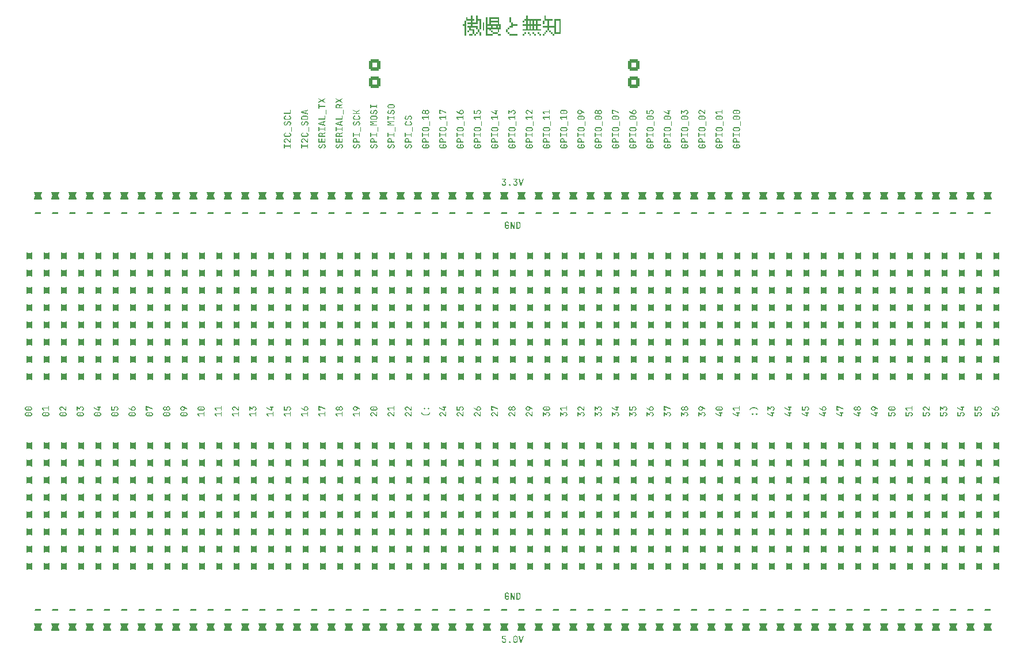
<source format=gbr>
%TF.GenerationSoftware,KiCad,Pcbnew,9.0.0*%
%TF.CreationDate,2025-02-25T12:07:59+01:00*%
%TF.ProjectId,KLST_PANDA_PROTO,4b4c5354-5f50-4414-9e44-415f50524f54,rev?*%
%TF.SameCoordinates,Original*%
%TF.FileFunction,Legend,Top*%
%TF.FilePolarity,Positive*%
%FSLAX46Y46*%
G04 Gerber Fmt 4.6, Leading zero omitted, Abs format (unit mm)*
G04 Created by KiCad (PCBNEW 9.0.0) date 2025-02-25 12:07:59*
%MOMM*%
%LPD*%
G01*
G04 APERTURE LIST*
G04 Aperture macros list*
%AMRoundRect*
0 Rectangle with rounded corners*
0 $1 Rounding radius*
0 $2 $3 $4 $5 $6 $7 $8 $9 X,Y pos of 4 corners*
0 Add a 4 corners polygon primitive as box body*
4,1,4,$2,$3,$4,$5,$6,$7,$8,$9,$2,$3,0*
0 Add four circle primitives for the rounded corners*
1,1,$1+$1,$2,$3*
1,1,$1+$1,$4,$5*
1,1,$1+$1,$6,$7*
1,1,$1+$1,$8,$9*
0 Add four rect primitives between the rounded corners*
20,1,$1+$1,$2,$3,$4,$5,0*
20,1,$1+$1,$4,$5,$6,$7,0*
20,1,$1+$1,$6,$7,$8,$9,0*
20,1,$1+$1,$8,$9,$2,$3,0*%
G04 Aperture macros list end*
%ADD10C,0.150000*%
%ADD11C,0.062500*%
%ADD12C,0.838200*%
%ADD13C,0.279400*%
%ADD14C,1.117600*%
%ADD15O,1.700000X1.700000*%
%ADD16C,0.800000*%
%ADD17C,6.400000*%
%ADD18C,1.700000*%
%ADD19RoundRect,0.250000X0.600000X-0.600000X0.600000X0.600000X-0.600000X0.600000X-0.600000X-0.600000X0*%
G04 APERTURE END LIST*
D10*
G36*
X194998982Y-72706712D02*
G01*
X194993572Y-72776179D01*
X194978284Y-72835002D01*
X194953961Y-72885050D01*
X194920642Y-72927751D01*
X194879083Y-72962409D01*
X194830351Y-72987566D01*
X194773033Y-73003328D01*
X194705219Y-73008901D01*
X194243539Y-73008901D01*
X194175693Y-73003327D01*
X194118354Y-72987564D01*
X194069614Y-72962406D01*
X194028056Y-72927751D01*
X193994737Y-72885050D01*
X193970413Y-72835002D01*
X193955125Y-72776179D01*
X193949715Y-72706712D01*
X193955128Y-72638786D01*
X193970479Y-72580879D01*
X193995014Y-72531222D01*
X194028789Y-72488481D01*
X194070678Y-72453742D01*
X194119455Y-72428588D01*
X194176468Y-72412873D01*
X194243539Y-72407331D01*
X194243539Y-72533238D01*
X194187436Y-72538867D01*
X194143846Y-72554353D01*
X194109938Y-72578728D01*
X194084617Y-72611805D01*
X194068756Y-72653610D01*
X194063044Y-72706712D01*
X194068646Y-72759902D01*
X194084255Y-72802247D01*
X194109206Y-72836160D01*
X194142811Y-72861286D01*
X194186154Y-72877208D01*
X194242135Y-72882994D01*
X194705219Y-72882994D01*
X194761184Y-72877242D01*
X194805032Y-72861343D01*
X194839492Y-72836160D01*
X194865261Y-72802139D01*
X194881311Y-72759792D01*
X194887058Y-72706712D01*
X194881277Y-72653664D01*
X194865206Y-72611857D01*
X194839492Y-72578728D01*
X194805137Y-72554322D01*
X194761292Y-72538849D01*
X194705219Y-72533238D01*
X194565268Y-72533238D01*
X194565268Y-72740295D01*
X194450596Y-72740295D01*
X194450596Y-72407331D01*
X194705219Y-72407331D01*
X194772256Y-72412871D01*
X194829261Y-72428583D01*
X194878051Y-72453737D01*
X194919970Y-72488481D01*
X194953716Y-72531218D01*
X194978233Y-72580873D01*
X194993573Y-72638782D01*
X194998982Y-72706712D01*
G37*
G36*
X194332044Y-71529017D02*
G01*
X194389962Y-71545315D01*
X194440001Y-71571548D01*
X194483447Y-71607985D01*
X194518386Y-71652552D01*
X194543778Y-71704301D01*
X194559666Y-71764613D01*
X194565268Y-71835314D01*
X194565268Y-72038158D01*
X194985000Y-72038158D01*
X194985000Y-72164065D01*
X193963698Y-72164065D01*
X193963698Y-71835314D01*
X194077027Y-71835314D01*
X194077027Y-72038158D01*
X194452001Y-72038158D01*
X194452001Y-71835314D01*
X194445965Y-71782431D01*
X194428867Y-71739081D01*
X194400954Y-71703118D01*
X194364135Y-71676071D01*
X194319389Y-71659350D01*
X194264483Y-71653414D01*
X194208688Y-71659398D01*
X194163800Y-71676159D01*
X194127402Y-71703118D01*
X194099884Y-71739030D01*
X194082995Y-71782381D01*
X194077027Y-71835314D01*
X193963698Y-71835314D01*
X193969304Y-71764617D01*
X193985203Y-71704306D01*
X194010613Y-71652556D01*
X194045580Y-71607985D01*
X194089026Y-71571546D01*
X194139057Y-71545313D01*
X194196956Y-71529016D01*
X194264483Y-71523294D01*
X194332044Y-71529017D01*
G37*
G36*
X194985000Y-71306651D02*
G01*
X194870266Y-71306651D01*
X194870266Y-71098189D01*
X194078431Y-71098189D01*
X194078431Y-71306651D01*
X193963698Y-71306651D01*
X193963698Y-70761073D01*
X194078431Y-70761073D01*
X194078431Y-70969473D01*
X194870266Y-70969473D01*
X194870266Y-70761073D01*
X194985000Y-70761073D01*
X194985000Y-71306651D01*
G37*
G36*
X194765199Y-69903679D02*
G01*
X194826430Y-69919438D01*
X194877184Y-69944212D01*
X194919237Y-69977786D01*
X194953283Y-70019926D01*
X194978019Y-70069118D01*
X194993511Y-70126736D01*
X194998982Y-70194613D01*
X194993511Y-70262523D01*
X194978017Y-70320160D01*
X194953281Y-70369361D01*
X194919237Y-70411501D01*
X194877184Y-70445075D01*
X194826430Y-70469849D01*
X194765199Y-70485608D01*
X194691175Y-70491246D01*
X194257522Y-70491246D01*
X194183499Y-70485608D01*
X194122267Y-70469849D01*
X194071514Y-70445075D01*
X194029460Y-70411501D01*
X193995417Y-70369361D01*
X193970681Y-70320160D01*
X193955187Y-70262523D01*
X193949715Y-70194613D01*
X194063044Y-70194613D01*
X194068737Y-70246751D01*
X194084575Y-70287906D01*
X194109938Y-70320581D01*
X194143788Y-70344534D01*
X194187376Y-70359787D01*
X194243539Y-70365339D01*
X194705219Y-70365339D01*
X194761342Y-70359790D01*
X194804934Y-70344539D01*
X194838820Y-70320581D01*
X194864147Y-70287911D01*
X194879967Y-70246756D01*
X194885654Y-70194613D01*
X194879918Y-70141577D01*
X194864058Y-70100288D01*
X194838820Y-70068034D01*
X194804988Y-70044463D01*
X194761397Y-70029425D01*
X194705219Y-70023948D01*
X194243539Y-70023948D01*
X194187321Y-70029428D01*
X194143735Y-70044468D01*
X194109938Y-70068034D01*
X194084665Y-70100293D01*
X194068786Y-70141582D01*
X194063044Y-70194613D01*
X193949715Y-70194613D01*
X193955186Y-70126736D01*
X193970678Y-70069118D01*
X193995414Y-70019926D01*
X194029460Y-69977786D01*
X194071524Y-69944154D01*
X194122085Y-69919385D01*
X194182866Y-69903658D01*
X194256118Y-69898041D01*
X194691175Y-69898041D01*
X194765199Y-69903679D01*
G37*
G36*
X195124890Y-69691167D02*
G01*
X195019987Y-69691167D01*
X195019987Y-69019683D01*
X195124890Y-69019683D01*
X195124890Y-69691167D01*
G37*
G36*
X194505688Y-68438401D02*
G01*
X194530341Y-68455360D01*
X194545787Y-68481355D01*
X194551285Y-68516176D01*
X194545785Y-68551050D01*
X194530341Y-68577054D01*
X194505688Y-68594012D01*
X194470136Y-68600135D01*
X194435981Y-68594047D01*
X194412128Y-68577054D01*
X194397152Y-68551100D01*
X194391795Y-68516176D01*
X194397150Y-68481305D01*
X194412128Y-68455360D01*
X194435981Y-68438367D01*
X194470136Y-68432279D01*
X194505688Y-68438401D01*
G37*
G36*
X194757834Y-68212873D02*
G01*
X194810387Y-68225630D01*
X194857016Y-68246227D01*
X194898862Y-68274918D01*
X194933636Y-68310353D01*
X194961919Y-68353205D01*
X194982057Y-68400682D01*
X194994598Y-68454600D01*
X194998982Y-68516176D01*
X194993380Y-68586176D01*
X194977495Y-68645788D01*
X194952110Y-68696853D01*
X194917161Y-68740757D01*
X194873778Y-68776508D01*
X194823759Y-68802299D01*
X194765815Y-68818345D01*
X194698197Y-68823983D01*
X194250500Y-68823983D01*
X194182881Y-68818344D01*
X194124949Y-68802297D01*
X194074951Y-68776506D01*
X194031598Y-68740757D01*
X193996620Y-68696849D01*
X193971216Y-68645782D01*
X193955322Y-68586172D01*
X193949715Y-68516176D01*
X194057426Y-68516176D01*
X194063749Y-68569828D01*
X194081749Y-68614139D01*
X194111343Y-68651242D01*
X194149948Y-68679180D01*
X194195668Y-68696280D01*
X194250500Y-68702289D01*
X194698197Y-68702289D01*
X194753070Y-68696279D01*
X194798810Y-68679177D01*
X194837416Y-68651242D01*
X194866973Y-68614143D01*
X194884954Y-68569833D01*
X194891271Y-68516176D01*
X194884954Y-68462562D01*
X194866974Y-68418292D01*
X194837416Y-68381232D01*
X194798805Y-68353262D01*
X194753066Y-68336141D01*
X194698197Y-68330124D01*
X194250500Y-68330124D01*
X194195672Y-68336139D01*
X194149952Y-68353259D01*
X194111343Y-68381232D01*
X194081748Y-68418297D01*
X194063749Y-68462567D01*
X194057426Y-68516176D01*
X193949715Y-68516176D01*
X193955321Y-68446213D01*
X193971214Y-68386623D01*
X193996617Y-68335565D01*
X194031598Y-68291656D01*
X194074951Y-68255907D01*
X194124949Y-68230117D01*
X194182881Y-68214069D01*
X194250500Y-68208430D01*
X194698197Y-68208430D01*
X194757834Y-68212873D01*
G37*
G36*
X194998982Y-67685384D02*
G01*
X194993534Y-67755543D01*
X194978124Y-67815071D01*
X194953590Y-67865827D01*
X194919970Y-67909233D01*
X194877962Y-67944637D01*
X194829140Y-67970215D01*
X194772166Y-67986167D01*
X194705219Y-67991787D01*
X194705219Y-67865879D01*
X194759145Y-67860005D01*
X194802662Y-67843515D01*
X194838087Y-67816909D01*
X194864691Y-67781483D01*
X194881182Y-67737946D01*
X194887058Y-67683980D01*
X194881182Y-67630013D01*
X194864691Y-67586477D01*
X194838087Y-67551050D01*
X194802662Y-67524444D01*
X194759145Y-67507954D01*
X194705219Y-67502080D01*
X194642266Y-67502080D01*
X194588192Y-67507812D01*
X194544656Y-67523862D01*
X194509337Y-67549646D01*
X194482654Y-67584154D01*
X194466206Y-67626320D01*
X194460366Y-67678362D01*
X194460366Y-67956799D01*
X193963698Y-67956799D01*
X193963698Y-67412565D01*
X194078431Y-67412565D01*
X194078431Y-67839257D01*
X194345633Y-67836448D01*
X194345633Y-67671401D01*
X194351089Y-67601023D01*
X194366379Y-67542542D01*
X194390496Y-67493804D01*
X194423302Y-67453170D01*
X194464211Y-67420655D01*
X194513179Y-67396740D01*
X194571825Y-67381580D01*
X194642266Y-67376173D01*
X194705219Y-67376173D01*
X194772120Y-67381834D01*
X194829076Y-67397911D01*
X194877916Y-67423709D01*
X194919970Y-67459459D01*
X194953555Y-67503175D01*
X194978094Y-67554365D01*
X194993523Y-67614474D01*
X194998982Y-67685384D01*
G37*
G36*
X207698982Y-72706712D02*
G01*
X207693572Y-72776179D01*
X207678284Y-72835002D01*
X207653961Y-72885050D01*
X207620642Y-72927751D01*
X207579083Y-72962409D01*
X207530351Y-72987566D01*
X207473033Y-73003328D01*
X207405219Y-73008901D01*
X206943539Y-73008901D01*
X206875693Y-73003327D01*
X206818354Y-72987564D01*
X206769614Y-72962406D01*
X206728056Y-72927751D01*
X206694737Y-72885050D01*
X206670413Y-72835002D01*
X206655125Y-72776179D01*
X206649715Y-72706712D01*
X206655128Y-72638786D01*
X206670479Y-72580879D01*
X206695014Y-72531222D01*
X206728789Y-72488481D01*
X206770678Y-72453742D01*
X206819455Y-72428588D01*
X206876468Y-72412873D01*
X206943539Y-72407331D01*
X206943539Y-72533238D01*
X206887436Y-72538867D01*
X206843846Y-72554353D01*
X206809938Y-72578728D01*
X206784617Y-72611805D01*
X206768756Y-72653610D01*
X206763044Y-72706712D01*
X206768646Y-72759902D01*
X206784255Y-72802247D01*
X206809206Y-72836160D01*
X206842811Y-72861286D01*
X206886154Y-72877208D01*
X206942135Y-72882994D01*
X207405219Y-72882994D01*
X207461184Y-72877242D01*
X207505032Y-72861343D01*
X207539492Y-72836160D01*
X207565261Y-72802139D01*
X207581311Y-72759792D01*
X207587058Y-72706712D01*
X207581277Y-72653664D01*
X207565206Y-72611857D01*
X207539492Y-72578728D01*
X207505137Y-72554322D01*
X207461292Y-72538849D01*
X207405219Y-72533238D01*
X207265268Y-72533238D01*
X207265268Y-72740295D01*
X207150596Y-72740295D01*
X207150596Y-72407331D01*
X207405219Y-72407331D01*
X207472256Y-72412871D01*
X207529261Y-72428583D01*
X207578051Y-72453737D01*
X207619970Y-72488481D01*
X207653716Y-72531218D01*
X207678233Y-72580873D01*
X207693573Y-72638782D01*
X207698982Y-72706712D01*
G37*
G36*
X207032044Y-71529017D02*
G01*
X207089962Y-71545315D01*
X207140001Y-71571548D01*
X207183447Y-71607985D01*
X207218386Y-71652552D01*
X207243778Y-71704301D01*
X207259666Y-71764613D01*
X207265268Y-71835314D01*
X207265268Y-72038158D01*
X207685000Y-72038158D01*
X207685000Y-72164065D01*
X206663698Y-72164065D01*
X206663698Y-71835314D01*
X206777027Y-71835314D01*
X206777027Y-72038158D01*
X207152001Y-72038158D01*
X207152001Y-71835314D01*
X207145965Y-71782431D01*
X207128867Y-71739081D01*
X207100954Y-71703118D01*
X207064135Y-71676071D01*
X207019389Y-71659350D01*
X206964483Y-71653414D01*
X206908688Y-71659398D01*
X206863800Y-71676159D01*
X206827402Y-71703118D01*
X206799884Y-71739030D01*
X206782995Y-71782381D01*
X206777027Y-71835314D01*
X206663698Y-71835314D01*
X206669304Y-71764617D01*
X206685203Y-71704306D01*
X206710613Y-71652556D01*
X206745580Y-71607985D01*
X206789026Y-71571546D01*
X206839057Y-71545313D01*
X206896956Y-71529016D01*
X206964483Y-71523294D01*
X207032044Y-71529017D01*
G37*
G36*
X207685000Y-71306651D02*
G01*
X207570266Y-71306651D01*
X207570266Y-71098189D01*
X206778431Y-71098189D01*
X206778431Y-71306651D01*
X206663698Y-71306651D01*
X206663698Y-70761073D01*
X206778431Y-70761073D01*
X206778431Y-70969473D01*
X207570266Y-70969473D01*
X207570266Y-70761073D01*
X207685000Y-70761073D01*
X207685000Y-71306651D01*
G37*
G36*
X207465199Y-69903679D02*
G01*
X207526430Y-69919438D01*
X207577184Y-69944212D01*
X207619237Y-69977786D01*
X207653283Y-70019926D01*
X207678019Y-70069118D01*
X207693511Y-70126736D01*
X207698982Y-70194613D01*
X207693511Y-70262523D01*
X207678017Y-70320160D01*
X207653281Y-70369361D01*
X207619237Y-70411501D01*
X207577184Y-70445075D01*
X207526430Y-70469849D01*
X207465199Y-70485608D01*
X207391175Y-70491246D01*
X206957522Y-70491246D01*
X206883499Y-70485608D01*
X206822267Y-70469849D01*
X206771514Y-70445075D01*
X206729460Y-70411501D01*
X206695417Y-70369361D01*
X206670681Y-70320160D01*
X206655187Y-70262523D01*
X206649715Y-70194613D01*
X206763044Y-70194613D01*
X206768737Y-70246751D01*
X206784575Y-70287906D01*
X206809938Y-70320581D01*
X206843788Y-70344534D01*
X206887376Y-70359787D01*
X206943539Y-70365339D01*
X207405219Y-70365339D01*
X207461342Y-70359790D01*
X207504934Y-70344539D01*
X207538820Y-70320581D01*
X207564147Y-70287911D01*
X207579967Y-70246756D01*
X207585654Y-70194613D01*
X207579918Y-70141577D01*
X207564058Y-70100288D01*
X207538820Y-70068034D01*
X207504988Y-70044463D01*
X207461397Y-70029425D01*
X207405219Y-70023948D01*
X206943539Y-70023948D01*
X206887321Y-70029428D01*
X206843735Y-70044468D01*
X206809938Y-70068034D01*
X206784665Y-70100293D01*
X206768786Y-70141582D01*
X206763044Y-70194613D01*
X206649715Y-70194613D01*
X206655186Y-70126736D01*
X206670678Y-70069118D01*
X206695414Y-70019926D01*
X206729460Y-69977786D01*
X206771524Y-69944154D01*
X206822085Y-69919385D01*
X206882866Y-69903658D01*
X206956118Y-69898041D01*
X207391175Y-69898041D01*
X207465199Y-69903679D01*
G37*
G36*
X207824890Y-69691167D02*
G01*
X207719987Y-69691167D01*
X207719987Y-69019683D01*
X207824890Y-69019683D01*
X207824890Y-69691167D01*
G37*
G36*
X207205688Y-68438401D02*
G01*
X207230341Y-68455360D01*
X207245787Y-68481355D01*
X207251285Y-68516176D01*
X207245785Y-68551050D01*
X207230341Y-68577054D01*
X207205688Y-68594012D01*
X207170136Y-68600135D01*
X207135981Y-68594047D01*
X207112128Y-68577054D01*
X207097152Y-68551100D01*
X207091795Y-68516176D01*
X207097150Y-68481305D01*
X207112128Y-68455360D01*
X207135981Y-68438367D01*
X207170136Y-68432279D01*
X207205688Y-68438401D01*
G37*
G36*
X207457834Y-68212873D02*
G01*
X207510387Y-68225630D01*
X207557016Y-68246227D01*
X207598862Y-68274918D01*
X207633636Y-68310353D01*
X207661919Y-68353205D01*
X207682057Y-68400682D01*
X207694598Y-68454600D01*
X207698982Y-68516176D01*
X207693380Y-68586176D01*
X207677495Y-68645788D01*
X207652110Y-68696853D01*
X207617161Y-68740757D01*
X207573778Y-68776508D01*
X207523759Y-68802299D01*
X207465815Y-68818345D01*
X207398197Y-68823983D01*
X206950500Y-68823983D01*
X206882881Y-68818344D01*
X206824949Y-68802297D01*
X206774951Y-68776506D01*
X206731598Y-68740757D01*
X206696620Y-68696849D01*
X206671216Y-68645782D01*
X206655322Y-68586172D01*
X206649715Y-68516176D01*
X206757426Y-68516176D01*
X206763749Y-68569828D01*
X206781749Y-68614139D01*
X206811343Y-68651242D01*
X206849948Y-68679180D01*
X206895668Y-68696280D01*
X206950500Y-68702289D01*
X207398197Y-68702289D01*
X207453070Y-68696279D01*
X207498810Y-68679177D01*
X207537416Y-68651242D01*
X207566973Y-68614143D01*
X207584954Y-68569833D01*
X207591271Y-68516176D01*
X207584954Y-68462562D01*
X207566974Y-68418292D01*
X207537416Y-68381232D01*
X207498805Y-68353262D01*
X207453066Y-68336141D01*
X207398197Y-68330124D01*
X206950500Y-68330124D01*
X206895672Y-68336139D01*
X206849952Y-68353259D01*
X206811343Y-68381232D01*
X206781748Y-68418297D01*
X206763749Y-68462567D01*
X206757426Y-68516176D01*
X206649715Y-68516176D01*
X206655321Y-68446213D01*
X206671214Y-68386623D01*
X206696617Y-68335565D01*
X206731598Y-68291656D01*
X206774951Y-68255907D01*
X206824949Y-68230117D01*
X206882881Y-68214069D01*
X206950500Y-68208430D01*
X207398197Y-68208430D01*
X207457834Y-68212873D01*
G37*
G36*
X207205688Y-67599183D02*
G01*
X207230341Y-67616141D01*
X207245787Y-67642137D01*
X207251285Y-67676958D01*
X207245785Y-67711831D01*
X207230341Y-67737835D01*
X207205688Y-67754794D01*
X207170136Y-67760916D01*
X207135981Y-67754828D01*
X207112128Y-67737835D01*
X207097152Y-67711882D01*
X207091795Y-67676958D01*
X207097150Y-67642086D01*
X207112128Y-67616141D01*
X207135981Y-67599148D01*
X207170136Y-67593060D01*
X207205688Y-67599183D01*
G37*
G36*
X207457834Y-67373654D02*
G01*
X207510387Y-67386411D01*
X207557016Y-67407008D01*
X207598862Y-67435699D01*
X207633636Y-67471134D01*
X207661919Y-67513987D01*
X207682057Y-67561464D01*
X207694598Y-67615381D01*
X207698982Y-67676958D01*
X207693380Y-67746957D01*
X207677495Y-67806569D01*
X207652110Y-67857635D01*
X207617161Y-67901539D01*
X207573778Y-67937289D01*
X207523759Y-67963080D01*
X207465815Y-67979127D01*
X207398197Y-67984765D01*
X206950500Y-67984765D01*
X206882881Y-67979126D01*
X206824949Y-67963078D01*
X206774951Y-67937287D01*
X206731598Y-67901539D01*
X206696620Y-67857631D01*
X206671216Y-67806564D01*
X206655322Y-67746953D01*
X206649715Y-67676958D01*
X206757426Y-67676958D01*
X206763749Y-67730610D01*
X206781749Y-67774920D01*
X206811343Y-67812024D01*
X206849948Y-67839961D01*
X206895668Y-67857062D01*
X206950500Y-67863071D01*
X207398197Y-67863071D01*
X207453070Y-67857060D01*
X207498810Y-67839958D01*
X207537416Y-67812024D01*
X207566973Y-67774925D01*
X207584954Y-67730614D01*
X207591271Y-67676958D01*
X207584954Y-67623344D01*
X207566974Y-67579074D01*
X207537416Y-67542013D01*
X207498805Y-67514043D01*
X207453066Y-67496922D01*
X207398197Y-67490906D01*
X206950500Y-67490906D01*
X206895672Y-67496921D01*
X206849952Y-67514040D01*
X206811343Y-67542013D01*
X206781748Y-67579078D01*
X206763749Y-67623348D01*
X206757426Y-67676958D01*
X206649715Y-67676958D01*
X206655321Y-67606995D01*
X206671214Y-67547404D01*
X206696617Y-67496346D01*
X206731598Y-67452437D01*
X206774951Y-67416689D01*
X206824949Y-67390898D01*
X206882881Y-67374850D01*
X206950500Y-67369212D01*
X207398197Y-67369212D01*
X207457834Y-67373654D01*
G37*
D11*
G36*
X167878376Y-56440277D02*
G01*
X167878376Y-56193439D01*
X168368975Y-56193439D01*
X168368975Y-56440277D01*
X167878376Y-56440277D01*
G37*
G36*
X167634488Y-55949551D02*
G01*
X167634488Y-55705790D01*
X167878376Y-55705790D01*
X167878376Y-55949551D01*
X167634488Y-55949551D01*
G37*
G36*
X167634488Y-55215064D02*
G01*
X167634488Y-54971303D01*
X168125086Y-54971303D01*
X168125086Y-54724465D01*
X167634488Y-54724465D01*
X167634488Y-54480577D01*
X168125086Y-54480577D01*
X168125086Y-54236816D01*
X167390599Y-54236816D01*
X167390599Y-56440277D01*
X167143889Y-56440277D01*
X167143889Y-54971303D01*
X166900001Y-54971303D01*
X166900001Y-54724465D01*
X167143889Y-54724465D01*
X167143889Y-54236816D01*
X167390599Y-54236816D01*
X167390599Y-53746090D01*
X167634488Y-53746090D01*
X167634488Y-53989978D01*
X168125086Y-53989978D01*
X168125086Y-53502329D01*
X168368975Y-53502329D01*
X168368975Y-53989978D01*
X168612863Y-53989978D01*
X168612863Y-54236816D01*
X168368975Y-54236816D01*
X168368975Y-54480577D01*
X168859573Y-54480577D01*
X168859573Y-53502329D01*
X169103462Y-53502329D01*
X169103462Y-53989978D01*
X169594060Y-53989978D01*
X169594060Y-55458952D01*
X169347350Y-55458952D01*
X169347350Y-55949551D01*
X169594060Y-55949551D01*
X169594060Y-56440277D01*
X169347350Y-56440277D01*
X169347350Y-55949551D01*
X169103462Y-55949551D01*
X169103462Y-56193439D01*
X168859573Y-56193439D01*
X168859573Y-56440277D01*
X168612863Y-56440277D01*
X168612863Y-56193439D01*
X168859573Y-56193439D01*
X168859573Y-55949551D01*
X169103462Y-55949551D01*
X169103462Y-55458952D01*
X169347350Y-55458952D01*
X169347350Y-54236816D01*
X169103462Y-54236816D01*
X169103462Y-54724465D01*
X168368975Y-54724465D01*
X168368975Y-54971303D01*
X169103462Y-54971303D01*
X169103462Y-55458952D01*
X168859573Y-55458952D01*
X168859573Y-55215064D01*
X168125086Y-55215064D01*
X168125086Y-55458952D01*
X168612863Y-55458952D01*
X168612863Y-56193439D01*
X168368975Y-56193439D01*
X168368975Y-55705790D01*
X167878376Y-55705790D01*
X167878376Y-55215064D01*
X167634488Y-55215064D01*
G37*
G36*
X171308975Y-55705790D02*
G01*
X171308975Y-55949551D01*
X171065086Y-55949551D01*
X171065086Y-55705790D01*
X171308975Y-55705790D01*
G37*
G36*
X170574488Y-54724465D02*
G01*
X170818376Y-54724465D01*
X171065086Y-54724465D01*
X172043462Y-54724465D01*
X172043462Y-54480577D01*
X171065086Y-54480577D01*
X171065086Y-54724465D01*
X170818376Y-54724465D01*
X170818376Y-54236816D01*
X171065086Y-54236816D01*
X172043462Y-54236816D01*
X172043462Y-53989978D01*
X171065086Y-53989978D01*
X171065086Y-54236816D01*
X170818376Y-54236816D01*
X170818376Y-53746090D01*
X172287350Y-53746090D01*
X172287350Y-54724465D01*
X172534060Y-54724465D01*
X172534060Y-55458952D01*
X172287350Y-55458952D01*
X172287350Y-55949551D01*
X172043462Y-55949551D01*
X172043462Y-56193439D01*
X171308975Y-56193439D01*
X171308975Y-56440277D01*
X170330599Y-56440277D01*
X170330599Y-56193439D01*
X170574488Y-56193439D01*
X171308975Y-56193439D01*
X171308975Y-55949551D01*
X172043462Y-55949551D01*
X172043462Y-55458952D01*
X171065086Y-55458952D01*
X171065086Y-55705790D01*
X170818376Y-55705790D01*
X170818376Y-55458952D01*
X170574488Y-55458952D01*
X170574488Y-56193439D01*
X170330599Y-56193439D01*
X170330599Y-55215064D01*
X170574488Y-55215064D01*
X171065086Y-55215064D01*
X171308975Y-55215064D01*
X171799573Y-55215064D01*
X172043462Y-55215064D01*
X172287350Y-55215064D01*
X172287350Y-54971303D01*
X172043462Y-54971303D01*
X172043462Y-55215064D01*
X171799573Y-55215064D01*
X171799573Y-54971303D01*
X171308975Y-54971303D01*
X171308975Y-55215064D01*
X171065086Y-55215064D01*
X171065086Y-54971303D01*
X170574488Y-54971303D01*
X170574488Y-55215064D01*
X170330599Y-55215064D01*
X170330599Y-53746090D01*
X170574488Y-53746090D01*
X170574488Y-54724465D01*
G37*
G36*
X172534060Y-56440277D02*
G01*
X172043462Y-56440277D01*
X172043462Y-56193439D01*
X172534060Y-56193439D01*
X172534060Y-56440277D01*
G37*
G36*
X170083889Y-55705790D02*
G01*
X169840001Y-55705790D01*
X169840001Y-54480577D01*
X170083889Y-54480577D01*
X170083889Y-55705790D01*
G37*
G36*
X174983462Y-56440277D02*
G01*
X173758376Y-56440277D01*
X173758376Y-56193439D01*
X174983462Y-56193439D01*
X174983462Y-56440277D01*
G37*
G36*
X173758376Y-56193439D02*
G01*
X173514488Y-56193439D01*
X173514488Y-55949551D01*
X173758376Y-55949551D01*
X173758376Y-56193439D01*
G37*
G36*
X173514488Y-55949551D02*
G01*
X173270599Y-55949551D01*
X173270599Y-55458952D01*
X173514488Y-55458952D01*
X173514488Y-55949551D01*
G37*
G36*
X173514488Y-55458952D02*
G01*
X173514488Y-55215064D01*
X173758376Y-55215064D01*
X173758376Y-55458952D01*
X173514488Y-55458952D01*
G37*
G36*
X174248975Y-55215064D02*
G01*
X173758376Y-55215064D01*
X173758376Y-54971303D01*
X174005086Y-54971303D01*
X174005086Y-54480577D01*
X174248975Y-54480577D01*
X174248975Y-54724465D01*
X174983462Y-54724465D01*
X174983462Y-54971303D01*
X174248975Y-54971303D01*
X174248975Y-55215064D01*
G37*
G36*
X174005086Y-54480577D02*
G01*
X173758376Y-54480577D01*
X173758376Y-53746090D01*
X174005086Y-53746090D01*
X174005086Y-54480577D01*
G37*
G36*
X175963889Y-56440277D02*
G01*
X175720001Y-56440277D01*
X175720001Y-56193439D01*
X175963889Y-56193439D01*
X175963889Y-56440277D01*
G37*
G36*
X176945086Y-56193439D02*
G01*
X176945086Y-56440277D01*
X176698376Y-56440277D01*
X176698376Y-56193439D01*
X176945086Y-56193439D01*
G37*
G36*
X177679573Y-56193439D02*
G01*
X177679573Y-56440277D01*
X177432863Y-56440277D01*
X177432863Y-56193439D01*
X177679573Y-56193439D01*
G37*
G36*
X178414060Y-56193439D02*
G01*
X178414060Y-56440277D01*
X178167350Y-56440277D01*
X178167350Y-56193439D01*
X178414060Y-56193439D01*
G37*
G36*
X178167350Y-56193439D02*
G01*
X177923462Y-56193439D01*
X177923462Y-55949551D01*
X178167350Y-55949551D01*
X178167350Y-56193439D01*
G37*
G36*
X177432863Y-56193439D02*
G01*
X177188975Y-56193439D01*
X177188975Y-55949551D01*
X177432863Y-55949551D01*
X177432863Y-56193439D01*
G37*
G36*
X176698376Y-56193439D02*
G01*
X176454488Y-56193439D01*
X176454488Y-55949551D01*
X176698376Y-55949551D01*
X176698376Y-56193439D01*
G37*
G36*
X176210599Y-56193439D02*
G01*
X175963889Y-56193439D01*
X175963889Y-55949551D01*
X176210599Y-55949551D01*
X176210599Y-56193439D01*
G37*
G36*
X176454488Y-53989978D02*
G01*
X178414060Y-53989978D01*
X178414060Y-54236816D01*
X177923462Y-54236816D01*
X177923462Y-54724465D01*
X178414060Y-54724465D01*
X178414060Y-54971303D01*
X177923462Y-54971303D01*
X177923462Y-55458952D01*
X178414060Y-55458952D01*
X178414060Y-55705790D01*
X175720001Y-55705790D01*
X175720001Y-55458952D01*
X176210599Y-55458952D01*
X176454488Y-55458952D01*
X176698376Y-55458952D01*
X176945086Y-55458952D01*
X177188975Y-55458952D01*
X177432863Y-55458952D01*
X177679573Y-55458952D01*
X177679573Y-54971303D01*
X177432863Y-54971303D01*
X177432863Y-55458952D01*
X177188975Y-55458952D01*
X177188975Y-54971303D01*
X176945086Y-54971303D01*
X176945086Y-55458952D01*
X176698376Y-55458952D01*
X176698376Y-54971303D01*
X176454488Y-54971303D01*
X176454488Y-55458952D01*
X176210599Y-55458952D01*
X176210599Y-54971303D01*
X175720001Y-54971303D01*
X175720001Y-54724465D01*
X176210599Y-54724465D01*
X176454488Y-54724465D01*
X176698376Y-54724465D01*
X176945086Y-54724465D01*
X177188975Y-54724465D01*
X177432863Y-54724465D01*
X177679573Y-54724465D01*
X177679573Y-54236816D01*
X177432863Y-54236816D01*
X177432863Y-54724465D01*
X177188975Y-54724465D01*
X177188975Y-54236816D01*
X176945086Y-54236816D01*
X176945086Y-54724465D01*
X176698376Y-54724465D01*
X176698376Y-54236816D01*
X176454488Y-54236816D01*
X176454488Y-54724465D01*
X176210599Y-54724465D01*
X176210599Y-54236816D01*
X175963889Y-54236816D01*
X175963889Y-54480577D01*
X175720001Y-54480577D01*
X175720001Y-54236816D01*
X175963889Y-54236816D01*
X175963889Y-53989978D01*
X176210599Y-53989978D01*
X176210599Y-53502329D01*
X176454488Y-53502329D01*
X176454488Y-53989978D01*
G37*
G36*
X178903889Y-56440277D02*
G01*
X178660001Y-56440277D01*
X178660001Y-56193439D01*
X178903889Y-56193439D01*
X178903889Y-56440277D01*
G37*
G36*
X179150599Y-53989978D02*
G01*
X180128975Y-53989978D01*
X180128975Y-54236816D01*
X179638376Y-54236816D01*
X179638376Y-54971303D01*
X180372863Y-54971303D01*
X180372863Y-53989978D01*
X181354060Y-53989978D01*
X181354060Y-56193439D01*
X180372863Y-56193439D01*
X180372863Y-56440277D01*
X180128975Y-56440277D01*
X180128975Y-56193439D01*
X180372863Y-56193439D01*
X180372863Y-55949551D01*
X180619573Y-55949551D01*
X181107350Y-55949551D01*
X181107350Y-54236816D01*
X180619573Y-54236816D01*
X180619573Y-55949551D01*
X180372863Y-55949551D01*
X180372863Y-55215064D01*
X179638376Y-55215064D01*
X179638376Y-55705790D01*
X179394488Y-55705790D01*
X179394488Y-55949551D01*
X179150599Y-55949551D01*
X179150599Y-56193439D01*
X178903889Y-56193439D01*
X178903889Y-55949551D01*
X179150599Y-55949551D01*
X179150599Y-55705790D01*
X179394488Y-55705790D01*
X179394488Y-55215064D01*
X178660001Y-55215064D01*
X178660001Y-54971303D01*
X179394488Y-54971303D01*
X179394488Y-54236816D01*
X178903889Y-54236816D01*
X178903889Y-54724465D01*
X178660001Y-54724465D01*
X178660001Y-54236816D01*
X178903889Y-54236816D01*
X178903889Y-53502329D01*
X179150599Y-53502329D01*
X179150599Y-53989978D01*
G37*
G36*
X180128975Y-55949551D02*
G01*
X180128975Y-56193439D01*
X179885086Y-56193439D01*
X179885086Y-55949551D01*
X180128975Y-55949551D01*
G37*
G36*
X179885086Y-55705790D02*
G01*
X179885086Y-55949551D01*
X179638376Y-55949551D01*
X179638376Y-55705790D01*
X179885086Y-55705790D01*
G37*
D12*
X214890000Y-87610000D02*
X214890000Y-107930000D01*
X169170000Y-87610000D02*
X169170000Y-107930000D01*
X161550000Y-87610000D02*
X161550000Y-107930000D01*
X207270000Y-115550000D02*
X207270000Y-135870000D01*
X133610000Y-115550000D02*
X133610000Y-135870000D01*
X242830000Y-87610000D02*
X242830000Y-107930000D01*
X103130000Y-115550000D02*
X103130000Y-135870000D01*
X164090000Y-115550000D02*
X164090000Y-135870000D01*
X153930000Y-87610000D02*
X153930000Y-107930000D01*
X143770000Y-87610000D02*
X143770000Y-107930000D01*
X212350000Y-115550000D02*
X212350000Y-135870000D01*
X123450000Y-115550000D02*
X123450000Y-135870000D01*
X161550000Y-115550000D02*
X161550000Y-135870000D01*
X217430000Y-87610000D02*
X217430000Y-107930000D01*
X174250000Y-115550000D02*
X174250000Y-135870000D01*
X194570000Y-87610000D02*
X194570000Y-107930000D01*
X181870000Y-87610000D02*
X181870000Y-107930000D01*
X181870000Y-115550000D02*
X181870000Y-135870000D01*
X123450000Y-87610000D02*
X123450000Y-107930000D01*
X108210000Y-115550000D02*
X108210000Y-135870000D01*
X192030000Y-115550000D02*
X192030000Y-135870000D01*
X237750000Y-87610000D02*
X237750000Y-107930000D01*
X151390000Y-87610000D02*
X151390000Y-107930000D01*
X186950000Y-87610000D02*
X186950000Y-107930000D01*
X214890000Y-115550000D02*
X214890000Y-135870000D01*
X115830000Y-115550000D02*
X115830000Y-135870000D01*
X113290000Y-87610000D02*
X113290000Y-107930000D01*
X225050000Y-87610000D02*
X225050000Y-107930000D01*
X204730000Y-87610000D02*
X204730000Y-107930000D01*
X199650000Y-115550000D02*
X199650000Y-135870000D01*
X136150000Y-87610000D02*
X136150000Y-107930000D01*
X103130000Y-87610000D02*
X103130000Y-107930000D01*
X235210000Y-87610000D02*
X235210000Y-107930000D01*
X245370000Y-115550000D02*
X245370000Y-135870000D01*
X184410000Y-87610000D02*
X184410000Y-107930000D01*
X194570000Y-115550000D02*
X194570000Y-135870000D01*
X217430000Y-115550000D02*
X217430000Y-135870000D01*
X176790000Y-115550000D02*
X176790000Y-135870000D01*
X186950000Y-115550000D02*
X186950000Y-135870000D01*
X240290000Y-115550000D02*
X240290000Y-135870000D01*
X184410000Y-115550000D02*
X184410000Y-135870000D01*
X120910000Y-87610000D02*
X120910000Y-107930000D01*
X141230000Y-87610000D02*
X141230000Y-107930000D01*
X131070000Y-115550000D02*
X131070000Y-135870000D01*
X128530000Y-87610000D02*
X128530000Y-107930000D01*
X219970000Y-87610000D02*
X219970000Y-107930000D01*
X212350000Y-87610000D02*
X212350000Y-107930000D01*
X159010000Y-87610000D02*
X159010000Y-107930000D01*
D13*
X103130000Y-82530000D02*
X245370000Y-82530000D01*
D12*
X245370000Y-87610000D02*
X245370000Y-107930000D01*
X230130000Y-115550000D02*
X230130000Y-135870000D01*
X227590000Y-115550000D02*
X227590000Y-135870000D01*
X209810000Y-87610000D02*
X209810000Y-107930000D01*
X189490000Y-115550000D02*
X189490000Y-135870000D01*
X232670000Y-87610000D02*
X232670000Y-107930000D01*
D13*
X103130000Y-140950000D02*
X245370000Y-140950000D01*
D12*
X219970000Y-115550000D02*
X219970000Y-135870000D01*
X138690000Y-87610000D02*
X138690000Y-107930000D01*
X105670000Y-115550000D02*
X105670000Y-135870000D01*
X118370000Y-115550000D02*
X118370000Y-135870000D01*
X174250000Y-87610000D02*
X174250000Y-107930000D01*
X146310000Y-115550000D02*
X146310000Y-135870000D01*
X222510000Y-87610000D02*
X222510000Y-107930000D01*
X118370000Y-87610000D02*
X118370000Y-107930000D01*
X105670000Y-87610000D02*
X105670000Y-107930000D01*
X230130000Y-87610000D02*
X230130000Y-107930000D01*
X146310000Y-87610000D02*
X146310000Y-107930000D01*
X156470000Y-87610000D02*
X156470000Y-107930000D01*
X204730000Y-115550000D02*
X204730000Y-135870000D01*
X138690000Y-115550000D02*
X138690000Y-135870000D01*
X141230000Y-115550000D02*
X141230000Y-135870000D01*
X169170000Y-115550000D02*
X169170000Y-135870000D01*
X176790000Y-87610000D02*
X176790000Y-107930000D01*
X131070000Y-87610000D02*
X131070000Y-107930000D01*
X202190000Y-87610000D02*
X202190000Y-107930000D01*
X108210000Y-87610000D02*
X108210000Y-107930000D01*
X166630000Y-115550000D02*
X166630000Y-135870000D01*
X166630000Y-87610000D02*
X166630000Y-107930000D01*
X242830000Y-115550000D02*
X242830000Y-135870000D01*
X240290000Y-87610000D02*
X240290000Y-107930000D01*
X159010000Y-115550000D02*
X159010000Y-135870000D01*
X110750000Y-87610000D02*
X110750000Y-107930000D01*
X199650000Y-87610000D02*
X199650000Y-107930000D01*
X148850000Y-87610000D02*
X148850000Y-107930000D01*
X164090000Y-87610000D02*
X164090000Y-107930000D01*
X113290000Y-115550000D02*
X113290000Y-135870000D01*
X156470000Y-115550000D02*
X156470000Y-135870000D01*
X171710000Y-87610000D02*
X171710000Y-107930000D01*
X189490000Y-87610000D02*
X189490000Y-107930000D01*
X115830000Y-87610000D02*
X115830000Y-107930000D01*
X143770000Y-115550000D02*
X143770000Y-135870000D01*
X207270000Y-87610000D02*
X207270000Y-107930000D01*
X237750000Y-115550000D02*
X237750000Y-135870000D01*
X222510000Y-115550000D02*
X222510000Y-135870000D01*
X197110000Y-115550000D02*
X197110000Y-135870000D01*
X225050000Y-115550000D02*
X225050000Y-135870000D01*
X171710000Y-115550000D02*
X171710000Y-135870000D01*
X202190000Y-115550000D02*
X202190000Y-135870000D01*
X192030000Y-87610000D02*
X192030000Y-107930000D01*
X179330000Y-87610000D02*
X179330000Y-107930000D01*
X148850000Y-115550000D02*
X148850000Y-135870000D01*
X197110000Y-87610000D02*
X197110000Y-107930000D01*
X227590000Y-87610000D02*
X227590000Y-107930000D01*
X232670000Y-115550000D02*
X232670000Y-135870000D01*
X136150000Y-115550000D02*
X136150000Y-135870000D01*
X133610000Y-87610000D02*
X133610000Y-107930000D01*
D14*
X103130000Y-143490000D02*
X245370000Y-143490000D01*
D12*
X235210000Y-115550000D02*
X235210000Y-135870000D01*
X125990000Y-87610000D02*
X125990000Y-107930000D01*
X179330000Y-115550000D02*
X179330000Y-135870000D01*
D14*
X103130000Y-79990000D02*
X245370000Y-79990000D01*
D12*
X120910000Y-115550000D02*
X120910000Y-135870000D01*
X153930000Y-115550000D02*
X153930000Y-135870000D01*
X110750000Y-115550000D02*
X110750000Y-135870000D01*
X128530000Y-115550000D02*
X128530000Y-135870000D01*
X151390000Y-115550000D02*
X151390000Y-135870000D01*
X125990000Y-115550000D02*
X125990000Y-135870000D01*
X209810000Y-115550000D02*
X209810000Y-135870000D01*
D10*
G36*
X209648586Y-112159486D02*
G01*
X209645052Y-112196756D01*
X209635460Y-112224978D01*
X209620621Y-112246253D01*
X209600291Y-112262289D01*
X209575545Y-112272136D01*
X209545088Y-112275624D01*
X209514632Y-112272136D01*
X209489886Y-112262289D01*
X209469556Y-112246253D01*
X209454682Y-112224973D01*
X209445071Y-112196751D01*
X209441530Y-112159486D01*
X209445070Y-112122263D01*
X209454680Y-112094059D01*
X209469556Y-112072780D01*
X209489886Y-112056745D01*
X209514632Y-112046898D01*
X209545088Y-112043410D01*
X209575545Y-112046898D01*
X209600291Y-112056745D01*
X209620621Y-112072780D01*
X209635462Y-112094054D01*
X209645053Y-112122258D01*
X209648586Y-112159486D01*
G37*
G36*
X210238982Y-112159486D02*
G01*
X210235448Y-112196756D01*
X210225856Y-112224978D01*
X210211017Y-112246253D01*
X210190687Y-112262289D01*
X210165941Y-112272136D01*
X210135484Y-112275624D01*
X210105028Y-112272136D01*
X210080282Y-112262289D01*
X210059952Y-112246253D01*
X210045078Y-112224973D01*
X210035467Y-112196751D01*
X210031926Y-112159486D01*
X210035466Y-112122263D01*
X210045076Y-112094059D01*
X210059952Y-112072780D01*
X210080282Y-112056745D01*
X210105028Y-112046898D01*
X210135484Y-112043410D01*
X210165941Y-112046898D01*
X210190687Y-112056745D01*
X210211017Y-112072780D01*
X210225858Y-112094054D01*
X210235449Y-112122258D01*
X210238982Y-112159486D01*
G37*
G36*
X210392855Y-111579104D02*
G01*
X210271161Y-111579104D01*
X210252706Y-111520651D01*
X210226168Y-111468713D01*
X210191416Y-111422422D01*
X210149466Y-111382311D01*
X210100781Y-111348550D01*
X210044565Y-111321000D01*
X209984807Y-111301529D01*
X209919331Y-111289496D01*
X209847278Y-111285341D01*
X209595464Y-111285341D01*
X209522462Y-111289524D01*
X209456796Y-111301584D01*
X209397505Y-111321000D01*
X209341724Y-111348516D01*
X209293250Y-111382272D01*
X209251325Y-111422422D01*
X209216537Y-111468717D01*
X209189980Y-111520655D01*
X209171519Y-111579104D01*
X209049825Y-111579104D01*
X209072575Y-111500090D01*
X209102803Y-111430605D01*
X209140238Y-111369526D01*
X209184937Y-111315960D01*
X209237281Y-111269282D01*
X209295535Y-111230712D01*
X209359624Y-111200321D01*
X209430320Y-111178065D01*
X209508569Y-111164232D01*
X209595464Y-111159434D01*
X209847278Y-111159434D01*
X209934145Y-111164232D01*
X210012375Y-111178064D01*
X210083060Y-111200319D01*
X210147144Y-111230710D01*
X210205399Y-111269282D01*
X210257743Y-111315960D01*
X210302442Y-111369526D01*
X210339877Y-111430605D01*
X210370105Y-111500090D01*
X210392855Y-111579104D01*
G37*
G36*
X230558982Y-112167913D02*
G01*
X230553534Y-112238071D01*
X230538124Y-112297599D01*
X230513590Y-112348356D01*
X230479970Y-112391761D01*
X230437962Y-112427166D01*
X230389140Y-112452743D01*
X230332166Y-112468695D01*
X230265219Y-112474315D01*
X230265219Y-112348408D01*
X230319145Y-112342534D01*
X230362662Y-112326044D01*
X230398087Y-112299437D01*
X230424691Y-112264011D01*
X230441182Y-112220475D01*
X230447058Y-112166508D01*
X230441182Y-112112542D01*
X230424691Y-112069005D01*
X230398087Y-112033579D01*
X230362662Y-112006973D01*
X230319145Y-111990483D01*
X230265219Y-111984608D01*
X230202266Y-111984608D01*
X230148192Y-111990340D01*
X230104656Y-112006391D01*
X230069337Y-112032175D01*
X230042654Y-112066683D01*
X230026206Y-112108848D01*
X230020366Y-112160891D01*
X230020366Y-112439327D01*
X229523698Y-112439327D01*
X229523698Y-111895093D01*
X229638431Y-111895093D01*
X229638431Y-112321786D01*
X229905633Y-112318977D01*
X229905633Y-112153930D01*
X229911089Y-112083552D01*
X229926379Y-112025070D01*
X229950496Y-111976332D01*
X229983302Y-111935699D01*
X230024211Y-111903184D01*
X230073179Y-111879269D01*
X230131825Y-111864108D01*
X230202266Y-111858701D01*
X230265219Y-111858701D01*
X230332120Y-111864363D01*
X230389076Y-111880439D01*
X230437916Y-111906238D01*
X230479970Y-111941988D01*
X230513555Y-111985703D01*
X230538094Y-112036894D01*
X230553523Y-112097003D01*
X230558982Y-112167913D01*
G37*
G36*
X230065688Y-111242493D02*
G01*
X230090341Y-111259451D01*
X230105787Y-111285447D01*
X230111285Y-111320268D01*
X230105785Y-111355141D01*
X230090341Y-111381145D01*
X230065688Y-111398104D01*
X230030136Y-111404226D01*
X229995981Y-111398138D01*
X229972128Y-111381145D01*
X229957152Y-111355192D01*
X229951795Y-111320268D01*
X229957150Y-111285396D01*
X229972128Y-111259451D01*
X229995981Y-111242458D01*
X230030136Y-111236370D01*
X230065688Y-111242493D01*
G37*
G36*
X230317834Y-111016964D02*
G01*
X230370387Y-111029721D01*
X230417016Y-111050318D01*
X230458862Y-111079009D01*
X230493636Y-111114444D01*
X230521919Y-111157297D01*
X230542057Y-111204774D01*
X230554598Y-111258692D01*
X230558982Y-111320268D01*
X230553380Y-111390267D01*
X230537495Y-111449879D01*
X230512110Y-111500945D01*
X230477161Y-111544849D01*
X230433778Y-111580599D01*
X230383759Y-111606390D01*
X230325815Y-111622437D01*
X230258197Y-111628075D01*
X229810500Y-111628075D01*
X229742881Y-111622436D01*
X229684949Y-111606388D01*
X229634951Y-111580597D01*
X229591598Y-111544849D01*
X229556620Y-111500941D01*
X229531216Y-111449874D01*
X229515322Y-111390264D01*
X229509715Y-111320268D01*
X229617426Y-111320268D01*
X229623749Y-111373920D01*
X229641749Y-111418231D01*
X229671343Y-111455334D01*
X229709948Y-111483271D01*
X229755668Y-111500372D01*
X229810500Y-111506381D01*
X230258197Y-111506381D01*
X230313070Y-111500370D01*
X230358810Y-111483268D01*
X230397416Y-111455334D01*
X230426973Y-111418235D01*
X230444954Y-111373924D01*
X230451271Y-111320268D01*
X230444954Y-111266654D01*
X230426974Y-111222384D01*
X230397416Y-111185324D01*
X230358805Y-111157353D01*
X230313066Y-111140232D01*
X230258197Y-111134216D01*
X229810500Y-111134216D01*
X229755672Y-111140231D01*
X229709952Y-111157350D01*
X229671343Y-111185324D01*
X229641748Y-111222388D01*
X229623749Y-111266658D01*
X229617426Y-111320268D01*
X229509715Y-111320268D01*
X229515321Y-111250305D01*
X229531214Y-111190714D01*
X229556617Y-111139656D01*
X229591598Y-111095748D01*
X229634951Y-111059999D01*
X229684949Y-111034208D01*
X229742881Y-111018161D01*
X229810500Y-111012522D01*
X230258197Y-111012522D01*
X230317834Y-111016964D01*
G37*
G36*
X172138982Y-72706712D02*
G01*
X172133572Y-72776179D01*
X172118284Y-72835002D01*
X172093961Y-72885050D01*
X172060642Y-72927751D01*
X172019083Y-72962409D01*
X171970351Y-72987566D01*
X171913033Y-73003328D01*
X171845219Y-73008901D01*
X171383539Y-73008901D01*
X171315693Y-73003327D01*
X171258354Y-72987564D01*
X171209614Y-72962406D01*
X171168056Y-72927751D01*
X171134737Y-72885050D01*
X171110413Y-72835002D01*
X171095125Y-72776179D01*
X171089715Y-72706712D01*
X171095128Y-72638786D01*
X171110479Y-72580879D01*
X171135014Y-72531222D01*
X171168789Y-72488481D01*
X171210678Y-72453742D01*
X171259455Y-72428588D01*
X171316468Y-72412873D01*
X171383539Y-72407331D01*
X171383539Y-72533238D01*
X171327436Y-72538867D01*
X171283846Y-72554353D01*
X171249938Y-72578728D01*
X171224617Y-72611805D01*
X171208756Y-72653610D01*
X171203044Y-72706712D01*
X171208646Y-72759902D01*
X171224255Y-72802247D01*
X171249206Y-72836160D01*
X171282811Y-72861286D01*
X171326154Y-72877208D01*
X171382135Y-72882994D01*
X171845219Y-72882994D01*
X171901184Y-72877242D01*
X171945032Y-72861343D01*
X171979492Y-72836160D01*
X172005261Y-72802139D01*
X172021311Y-72759792D01*
X172027058Y-72706712D01*
X172021277Y-72653664D01*
X172005206Y-72611857D01*
X171979492Y-72578728D01*
X171945137Y-72554322D01*
X171901292Y-72538849D01*
X171845219Y-72533238D01*
X171705268Y-72533238D01*
X171705268Y-72740295D01*
X171590596Y-72740295D01*
X171590596Y-72407331D01*
X171845219Y-72407331D01*
X171912256Y-72412871D01*
X171969261Y-72428583D01*
X172018051Y-72453737D01*
X172059970Y-72488481D01*
X172093716Y-72531218D01*
X172118233Y-72580873D01*
X172133573Y-72638782D01*
X172138982Y-72706712D01*
G37*
G36*
X171472044Y-71529017D02*
G01*
X171529962Y-71545315D01*
X171580001Y-71571548D01*
X171623447Y-71607985D01*
X171658386Y-71652552D01*
X171683778Y-71704301D01*
X171699666Y-71764613D01*
X171705268Y-71835314D01*
X171705268Y-72038158D01*
X172125000Y-72038158D01*
X172125000Y-72164065D01*
X171103698Y-72164065D01*
X171103698Y-71835314D01*
X171217027Y-71835314D01*
X171217027Y-72038158D01*
X171592001Y-72038158D01*
X171592001Y-71835314D01*
X171585965Y-71782431D01*
X171568867Y-71739081D01*
X171540954Y-71703118D01*
X171504135Y-71676071D01*
X171459389Y-71659350D01*
X171404483Y-71653414D01*
X171348688Y-71659398D01*
X171303800Y-71676159D01*
X171267402Y-71703118D01*
X171239884Y-71739030D01*
X171222995Y-71782381D01*
X171217027Y-71835314D01*
X171103698Y-71835314D01*
X171109304Y-71764617D01*
X171125203Y-71704306D01*
X171150613Y-71652556D01*
X171185580Y-71607985D01*
X171229026Y-71571546D01*
X171279057Y-71545313D01*
X171336956Y-71529016D01*
X171404483Y-71523294D01*
X171472044Y-71529017D01*
G37*
G36*
X172125000Y-71306651D02*
G01*
X172010266Y-71306651D01*
X172010266Y-71098189D01*
X171218431Y-71098189D01*
X171218431Y-71306651D01*
X171103698Y-71306651D01*
X171103698Y-70761073D01*
X171218431Y-70761073D01*
X171218431Y-70969473D01*
X172010266Y-70969473D01*
X172010266Y-70761073D01*
X172125000Y-70761073D01*
X172125000Y-71306651D01*
G37*
G36*
X171905199Y-69903679D02*
G01*
X171966430Y-69919438D01*
X172017184Y-69944212D01*
X172059237Y-69977786D01*
X172093283Y-70019926D01*
X172118019Y-70069118D01*
X172133511Y-70126736D01*
X172138982Y-70194613D01*
X172133511Y-70262523D01*
X172118017Y-70320160D01*
X172093281Y-70369361D01*
X172059237Y-70411501D01*
X172017184Y-70445075D01*
X171966430Y-70469849D01*
X171905199Y-70485608D01*
X171831175Y-70491246D01*
X171397522Y-70491246D01*
X171323499Y-70485608D01*
X171262267Y-70469849D01*
X171211514Y-70445075D01*
X171169460Y-70411501D01*
X171135417Y-70369361D01*
X171110681Y-70320160D01*
X171095187Y-70262523D01*
X171089715Y-70194613D01*
X171203044Y-70194613D01*
X171208737Y-70246751D01*
X171224575Y-70287906D01*
X171249938Y-70320581D01*
X171283788Y-70344534D01*
X171327376Y-70359787D01*
X171383539Y-70365339D01*
X171845219Y-70365339D01*
X171901342Y-70359790D01*
X171944934Y-70344539D01*
X171978820Y-70320581D01*
X172004147Y-70287911D01*
X172019967Y-70246756D01*
X172025654Y-70194613D01*
X172019918Y-70141577D01*
X172004058Y-70100288D01*
X171978820Y-70068034D01*
X171944988Y-70044463D01*
X171901397Y-70029425D01*
X171845219Y-70023948D01*
X171383539Y-70023948D01*
X171327321Y-70029428D01*
X171283735Y-70044468D01*
X171249938Y-70068034D01*
X171224665Y-70100293D01*
X171208786Y-70141582D01*
X171203044Y-70194613D01*
X171089715Y-70194613D01*
X171095186Y-70126736D01*
X171110678Y-70069118D01*
X171135414Y-70019926D01*
X171169460Y-69977786D01*
X171211524Y-69944154D01*
X171262085Y-69919385D01*
X171322866Y-69903658D01*
X171396118Y-69898041D01*
X171831175Y-69898041D01*
X171905199Y-69903679D01*
G37*
G36*
X172264890Y-69691167D02*
G01*
X172159987Y-69691167D01*
X172159987Y-69019683D01*
X172264890Y-69019683D01*
X172264890Y-69691167D01*
G37*
G36*
X172125000Y-68810000D02*
G01*
X172010266Y-68810000D01*
X172010266Y-68532968D01*
X171212814Y-68532968D01*
X171419870Y-68810000D01*
X171275767Y-68810000D01*
X171103698Y-68579130D01*
X171103698Y-68407061D01*
X172010266Y-68407061D01*
X172010266Y-68180464D01*
X172125000Y-68180464D01*
X172125000Y-68810000D01*
G37*
G36*
X172125000Y-67537068D02*
G01*
X171901151Y-67537068D01*
X171901151Y-67998748D01*
X171703864Y-67998748D01*
X171103698Y-67626644D01*
X171103698Y-67483945D01*
X171731891Y-67872840D01*
X171786418Y-67872840D01*
X171786418Y-67537068D01*
X171537412Y-67537068D01*
X171537412Y-67411160D01*
X172125000Y-67411160D01*
X172125000Y-67537068D01*
G37*
G36*
X200078982Y-112174873D02*
G01*
X200073533Y-112245066D01*
X200058122Y-112304613D01*
X200033588Y-112355378D01*
X199999970Y-112398783D01*
X199957966Y-112434159D01*
X199909145Y-112459718D01*
X199852170Y-112475660D01*
X199785219Y-112481276D01*
X199785219Y-112355369D01*
X199839145Y-112349495D01*
X199882662Y-112333004D01*
X199918087Y-112306398D01*
X199944694Y-112270973D01*
X199961184Y-112227456D01*
X199967058Y-112173530D01*
X199961182Y-112119564D01*
X199944691Y-112076027D01*
X199918087Y-112040601D01*
X199882662Y-112013995D01*
X199839145Y-111997505D01*
X199785219Y-111991630D01*
X199715244Y-111991630D01*
X199661277Y-111997506D01*
X199617741Y-112013998D01*
X199582315Y-112040601D01*
X199555711Y-112076027D01*
X199539220Y-112119564D01*
X199533344Y-112173530D01*
X199533344Y-112284050D01*
X199424228Y-112284050D01*
X199158431Y-112033579D01*
X199158431Y-112453310D01*
X199043698Y-112453310D01*
X199043698Y-111890880D01*
X199161240Y-111890880D01*
X199422824Y-112137138D01*
X199432544Y-112075171D01*
X199450590Y-112022338D01*
X199476468Y-111977151D01*
X199510324Y-111938507D01*
X199551085Y-111907366D01*
X199597986Y-111884774D01*
X199652196Y-111870677D01*
X199715244Y-111865723D01*
X199785219Y-111865723D01*
X199852124Y-111871381D01*
X199909082Y-111887447D01*
X199957920Y-111913227D01*
X199999970Y-111948949D01*
X200033555Y-111992664D01*
X200058094Y-112043855D01*
X200073523Y-112103964D01*
X200078982Y-112174873D01*
G37*
G36*
X199837172Y-110997691D02*
G01*
X199888815Y-111011531D01*
X199935612Y-111034198D01*
X199977354Y-111065161D01*
X200012417Y-111103150D01*
X200041247Y-111148931D01*
X200061768Y-111199192D01*
X200074530Y-111255909D01*
X200078982Y-111320268D01*
X200074563Y-111383723D01*
X200061831Y-111440276D01*
X200041247Y-111490993D01*
X200012377Y-111537202D01*
X199977309Y-111575402D01*
X199935612Y-111606398D01*
X199888815Y-111629065D01*
X199837172Y-111642905D01*
X199779602Y-111647675D01*
X199717176Y-111641318D01*
X199662228Y-111622886D01*
X199613150Y-111592415D01*
X199572676Y-111551602D01*
X199544409Y-111502970D01*
X199527787Y-111444832D01*
X199523574Y-111444832D01*
X199506294Y-111494960D01*
X199479655Y-111536969D01*
X199443157Y-111572143D01*
X199399628Y-111598528D01*
X199352214Y-111614321D01*
X199299726Y-111619709D01*
X199247653Y-111615334D01*
X199201139Y-111602658D01*
X199159164Y-111581913D01*
X199121779Y-111553599D01*
X199090183Y-111518644D01*
X199064031Y-111476278D01*
X199045312Y-111429913D01*
X199033734Y-111378232D01*
X199029715Y-111320268D01*
X199141639Y-111320268D01*
X199147080Y-111369747D01*
X199162548Y-111410881D01*
X199187801Y-111445503D01*
X199221243Y-111472042D01*
X199260757Y-111488118D01*
X199308152Y-111493741D01*
X199355506Y-111488119D01*
X199395001Y-111472045D01*
X199428442Y-111445503D01*
X199453695Y-111410881D01*
X199469163Y-111369747D01*
X199474603Y-111320268D01*
X199586528Y-111320268D01*
X199592733Y-111377916D01*
X199610338Y-111425727D01*
X199638979Y-111465836D01*
X199677084Y-111496603D01*
X199722311Y-111515241D01*
X199776793Y-111521768D01*
X199830338Y-111515277D01*
X199875129Y-111496675D01*
X199913203Y-111465836D01*
X199941844Y-111425727D01*
X199959448Y-111377916D01*
X199965654Y-111320268D01*
X199959448Y-111262662D01*
X199941844Y-111214892D01*
X199913203Y-111174821D01*
X199875125Y-111143946D01*
X199830334Y-111125325D01*
X199776793Y-111118828D01*
X199722315Y-111125362D01*
X199677089Y-111144018D01*
X199638979Y-111174821D01*
X199610337Y-111214892D01*
X199592733Y-111262662D01*
X199586528Y-111320268D01*
X199474603Y-111320268D01*
X199469116Y-111269903D01*
X199453608Y-111228598D01*
X199428442Y-111194361D01*
X199395051Y-111168217D01*
X199355555Y-111152350D01*
X199308152Y-111146794D01*
X199260709Y-111152352D01*
X199221194Y-111168220D01*
X199187801Y-111194361D01*
X199162635Y-111228598D01*
X199147127Y-111269903D01*
X199141639Y-111320268D01*
X199029715Y-111320268D01*
X199033765Y-111261400D01*
X199045373Y-111209532D01*
X199064031Y-111163586D01*
X199090147Y-111121653D01*
X199121737Y-111086928D01*
X199159164Y-111058684D01*
X199201139Y-111037939D01*
X199247653Y-111025262D01*
X199299726Y-111020887D01*
X199352214Y-111026276D01*
X199399628Y-111042069D01*
X199443157Y-111068453D01*
X199479655Y-111103627D01*
X199506294Y-111145637D01*
X199523574Y-111195765D01*
X199527787Y-111195765D01*
X199544409Y-111137627D01*
X199572676Y-111088995D01*
X199613150Y-111048181D01*
X199662228Y-111017711D01*
X199717176Y-110999279D01*
X199779602Y-110992921D01*
X199837172Y-110997691D01*
G37*
G36*
X146725000Y-112453310D02*
G01*
X146610266Y-112453310D01*
X146610266Y-112176278D01*
X145812814Y-112176278D01*
X146019870Y-112453310D01*
X145875767Y-112453310D01*
X145703698Y-112222440D01*
X145703698Y-112050371D01*
X146610266Y-112050371D01*
X146610266Y-111823774D01*
X146725000Y-111823774D01*
X146725000Y-112453310D01*
G37*
G36*
X146725000Y-111474202D02*
G01*
X145818431Y-111110463D01*
X145818431Y-111499359D01*
X145983539Y-111499359D01*
X145983539Y-111625266D01*
X145703698Y-111625266D01*
X145703698Y-110976130D01*
X145821240Y-110976130D01*
X146725000Y-111337059D01*
X146725000Y-111474202D01*
G37*
G36*
X200078982Y-72706712D02*
G01*
X200073572Y-72776179D01*
X200058284Y-72835002D01*
X200033961Y-72885050D01*
X200000642Y-72927751D01*
X199959083Y-72962409D01*
X199910351Y-72987566D01*
X199853033Y-73003328D01*
X199785219Y-73008901D01*
X199323539Y-73008901D01*
X199255693Y-73003327D01*
X199198354Y-72987564D01*
X199149614Y-72962406D01*
X199108056Y-72927751D01*
X199074737Y-72885050D01*
X199050413Y-72835002D01*
X199035125Y-72776179D01*
X199029715Y-72706712D01*
X199035128Y-72638786D01*
X199050479Y-72580879D01*
X199075014Y-72531222D01*
X199108789Y-72488481D01*
X199150678Y-72453742D01*
X199199455Y-72428588D01*
X199256468Y-72412873D01*
X199323539Y-72407331D01*
X199323539Y-72533238D01*
X199267436Y-72538867D01*
X199223846Y-72554353D01*
X199189938Y-72578728D01*
X199164617Y-72611805D01*
X199148756Y-72653610D01*
X199143044Y-72706712D01*
X199148646Y-72759902D01*
X199164255Y-72802247D01*
X199189206Y-72836160D01*
X199222811Y-72861286D01*
X199266154Y-72877208D01*
X199322135Y-72882994D01*
X199785219Y-72882994D01*
X199841184Y-72877242D01*
X199885032Y-72861343D01*
X199919492Y-72836160D01*
X199945261Y-72802139D01*
X199961311Y-72759792D01*
X199967058Y-72706712D01*
X199961277Y-72653664D01*
X199945206Y-72611857D01*
X199919492Y-72578728D01*
X199885137Y-72554322D01*
X199841292Y-72538849D01*
X199785219Y-72533238D01*
X199645268Y-72533238D01*
X199645268Y-72740295D01*
X199530596Y-72740295D01*
X199530596Y-72407331D01*
X199785219Y-72407331D01*
X199852256Y-72412871D01*
X199909261Y-72428583D01*
X199958051Y-72453737D01*
X199999970Y-72488481D01*
X200033716Y-72531218D01*
X200058233Y-72580873D01*
X200073573Y-72638782D01*
X200078982Y-72706712D01*
G37*
G36*
X199412044Y-71529017D02*
G01*
X199469962Y-71545315D01*
X199520001Y-71571548D01*
X199563447Y-71607985D01*
X199598386Y-71652552D01*
X199623778Y-71704301D01*
X199639666Y-71764613D01*
X199645268Y-71835314D01*
X199645268Y-72038158D01*
X200065000Y-72038158D01*
X200065000Y-72164065D01*
X199043698Y-72164065D01*
X199043698Y-71835314D01*
X199157027Y-71835314D01*
X199157027Y-72038158D01*
X199532001Y-72038158D01*
X199532001Y-71835314D01*
X199525965Y-71782431D01*
X199508867Y-71739081D01*
X199480954Y-71703118D01*
X199444135Y-71676071D01*
X199399389Y-71659350D01*
X199344483Y-71653414D01*
X199288688Y-71659398D01*
X199243800Y-71676159D01*
X199207402Y-71703118D01*
X199179884Y-71739030D01*
X199162995Y-71782381D01*
X199157027Y-71835314D01*
X199043698Y-71835314D01*
X199049304Y-71764617D01*
X199065203Y-71704306D01*
X199090613Y-71652556D01*
X199125580Y-71607985D01*
X199169026Y-71571546D01*
X199219057Y-71545313D01*
X199276956Y-71529016D01*
X199344483Y-71523294D01*
X199412044Y-71529017D01*
G37*
G36*
X200065000Y-71306651D02*
G01*
X199950266Y-71306651D01*
X199950266Y-71098189D01*
X199158431Y-71098189D01*
X199158431Y-71306651D01*
X199043698Y-71306651D01*
X199043698Y-70761073D01*
X199158431Y-70761073D01*
X199158431Y-70969473D01*
X199950266Y-70969473D01*
X199950266Y-70761073D01*
X200065000Y-70761073D01*
X200065000Y-71306651D01*
G37*
G36*
X199845199Y-69903679D02*
G01*
X199906430Y-69919438D01*
X199957184Y-69944212D01*
X199999237Y-69977786D01*
X200033283Y-70019926D01*
X200058019Y-70069118D01*
X200073511Y-70126736D01*
X200078982Y-70194613D01*
X200073511Y-70262523D01*
X200058017Y-70320160D01*
X200033281Y-70369361D01*
X199999237Y-70411501D01*
X199957184Y-70445075D01*
X199906430Y-70469849D01*
X199845199Y-70485608D01*
X199771175Y-70491246D01*
X199337522Y-70491246D01*
X199263499Y-70485608D01*
X199202267Y-70469849D01*
X199151514Y-70445075D01*
X199109460Y-70411501D01*
X199075417Y-70369361D01*
X199050681Y-70320160D01*
X199035187Y-70262523D01*
X199029715Y-70194613D01*
X199143044Y-70194613D01*
X199148737Y-70246751D01*
X199164575Y-70287906D01*
X199189938Y-70320581D01*
X199223788Y-70344534D01*
X199267376Y-70359787D01*
X199323539Y-70365339D01*
X199785219Y-70365339D01*
X199841342Y-70359790D01*
X199884934Y-70344539D01*
X199918820Y-70320581D01*
X199944147Y-70287911D01*
X199959967Y-70246756D01*
X199965654Y-70194613D01*
X199959918Y-70141577D01*
X199944058Y-70100288D01*
X199918820Y-70068034D01*
X199884988Y-70044463D01*
X199841397Y-70029425D01*
X199785219Y-70023948D01*
X199323539Y-70023948D01*
X199267321Y-70029428D01*
X199223735Y-70044468D01*
X199189938Y-70068034D01*
X199164665Y-70100293D01*
X199148786Y-70141582D01*
X199143044Y-70194613D01*
X199029715Y-70194613D01*
X199035186Y-70126736D01*
X199050678Y-70069118D01*
X199075414Y-70019926D01*
X199109460Y-69977786D01*
X199151524Y-69944154D01*
X199202085Y-69919385D01*
X199262866Y-69903658D01*
X199336118Y-69898041D01*
X199771175Y-69898041D01*
X199845199Y-69903679D01*
G37*
G36*
X200204890Y-69691167D02*
G01*
X200099987Y-69691167D01*
X200099987Y-69019683D01*
X200204890Y-69019683D01*
X200204890Y-69691167D01*
G37*
G36*
X199585688Y-68438401D02*
G01*
X199610341Y-68455360D01*
X199625787Y-68481355D01*
X199631285Y-68516176D01*
X199625785Y-68551050D01*
X199610341Y-68577054D01*
X199585688Y-68594012D01*
X199550136Y-68600135D01*
X199515981Y-68594047D01*
X199492128Y-68577054D01*
X199477152Y-68551100D01*
X199471795Y-68516176D01*
X199477150Y-68481305D01*
X199492128Y-68455360D01*
X199515981Y-68438367D01*
X199550136Y-68432279D01*
X199585688Y-68438401D01*
G37*
G36*
X199837834Y-68212873D02*
G01*
X199890387Y-68225630D01*
X199937016Y-68246227D01*
X199978862Y-68274918D01*
X200013636Y-68310353D01*
X200041919Y-68353205D01*
X200062057Y-68400682D01*
X200074598Y-68454600D01*
X200078982Y-68516176D01*
X200073380Y-68586176D01*
X200057495Y-68645788D01*
X200032110Y-68696853D01*
X199997161Y-68740757D01*
X199953778Y-68776508D01*
X199903759Y-68802299D01*
X199845815Y-68818345D01*
X199778197Y-68823983D01*
X199330500Y-68823983D01*
X199262881Y-68818344D01*
X199204949Y-68802297D01*
X199154951Y-68776506D01*
X199111598Y-68740757D01*
X199076620Y-68696849D01*
X199051216Y-68645782D01*
X199035322Y-68586172D01*
X199029715Y-68516176D01*
X199137426Y-68516176D01*
X199143749Y-68569828D01*
X199161749Y-68614139D01*
X199191343Y-68651242D01*
X199229948Y-68679180D01*
X199275668Y-68696280D01*
X199330500Y-68702289D01*
X199778197Y-68702289D01*
X199833070Y-68696279D01*
X199878810Y-68679177D01*
X199917416Y-68651242D01*
X199946973Y-68614143D01*
X199964954Y-68569833D01*
X199971271Y-68516176D01*
X199964954Y-68462562D01*
X199946974Y-68418292D01*
X199917416Y-68381232D01*
X199878805Y-68353262D01*
X199833066Y-68336141D01*
X199778197Y-68330124D01*
X199330500Y-68330124D01*
X199275672Y-68336139D01*
X199229952Y-68353259D01*
X199191343Y-68381232D01*
X199161748Y-68418297D01*
X199143749Y-68462567D01*
X199137426Y-68516176D01*
X199029715Y-68516176D01*
X199035321Y-68446213D01*
X199051214Y-68386623D01*
X199076617Y-68335565D01*
X199111598Y-68291656D01*
X199154951Y-68255907D01*
X199204949Y-68230117D01*
X199262881Y-68214069D01*
X199330500Y-68208430D01*
X199778197Y-68208430D01*
X199837834Y-68212873D01*
G37*
G36*
X200078982Y-67692345D02*
G01*
X200073533Y-67762537D01*
X200058122Y-67822085D01*
X200033588Y-67872850D01*
X199999970Y-67916255D01*
X199957966Y-67951631D01*
X199909145Y-67977190D01*
X199852170Y-67993131D01*
X199785219Y-67998748D01*
X199785219Y-67872840D01*
X199839145Y-67866966D01*
X199882662Y-67850476D01*
X199918087Y-67823870D01*
X199944694Y-67788445D01*
X199961184Y-67744927D01*
X199967058Y-67691002D01*
X199961182Y-67637035D01*
X199944691Y-67593499D01*
X199918087Y-67558072D01*
X199882662Y-67531466D01*
X199839145Y-67514976D01*
X199785219Y-67509102D01*
X199715244Y-67509102D01*
X199661277Y-67514978D01*
X199617741Y-67531469D01*
X199582315Y-67558072D01*
X199555711Y-67593499D01*
X199539220Y-67637035D01*
X199533344Y-67691002D01*
X199533344Y-67801521D01*
X199424228Y-67801521D01*
X199158431Y-67551050D01*
X199158431Y-67970782D01*
X199043698Y-67970782D01*
X199043698Y-67408352D01*
X199161240Y-67408352D01*
X199422824Y-67654609D01*
X199432544Y-67592642D01*
X199450590Y-67539810D01*
X199476468Y-67494623D01*
X199510324Y-67455979D01*
X199551085Y-67424837D01*
X199597986Y-67402245D01*
X199652196Y-67388149D01*
X199715244Y-67383195D01*
X199785219Y-67383195D01*
X199852124Y-67388853D01*
X199909082Y-67404919D01*
X199957920Y-67430699D01*
X199999970Y-67466420D01*
X200033555Y-67510136D01*
X200058094Y-67561326D01*
X200073523Y-67621435D01*
X200078982Y-67692345D01*
G37*
G36*
X141645000Y-112453310D02*
G01*
X141530266Y-112453310D01*
X141530266Y-112176278D01*
X140732814Y-112176278D01*
X140939870Y-112453310D01*
X140795767Y-112453310D01*
X140623698Y-112222440D01*
X140623698Y-112050371D01*
X141530266Y-112050371D01*
X141530266Y-111823774D01*
X141645000Y-111823774D01*
X141645000Y-112453310D01*
G37*
G36*
X141658982Y-111328694D02*
G01*
X141653534Y-111398853D01*
X141638124Y-111458381D01*
X141613590Y-111509137D01*
X141579970Y-111552543D01*
X141537962Y-111587947D01*
X141489140Y-111613525D01*
X141432166Y-111629477D01*
X141365219Y-111635097D01*
X141365219Y-111509190D01*
X141419145Y-111503315D01*
X141462662Y-111486825D01*
X141498087Y-111460219D01*
X141524691Y-111424793D01*
X141541182Y-111381256D01*
X141547058Y-111327290D01*
X141541182Y-111273323D01*
X141524691Y-111229787D01*
X141498087Y-111194361D01*
X141462662Y-111167754D01*
X141419145Y-111151264D01*
X141365219Y-111145390D01*
X141302266Y-111145390D01*
X141248192Y-111151122D01*
X141204656Y-111167173D01*
X141169337Y-111192956D01*
X141142654Y-111227464D01*
X141126206Y-111269630D01*
X141120366Y-111321672D01*
X141120366Y-111600109D01*
X140623698Y-111600109D01*
X140623698Y-111055875D01*
X140738431Y-111055875D01*
X140738431Y-111482567D01*
X141005633Y-111479758D01*
X141005633Y-111314711D01*
X141011089Y-111244333D01*
X141026379Y-111185852D01*
X141050496Y-111137114D01*
X141083302Y-111096480D01*
X141124211Y-111063966D01*
X141173179Y-111040050D01*
X141231825Y-111024890D01*
X141302266Y-111019483D01*
X141365219Y-111019483D01*
X141432120Y-111025144D01*
X141489076Y-111041221D01*
X141537916Y-111067019D01*
X141579970Y-111102769D01*
X141613555Y-111146485D01*
X141638094Y-111197675D01*
X141653523Y-111257785D01*
X141658982Y-111328694D01*
G37*
G36*
X205145000Y-112019596D02*
G01*
X204921151Y-112019596D01*
X204921151Y-112481276D01*
X204723864Y-112481276D01*
X204123698Y-112109172D01*
X204123698Y-111966473D01*
X204751891Y-112355369D01*
X204806418Y-112355369D01*
X204806418Y-112019596D01*
X204557412Y-112019596D01*
X204557412Y-111893689D01*
X205145000Y-111893689D01*
X205145000Y-112019596D01*
G37*
G36*
X204665688Y-111242493D02*
G01*
X204690341Y-111259451D01*
X204705787Y-111285447D01*
X204711285Y-111320268D01*
X204705785Y-111355141D01*
X204690341Y-111381145D01*
X204665688Y-111398104D01*
X204630136Y-111404226D01*
X204595981Y-111398138D01*
X204572128Y-111381145D01*
X204557152Y-111355192D01*
X204551795Y-111320268D01*
X204557150Y-111285396D01*
X204572128Y-111259451D01*
X204595981Y-111242458D01*
X204630136Y-111236370D01*
X204665688Y-111242493D01*
G37*
G36*
X204917834Y-111016964D02*
G01*
X204970387Y-111029721D01*
X205017016Y-111050318D01*
X205058862Y-111079009D01*
X205093636Y-111114444D01*
X205121919Y-111157297D01*
X205142057Y-111204774D01*
X205154598Y-111258692D01*
X205158982Y-111320268D01*
X205153380Y-111390267D01*
X205137495Y-111449879D01*
X205112110Y-111500945D01*
X205077161Y-111544849D01*
X205033778Y-111580599D01*
X204983759Y-111606390D01*
X204925815Y-111622437D01*
X204858197Y-111628075D01*
X204410500Y-111628075D01*
X204342881Y-111622436D01*
X204284949Y-111606388D01*
X204234951Y-111580597D01*
X204191598Y-111544849D01*
X204156620Y-111500941D01*
X204131216Y-111449874D01*
X204115322Y-111390264D01*
X204109715Y-111320268D01*
X204217426Y-111320268D01*
X204223749Y-111373920D01*
X204241749Y-111418231D01*
X204271343Y-111455334D01*
X204309948Y-111483271D01*
X204355668Y-111500372D01*
X204410500Y-111506381D01*
X204858197Y-111506381D01*
X204913070Y-111500370D01*
X204958810Y-111483268D01*
X204997416Y-111455334D01*
X205026973Y-111418235D01*
X205044954Y-111373924D01*
X205051271Y-111320268D01*
X205044954Y-111266654D01*
X205026974Y-111222384D01*
X204997416Y-111185324D01*
X204958805Y-111157353D01*
X204913066Y-111140232D01*
X204858197Y-111134216D01*
X204410500Y-111134216D01*
X204355672Y-111140231D01*
X204309952Y-111157350D01*
X204271343Y-111185324D01*
X204241748Y-111222388D01*
X204223749Y-111266658D01*
X204217426Y-111320268D01*
X204109715Y-111320268D01*
X204115321Y-111250305D01*
X204131214Y-111190714D01*
X204156617Y-111139656D01*
X204191598Y-111095748D01*
X204234951Y-111059999D01*
X204284949Y-111034208D01*
X204342881Y-111018161D01*
X204410500Y-111012522D01*
X204858197Y-111012522D01*
X204917834Y-111016964D01*
G37*
G36*
X197538982Y-72706712D02*
G01*
X197533572Y-72776179D01*
X197518284Y-72835002D01*
X197493961Y-72885050D01*
X197460642Y-72927751D01*
X197419083Y-72962409D01*
X197370351Y-72987566D01*
X197313033Y-73003328D01*
X197245219Y-73008901D01*
X196783539Y-73008901D01*
X196715693Y-73003327D01*
X196658354Y-72987564D01*
X196609614Y-72962406D01*
X196568056Y-72927751D01*
X196534737Y-72885050D01*
X196510413Y-72835002D01*
X196495125Y-72776179D01*
X196489715Y-72706712D01*
X196495128Y-72638786D01*
X196510479Y-72580879D01*
X196535014Y-72531222D01*
X196568789Y-72488481D01*
X196610678Y-72453742D01*
X196659455Y-72428588D01*
X196716468Y-72412873D01*
X196783539Y-72407331D01*
X196783539Y-72533238D01*
X196727436Y-72538867D01*
X196683846Y-72554353D01*
X196649938Y-72578728D01*
X196624617Y-72611805D01*
X196608756Y-72653610D01*
X196603044Y-72706712D01*
X196608646Y-72759902D01*
X196624255Y-72802247D01*
X196649206Y-72836160D01*
X196682811Y-72861286D01*
X196726154Y-72877208D01*
X196782135Y-72882994D01*
X197245219Y-72882994D01*
X197301184Y-72877242D01*
X197345032Y-72861343D01*
X197379492Y-72836160D01*
X197405261Y-72802139D01*
X197421311Y-72759792D01*
X197427058Y-72706712D01*
X197421277Y-72653664D01*
X197405206Y-72611857D01*
X197379492Y-72578728D01*
X197345137Y-72554322D01*
X197301292Y-72538849D01*
X197245219Y-72533238D01*
X197105268Y-72533238D01*
X197105268Y-72740295D01*
X196990596Y-72740295D01*
X196990596Y-72407331D01*
X197245219Y-72407331D01*
X197312256Y-72412871D01*
X197369261Y-72428583D01*
X197418051Y-72453737D01*
X197459970Y-72488481D01*
X197493716Y-72531218D01*
X197518233Y-72580873D01*
X197533573Y-72638782D01*
X197538982Y-72706712D01*
G37*
G36*
X196872044Y-71529017D02*
G01*
X196929962Y-71545315D01*
X196980001Y-71571548D01*
X197023447Y-71607985D01*
X197058386Y-71652552D01*
X197083778Y-71704301D01*
X197099666Y-71764613D01*
X197105268Y-71835314D01*
X197105268Y-72038158D01*
X197525000Y-72038158D01*
X197525000Y-72164065D01*
X196503698Y-72164065D01*
X196503698Y-71835314D01*
X196617027Y-71835314D01*
X196617027Y-72038158D01*
X196992001Y-72038158D01*
X196992001Y-71835314D01*
X196985965Y-71782431D01*
X196968867Y-71739081D01*
X196940954Y-71703118D01*
X196904135Y-71676071D01*
X196859389Y-71659350D01*
X196804483Y-71653414D01*
X196748688Y-71659398D01*
X196703800Y-71676159D01*
X196667402Y-71703118D01*
X196639884Y-71739030D01*
X196622995Y-71782381D01*
X196617027Y-71835314D01*
X196503698Y-71835314D01*
X196509304Y-71764617D01*
X196525203Y-71704306D01*
X196550613Y-71652556D01*
X196585580Y-71607985D01*
X196629026Y-71571546D01*
X196679057Y-71545313D01*
X196736956Y-71529016D01*
X196804483Y-71523294D01*
X196872044Y-71529017D01*
G37*
G36*
X197525000Y-71306651D02*
G01*
X197410266Y-71306651D01*
X197410266Y-71098189D01*
X196618431Y-71098189D01*
X196618431Y-71306651D01*
X196503698Y-71306651D01*
X196503698Y-70761073D01*
X196618431Y-70761073D01*
X196618431Y-70969473D01*
X197410266Y-70969473D01*
X197410266Y-70761073D01*
X197525000Y-70761073D01*
X197525000Y-71306651D01*
G37*
G36*
X197305199Y-69903679D02*
G01*
X197366430Y-69919438D01*
X197417184Y-69944212D01*
X197459237Y-69977786D01*
X197493283Y-70019926D01*
X197518019Y-70069118D01*
X197533511Y-70126736D01*
X197538982Y-70194613D01*
X197533511Y-70262523D01*
X197518017Y-70320160D01*
X197493281Y-70369361D01*
X197459237Y-70411501D01*
X197417184Y-70445075D01*
X197366430Y-70469849D01*
X197305199Y-70485608D01*
X197231175Y-70491246D01*
X196797522Y-70491246D01*
X196723499Y-70485608D01*
X196662267Y-70469849D01*
X196611514Y-70445075D01*
X196569460Y-70411501D01*
X196535417Y-70369361D01*
X196510681Y-70320160D01*
X196495187Y-70262523D01*
X196489715Y-70194613D01*
X196603044Y-70194613D01*
X196608737Y-70246751D01*
X196624575Y-70287906D01*
X196649938Y-70320581D01*
X196683788Y-70344534D01*
X196727376Y-70359787D01*
X196783539Y-70365339D01*
X197245219Y-70365339D01*
X197301342Y-70359790D01*
X197344934Y-70344539D01*
X197378820Y-70320581D01*
X197404147Y-70287911D01*
X197419967Y-70246756D01*
X197425654Y-70194613D01*
X197419918Y-70141577D01*
X197404058Y-70100288D01*
X197378820Y-70068034D01*
X197344988Y-70044463D01*
X197301397Y-70029425D01*
X197245219Y-70023948D01*
X196783539Y-70023948D01*
X196727321Y-70029428D01*
X196683735Y-70044468D01*
X196649938Y-70068034D01*
X196624665Y-70100293D01*
X196608786Y-70141582D01*
X196603044Y-70194613D01*
X196489715Y-70194613D01*
X196495186Y-70126736D01*
X196510678Y-70069118D01*
X196535414Y-70019926D01*
X196569460Y-69977786D01*
X196611524Y-69944154D01*
X196662085Y-69919385D01*
X196722866Y-69903658D01*
X196796118Y-69898041D01*
X197231175Y-69898041D01*
X197305199Y-69903679D01*
G37*
G36*
X197664890Y-69691167D02*
G01*
X197559987Y-69691167D01*
X197559987Y-69019683D01*
X197664890Y-69019683D01*
X197664890Y-69691167D01*
G37*
G36*
X197045688Y-68438401D02*
G01*
X197070341Y-68455360D01*
X197085787Y-68481355D01*
X197091285Y-68516176D01*
X197085785Y-68551050D01*
X197070341Y-68577054D01*
X197045688Y-68594012D01*
X197010136Y-68600135D01*
X196975981Y-68594047D01*
X196952128Y-68577054D01*
X196937152Y-68551100D01*
X196931795Y-68516176D01*
X196937150Y-68481305D01*
X196952128Y-68455360D01*
X196975981Y-68438367D01*
X197010136Y-68432279D01*
X197045688Y-68438401D01*
G37*
G36*
X197297834Y-68212873D02*
G01*
X197350387Y-68225630D01*
X197397016Y-68246227D01*
X197438862Y-68274918D01*
X197473636Y-68310353D01*
X197501919Y-68353205D01*
X197522057Y-68400682D01*
X197534598Y-68454600D01*
X197538982Y-68516176D01*
X197533380Y-68586176D01*
X197517495Y-68645788D01*
X197492110Y-68696853D01*
X197457161Y-68740757D01*
X197413778Y-68776508D01*
X197363759Y-68802299D01*
X197305815Y-68818345D01*
X197238197Y-68823983D01*
X196790500Y-68823983D01*
X196722881Y-68818344D01*
X196664949Y-68802297D01*
X196614951Y-68776506D01*
X196571598Y-68740757D01*
X196536620Y-68696849D01*
X196511216Y-68645782D01*
X196495322Y-68586172D01*
X196489715Y-68516176D01*
X196597426Y-68516176D01*
X196603749Y-68569828D01*
X196621749Y-68614139D01*
X196651343Y-68651242D01*
X196689948Y-68679180D01*
X196735668Y-68696280D01*
X196790500Y-68702289D01*
X197238197Y-68702289D01*
X197293070Y-68696279D01*
X197338810Y-68679177D01*
X197377416Y-68651242D01*
X197406973Y-68614143D01*
X197424954Y-68569833D01*
X197431271Y-68516176D01*
X197424954Y-68462562D01*
X197406974Y-68418292D01*
X197377416Y-68381232D01*
X197338805Y-68353262D01*
X197293066Y-68336141D01*
X197238197Y-68330124D01*
X196790500Y-68330124D01*
X196735672Y-68336139D01*
X196689952Y-68353259D01*
X196651343Y-68381232D01*
X196621748Y-68418297D01*
X196603749Y-68462567D01*
X196597426Y-68516176D01*
X196489715Y-68516176D01*
X196495321Y-68446213D01*
X196511214Y-68386623D01*
X196536617Y-68335565D01*
X196571598Y-68291656D01*
X196614951Y-68255907D01*
X196664949Y-68230117D01*
X196722881Y-68214069D01*
X196790500Y-68208430D01*
X197238197Y-68208430D01*
X197297834Y-68212873D01*
G37*
G36*
X197525000Y-67537068D02*
G01*
X197301151Y-67537068D01*
X197301151Y-67998748D01*
X197103864Y-67998748D01*
X196503698Y-67626644D01*
X196503698Y-67483945D01*
X197131891Y-67872840D01*
X197186418Y-67872840D01*
X197186418Y-67537068D01*
X196937412Y-67537068D01*
X196937412Y-67411160D01*
X197525000Y-67411160D01*
X197525000Y-67537068D01*
G37*
G36*
X162132855Y-111900711D02*
G01*
X162110107Y-111979723D01*
X162079880Y-112049215D01*
X162042445Y-112110308D01*
X161997745Y-112163893D01*
X161945399Y-112210594D01*
X161887147Y-112249143D01*
X161823064Y-112279517D01*
X161752380Y-112301760D01*
X161674147Y-112315586D01*
X161587278Y-112320381D01*
X161335464Y-112320381D01*
X161248567Y-112315585D01*
X161170315Y-112301759D01*
X161099619Y-112279515D01*
X161035532Y-112249141D01*
X160977281Y-112210594D01*
X160924935Y-112163893D01*
X160880236Y-112110308D01*
X160842801Y-112049215D01*
X160812574Y-111979723D01*
X160789825Y-111900711D01*
X160911519Y-111900711D01*
X160929900Y-111958263D01*
X160956434Y-112010009D01*
X160991325Y-112056721D01*
X161033294Y-112097278D01*
X161081770Y-112131249D01*
X161137505Y-112158814D01*
X161196796Y-112178231D01*
X161262462Y-112190291D01*
X161335464Y-112194474D01*
X161587278Y-112194474D01*
X161659331Y-112190319D01*
X161724807Y-112178286D01*
X161784565Y-112158814D01*
X161840735Y-112131215D01*
X161889422Y-112097238D01*
X161931416Y-112056721D01*
X161966271Y-112010013D01*
X161992786Y-111958267D01*
X162011161Y-111900711D01*
X162132855Y-111900711D01*
G37*
G36*
X161388586Y-111320268D02*
G01*
X161385052Y-111357538D01*
X161375460Y-111385759D01*
X161360621Y-111407035D01*
X161340291Y-111423070D01*
X161315545Y-111432917D01*
X161285088Y-111436405D01*
X161254632Y-111432917D01*
X161229886Y-111423070D01*
X161209556Y-111407035D01*
X161194682Y-111385754D01*
X161185071Y-111357532D01*
X161181530Y-111320268D01*
X161185070Y-111283045D01*
X161194680Y-111254841D01*
X161209556Y-111233562D01*
X161229886Y-111217526D01*
X161254632Y-111207679D01*
X161285088Y-111204191D01*
X161315545Y-111207679D01*
X161340291Y-111217526D01*
X161360621Y-111233562D01*
X161375462Y-111254836D01*
X161385053Y-111283040D01*
X161388586Y-111320268D01*
G37*
G36*
X161978982Y-111320268D02*
G01*
X161975448Y-111357538D01*
X161965856Y-111385759D01*
X161951017Y-111407035D01*
X161930687Y-111423070D01*
X161905941Y-111432917D01*
X161875484Y-111436405D01*
X161845028Y-111432917D01*
X161820282Y-111423070D01*
X161799952Y-111407035D01*
X161785078Y-111385754D01*
X161775467Y-111357532D01*
X161771926Y-111320268D01*
X161775466Y-111283045D01*
X161785076Y-111254841D01*
X161799952Y-111233562D01*
X161820282Y-111217526D01*
X161845028Y-111207679D01*
X161875484Y-111204191D01*
X161905941Y-111207679D01*
X161930687Y-111217526D01*
X161951017Y-111233562D01*
X161965858Y-111254836D01*
X161975449Y-111283040D01*
X161978982Y-111320268D01*
G37*
G36*
X182298982Y-112174873D02*
G01*
X182293533Y-112245066D01*
X182278122Y-112304613D01*
X182253588Y-112355378D01*
X182219970Y-112398783D01*
X182177966Y-112434159D01*
X182129145Y-112459718D01*
X182072170Y-112475660D01*
X182005219Y-112481276D01*
X182005219Y-112355369D01*
X182059145Y-112349495D01*
X182102662Y-112333004D01*
X182138087Y-112306398D01*
X182164694Y-112270973D01*
X182181184Y-112227456D01*
X182187058Y-112173530D01*
X182181182Y-112119564D01*
X182164691Y-112076027D01*
X182138087Y-112040601D01*
X182102662Y-112013995D01*
X182059145Y-111997505D01*
X182005219Y-111991630D01*
X181935244Y-111991630D01*
X181881277Y-111997506D01*
X181837741Y-112013998D01*
X181802315Y-112040601D01*
X181775711Y-112076027D01*
X181759220Y-112119564D01*
X181753344Y-112173530D01*
X181753344Y-112284050D01*
X181644228Y-112284050D01*
X181378431Y-112033579D01*
X181378431Y-112453310D01*
X181263698Y-112453310D01*
X181263698Y-111890880D01*
X181381240Y-111890880D01*
X181642824Y-112137138D01*
X181652544Y-112075171D01*
X181670590Y-112022338D01*
X181696468Y-111977151D01*
X181730324Y-111938507D01*
X181771085Y-111907366D01*
X181817986Y-111884774D01*
X181872196Y-111870677D01*
X181935244Y-111865723D01*
X182005219Y-111865723D01*
X182072124Y-111871381D01*
X182129082Y-111887447D01*
X182177920Y-111913227D01*
X182219970Y-111948949D01*
X182253555Y-111992664D01*
X182278094Y-112043855D01*
X182293523Y-112103964D01*
X182298982Y-112174873D01*
G37*
G36*
X182285000Y-111614092D02*
G01*
X182170266Y-111614092D01*
X182170266Y-111337059D01*
X181372814Y-111337059D01*
X181579870Y-111614092D01*
X181435767Y-111614092D01*
X181263698Y-111383221D01*
X181263698Y-111211152D01*
X182170266Y-111211152D01*
X182170266Y-110984556D01*
X182285000Y-110984556D01*
X182285000Y-111614092D01*
G37*
G36*
X177205000Y-112458928D02*
G01*
X177088862Y-112458928D01*
X176725123Y-112118942D01*
X176646833Y-112052570D01*
X176585233Y-112014040D01*
X176523196Y-111990611D01*
X176464944Y-111983204D01*
X176410911Y-111988996D01*
X176367129Y-112005267D01*
X176331343Y-112031503D01*
X176304271Y-112066507D01*
X176287572Y-112109347D01*
X176281639Y-112162295D01*
X176287749Y-112217062D01*
X176304930Y-112261295D01*
X176332747Y-112297361D01*
X176369552Y-112324309D01*
X176414686Y-112341042D01*
X176470500Y-112347004D01*
X176470500Y-112472911D01*
X176402205Y-112465301D01*
X176343914Y-112447787D01*
X176293895Y-112421009D01*
X176250865Y-112384800D01*
X176216085Y-112340562D01*
X176190912Y-112289654D01*
X176175226Y-112230798D01*
X176169715Y-112162295D01*
X176175197Y-112092197D01*
X176190720Y-112032558D01*
X176215477Y-111981549D01*
X176249460Y-111937775D01*
X176291821Y-111902094D01*
X176341094Y-111876308D01*
X176398633Y-111860219D01*
X176466287Y-111854549D01*
X176513999Y-111858678D01*
X176565037Y-111871593D01*
X176620221Y-111894422D01*
X176672087Y-111924368D01*
X176732251Y-111968769D01*
X176802060Y-112030770D01*
X177090266Y-112306398D01*
X177090266Y-111841909D01*
X177205000Y-111841909D01*
X177205000Y-112458928D01*
G37*
G36*
X176562774Y-110996244D02*
G01*
X176633532Y-111015331D01*
X176704179Y-111044308D01*
X176781116Y-111083841D01*
X177205000Y-111320268D01*
X177205000Y-111467180D01*
X176767133Y-111215365D01*
X176764324Y-111219579D01*
X176783420Y-111238100D01*
X176799984Y-111271358D01*
X176809875Y-111310281D01*
X176813295Y-111353851D01*
X176808648Y-111411519D01*
X176795240Y-111462674D01*
X176773422Y-111508457D01*
X176743553Y-111549500D01*
X176707154Y-111584091D01*
X176663574Y-111612687D01*
X176615601Y-111633306D01*
X176561870Y-111646054D01*
X176501275Y-111650484D01*
X176436187Y-111645559D01*
X176378809Y-111631408D01*
X176327862Y-111608535D01*
X176281867Y-111576862D01*
X176243360Y-111538352D01*
X176211725Y-111492398D01*
X176188726Y-111441442D01*
X176174600Y-111384913D01*
X176169715Y-111321672D01*
X176169820Y-111320268D01*
X176281639Y-111320268D01*
X176288637Y-111378315D01*
X176308674Y-111426791D01*
X176341845Y-111467913D01*
X176384958Y-111498855D01*
X176436393Y-111517872D01*
X176498466Y-111524577D01*
X176560581Y-111517872D01*
X176612057Y-111498855D01*
X176655209Y-111467913D01*
X176688344Y-111426795D01*
X176708362Y-111378320D01*
X176715354Y-111320268D01*
X176708363Y-111262257D01*
X176688347Y-111213800D01*
X176655209Y-111172684D01*
X176612057Y-111141742D01*
X176560581Y-111122724D01*
X176498466Y-111116020D01*
X176436393Y-111122724D01*
X176384958Y-111141741D01*
X176341845Y-111172684D01*
X176308671Y-111213804D01*
X176288636Y-111262261D01*
X176281639Y-111320268D01*
X176169820Y-111320268D01*
X176174567Y-111256549D01*
X176188499Y-111199168D01*
X176210992Y-111148260D01*
X176242199Y-111102244D01*
X176280243Y-111063743D01*
X176325725Y-111032122D01*
X176376214Y-111009147D01*
X176432485Y-110995010D01*
X176495718Y-110990112D01*
X176562774Y-110996244D01*
G37*
G36*
X222925000Y-112019596D02*
G01*
X222701151Y-112019596D01*
X222701151Y-112481276D01*
X222503864Y-112481276D01*
X221903698Y-112109172D01*
X221903698Y-111966473D01*
X222531891Y-112355369D01*
X222586418Y-112355369D01*
X222586418Y-112019596D01*
X222337412Y-112019596D01*
X222337412Y-111893689D01*
X222925000Y-111893689D01*
X222925000Y-112019596D01*
G37*
G36*
X222925000Y-111474202D02*
G01*
X222018431Y-111110463D01*
X222018431Y-111499359D01*
X222183539Y-111499359D01*
X222183539Y-111625266D01*
X221903698Y-111625266D01*
X221903698Y-110976130D01*
X222021240Y-110976130D01*
X222925000Y-111337059D01*
X222925000Y-111474202D01*
G37*
G36*
X174678982Y-72706712D02*
G01*
X174673572Y-72776179D01*
X174658284Y-72835002D01*
X174633961Y-72885050D01*
X174600642Y-72927751D01*
X174559083Y-72962409D01*
X174510351Y-72987566D01*
X174453033Y-73003328D01*
X174385219Y-73008901D01*
X173923539Y-73008901D01*
X173855693Y-73003327D01*
X173798354Y-72987564D01*
X173749614Y-72962406D01*
X173708056Y-72927751D01*
X173674737Y-72885050D01*
X173650413Y-72835002D01*
X173635125Y-72776179D01*
X173629715Y-72706712D01*
X173635128Y-72638786D01*
X173650479Y-72580879D01*
X173675014Y-72531222D01*
X173708789Y-72488481D01*
X173750678Y-72453742D01*
X173799455Y-72428588D01*
X173856468Y-72412873D01*
X173923539Y-72407331D01*
X173923539Y-72533238D01*
X173867436Y-72538867D01*
X173823846Y-72554353D01*
X173789938Y-72578728D01*
X173764617Y-72611805D01*
X173748756Y-72653610D01*
X173743044Y-72706712D01*
X173748646Y-72759902D01*
X173764255Y-72802247D01*
X173789206Y-72836160D01*
X173822811Y-72861286D01*
X173866154Y-72877208D01*
X173922135Y-72882994D01*
X174385219Y-72882994D01*
X174441184Y-72877242D01*
X174485032Y-72861343D01*
X174519492Y-72836160D01*
X174545261Y-72802139D01*
X174561311Y-72759792D01*
X174567058Y-72706712D01*
X174561277Y-72653664D01*
X174545206Y-72611857D01*
X174519492Y-72578728D01*
X174485137Y-72554322D01*
X174441292Y-72538849D01*
X174385219Y-72533238D01*
X174245268Y-72533238D01*
X174245268Y-72740295D01*
X174130596Y-72740295D01*
X174130596Y-72407331D01*
X174385219Y-72407331D01*
X174452256Y-72412871D01*
X174509261Y-72428583D01*
X174558051Y-72453737D01*
X174599970Y-72488481D01*
X174633716Y-72531218D01*
X174658233Y-72580873D01*
X174673573Y-72638782D01*
X174678982Y-72706712D01*
G37*
G36*
X174012044Y-71529017D02*
G01*
X174069962Y-71545315D01*
X174120001Y-71571548D01*
X174163447Y-71607985D01*
X174198386Y-71652552D01*
X174223778Y-71704301D01*
X174239666Y-71764613D01*
X174245268Y-71835314D01*
X174245268Y-72038158D01*
X174665000Y-72038158D01*
X174665000Y-72164065D01*
X173643698Y-72164065D01*
X173643698Y-71835314D01*
X173757027Y-71835314D01*
X173757027Y-72038158D01*
X174132001Y-72038158D01*
X174132001Y-71835314D01*
X174125965Y-71782431D01*
X174108867Y-71739081D01*
X174080954Y-71703118D01*
X174044135Y-71676071D01*
X173999389Y-71659350D01*
X173944483Y-71653414D01*
X173888688Y-71659398D01*
X173843800Y-71676159D01*
X173807402Y-71703118D01*
X173779884Y-71739030D01*
X173762995Y-71782381D01*
X173757027Y-71835314D01*
X173643698Y-71835314D01*
X173649304Y-71764617D01*
X173665203Y-71704306D01*
X173690613Y-71652556D01*
X173725580Y-71607985D01*
X173769026Y-71571546D01*
X173819057Y-71545313D01*
X173876956Y-71529016D01*
X173944483Y-71523294D01*
X174012044Y-71529017D01*
G37*
G36*
X174665000Y-71306651D02*
G01*
X174550266Y-71306651D01*
X174550266Y-71098189D01*
X173758431Y-71098189D01*
X173758431Y-71306651D01*
X173643698Y-71306651D01*
X173643698Y-70761073D01*
X173758431Y-70761073D01*
X173758431Y-70969473D01*
X174550266Y-70969473D01*
X174550266Y-70761073D01*
X174665000Y-70761073D01*
X174665000Y-71306651D01*
G37*
G36*
X174445199Y-69903679D02*
G01*
X174506430Y-69919438D01*
X174557184Y-69944212D01*
X174599237Y-69977786D01*
X174633283Y-70019926D01*
X174658019Y-70069118D01*
X174673511Y-70126736D01*
X174678982Y-70194613D01*
X174673511Y-70262523D01*
X174658017Y-70320160D01*
X174633281Y-70369361D01*
X174599237Y-70411501D01*
X174557184Y-70445075D01*
X174506430Y-70469849D01*
X174445199Y-70485608D01*
X174371175Y-70491246D01*
X173937522Y-70491246D01*
X173863499Y-70485608D01*
X173802267Y-70469849D01*
X173751514Y-70445075D01*
X173709460Y-70411501D01*
X173675417Y-70369361D01*
X173650681Y-70320160D01*
X173635187Y-70262523D01*
X173629715Y-70194613D01*
X173743044Y-70194613D01*
X173748737Y-70246751D01*
X173764575Y-70287906D01*
X173789938Y-70320581D01*
X173823788Y-70344534D01*
X173867376Y-70359787D01*
X173923539Y-70365339D01*
X174385219Y-70365339D01*
X174441342Y-70359790D01*
X174484934Y-70344539D01*
X174518820Y-70320581D01*
X174544147Y-70287911D01*
X174559967Y-70246756D01*
X174565654Y-70194613D01*
X174559918Y-70141577D01*
X174544058Y-70100288D01*
X174518820Y-70068034D01*
X174484988Y-70044463D01*
X174441397Y-70029425D01*
X174385219Y-70023948D01*
X173923539Y-70023948D01*
X173867321Y-70029428D01*
X173823735Y-70044468D01*
X173789938Y-70068034D01*
X173764665Y-70100293D01*
X173748786Y-70141582D01*
X173743044Y-70194613D01*
X173629715Y-70194613D01*
X173635186Y-70126736D01*
X173650678Y-70069118D01*
X173675414Y-70019926D01*
X173709460Y-69977786D01*
X173751524Y-69944154D01*
X173802085Y-69919385D01*
X173862866Y-69903658D01*
X173936118Y-69898041D01*
X174371175Y-69898041D01*
X174445199Y-69903679D01*
G37*
G36*
X174804890Y-69691167D02*
G01*
X174699987Y-69691167D01*
X174699987Y-69019683D01*
X174804890Y-69019683D01*
X174804890Y-69691167D01*
G37*
G36*
X174665000Y-68810000D02*
G01*
X174550266Y-68810000D01*
X174550266Y-68532968D01*
X173752814Y-68532968D01*
X173959870Y-68810000D01*
X173815767Y-68810000D01*
X173643698Y-68579130D01*
X173643698Y-68407061D01*
X174550266Y-68407061D01*
X174550266Y-68180464D01*
X174665000Y-68180464D01*
X174665000Y-68810000D01*
G37*
G36*
X174678982Y-67692345D02*
G01*
X174673533Y-67762537D01*
X174658122Y-67822085D01*
X174633588Y-67872850D01*
X174599970Y-67916255D01*
X174557966Y-67951631D01*
X174509145Y-67977190D01*
X174452170Y-67993131D01*
X174385219Y-67998748D01*
X174385219Y-67872840D01*
X174439145Y-67866966D01*
X174482662Y-67850476D01*
X174518087Y-67823870D01*
X174544694Y-67788445D01*
X174561184Y-67744927D01*
X174567058Y-67691002D01*
X174561182Y-67637035D01*
X174544691Y-67593499D01*
X174518087Y-67558072D01*
X174482662Y-67531466D01*
X174439145Y-67514976D01*
X174385219Y-67509102D01*
X174315244Y-67509102D01*
X174261277Y-67514978D01*
X174217741Y-67531469D01*
X174182315Y-67558072D01*
X174155711Y-67593499D01*
X174139220Y-67637035D01*
X174133344Y-67691002D01*
X174133344Y-67801521D01*
X174024228Y-67801521D01*
X173758431Y-67551050D01*
X173758431Y-67970782D01*
X173643698Y-67970782D01*
X173643698Y-67408352D01*
X173761240Y-67408352D01*
X174022824Y-67654609D01*
X174032544Y-67592642D01*
X174050590Y-67539810D01*
X174076468Y-67494623D01*
X174110324Y-67455979D01*
X174151085Y-67424837D01*
X174197986Y-67402245D01*
X174252196Y-67388149D01*
X174315244Y-67383195D01*
X174385219Y-67383195D01*
X174452124Y-67388853D01*
X174509082Y-67404919D01*
X174557920Y-67430699D01*
X174599970Y-67466420D01*
X174633555Y-67510136D01*
X174658094Y-67561326D01*
X174673523Y-67621435D01*
X174678982Y-67692345D01*
G37*
G36*
X120845688Y-112081711D02*
G01*
X120870341Y-112098670D01*
X120885787Y-112124665D01*
X120891285Y-112159486D01*
X120885785Y-112194360D01*
X120870341Y-112220364D01*
X120845688Y-112237322D01*
X120810136Y-112243445D01*
X120775981Y-112237357D01*
X120752128Y-112220364D01*
X120737152Y-112194411D01*
X120731795Y-112159486D01*
X120737150Y-112124615D01*
X120752128Y-112098670D01*
X120775981Y-112081677D01*
X120810136Y-112075589D01*
X120845688Y-112081711D01*
G37*
G36*
X121097834Y-111856183D02*
G01*
X121150387Y-111868940D01*
X121197016Y-111889537D01*
X121238862Y-111918228D01*
X121273636Y-111953663D01*
X121301919Y-111996515D01*
X121322057Y-112043993D01*
X121334598Y-112097910D01*
X121338982Y-112159486D01*
X121333380Y-112229486D01*
X121317495Y-112289098D01*
X121292110Y-112340163D01*
X121257161Y-112384067D01*
X121213778Y-112419818D01*
X121163759Y-112445609D01*
X121105815Y-112461655D01*
X121038197Y-112467293D01*
X120590500Y-112467293D01*
X120522881Y-112461654D01*
X120464949Y-112445607D01*
X120414951Y-112419816D01*
X120371598Y-112384067D01*
X120336620Y-112340159D01*
X120311216Y-112289093D01*
X120295322Y-112229482D01*
X120289715Y-112159486D01*
X120397426Y-112159486D01*
X120403749Y-112213138D01*
X120421749Y-112257449D01*
X120451343Y-112294552D01*
X120489948Y-112322490D01*
X120535668Y-112339590D01*
X120590500Y-112345599D01*
X121038197Y-112345599D01*
X121093070Y-112339589D01*
X121138810Y-112322487D01*
X121177416Y-112294552D01*
X121206973Y-112257453D01*
X121224954Y-112213143D01*
X121231271Y-112159486D01*
X121224954Y-112105872D01*
X121206974Y-112061602D01*
X121177416Y-112024542D01*
X121138805Y-111996572D01*
X121093066Y-111979451D01*
X121038197Y-111973434D01*
X120590500Y-111973434D01*
X120535672Y-111979449D01*
X120489952Y-111996569D01*
X120451343Y-112024542D01*
X120421748Y-112061607D01*
X120403749Y-112105877D01*
X120397426Y-112159486D01*
X120289715Y-112159486D01*
X120295321Y-112089524D01*
X120311214Y-112029933D01*
X120336617Y-111978875D01*
X120371598Y-111934966D01*
X120414951Y-111899218D01*
X120464949Y-111873427D01*
X120522881Y-111857379D01*
X120590500Y-111851740D01*
X121038197Y-111851740D01*
X121097834Y-111856183D01*
G37*
G36*
X121325000Y-111474202D02*
G01*
X120418431Y-111110463D01*
X120418431Y-111499359D01*
X120583539Y-111499359D01*
X120583539Y-111625266D01*
X120303698Y-111625266D01*
X120303698Y-110976130D01*
X120421240Y-110976130D01*
X121325000Y-111337059D01*
X121325000Y-111474202D01*
G37*
G36*
X182298982Y-72706712D02*
G01*
X182293572Y-72776179D01*
X182278284Y-72835002D01*
X182253961Y-72885050D01*
X182220642Y-72927751D01*
X182179083Y-72962409D01*
X182130351Y-72987566D01*
X182073033Y-73003328D01*
X182005219Y-73008901D01*
X181543539Y-73008901D01*
X181475693Y-73003327D01*
X181418354Y-72987564D01*
X181369614Y-72962406D01*
X181328056Y-72927751D01*
X181294737Y-72885050D01*
X181270413Y-72835002D01*
X181255125Y-72776179D01*
X181249715Y-72706712D01*
X181255128Y-72638786D01*
X181270479Y-72580879D01*
X181295014Y-72531222D01*
X181328789Y-72488481D01*
X181370678Y-72453742D01*
X181419455Y-72428588D01*
X181476468Y-72412873D01*
X181543539Y-72407331D01*
X181543539Y-72533238D01*
X181487436Y-72538867D01*
X181443846Y-72554353D01*
X181409938Y-72578728D01*
X181384617Y-72611805D01*
X181368756Y-72653610D01*
X181363044Y-72706712D01*
X181368646Y-72759902D01*
X181384255Y-72802247D01*
X181409206Y-72836160D01*
X181442811Y-72861286D01*
X181486154Y-72877208D01*
X181542135Y-72882994D01*
X182005219Y-72882994D01*
X182061184Y-72877242D01*
X182105032Y-72861343D01*
X182139492Y-72836160D01*
X182165261Y-72802139D01*
X182181311Y-72759792D01*
X182187058Y-72706712D01*
X182181277Y-72653664D01*
X182165206Y-72611857D01*
X182139492Y-72578728D01*
X182105137Y-72554322D01*
X182061292Y-72538849D01*
X182005219Y-72533238D01*
X181865268Y-72533238D01*
X181865268Y-72740295D01*
X181750596Y-72740295D01*
X181750596Y-72407331D01*
X182005219Y-72407331D01*
X182072256Y-72412871D01*
X182129261Y-72428583D01*
X182178051Y-72453737D01*
X182219970Y-72488481D01*
X182253716Y-72531218D01*
X182278233Y-72580873D01*
X182293573Y-72638782D01*
X182298982Y-72706712D01*
G37*
G36*
X181632044Y-71529017D02*
G01*
X181689962Y-71545315D01*
X181740001Y-71571548D01*
X181783447Y-71607985D01*
X181818386Y-71652552D01*
X181843778Y-71704301D01*
X181859666Y-71764613D01*
X181865268Y-71835314D01*
X181865268Y-72038158D01*
X182285000Y-72038158D01*
X182285000Y-72164065D01*
X181263698Y-72164065D01*
X181263698Y-71835314D01*
X181377027Y-71835314D01*
X181377027Y-72038158D01*
X181752001Y-72038158D01*
X181752001Y-71835314D01*
X181745965Y-71782431D01*
X181728867Y-71739081D01*
X181700954Y-71703118D01*
X181664135Y-71676071D01*
X181619389Y-71659350D01*
X181564483Y-71653414D01*
X181508688Y-71659398D01*
X181463800Y-71676159D01*
X181427402Y-71703118D01*
X181399884Y-71739030D01*
X181382995Y-71782381D01*
X181377027Y-71835314D01*
X181263698Y-71835314D01*
X181269304Y-71764617D01*
X181285203Y-71704306D01*
X181310613Y-71652556D01*
X181345580Y-71607985D01*
X181389026Y-71571546D01*
X181439057Y-71545313D01*
X181496956Y-71529016D01*
X181564483Y-71523294D01*
X181632044Y-71529017D01*
G37*
G36*
X182285000Y-71306651D02*
G01*
X182170266Y-71306651D01*
X182170266Y-71098189D01*
X181378431Y-71098189D01*
X181378431Y-71306651D01*
X181263698Y-71306651D01*
X181263698Y-70761073D01*
X181378431Y-70761073D01*
X181378431Y-70969473D01*
X182170266Y-70969473D01*
X182170266Y-70761073D01*
X182285000Y-70761073D01*
X182285000Y-71306651D01*
G37*
G36*
X182065199Y-69903679D02*
G01*
X182126430Y-69919438D01*
X182177184Y-69944212D01*
X182219237Y-69977786D01*
X182253283Y-70019926D01*
X182278019Y-70069118D01*
X182293511Y-70126736D01*
X182298982Y-70194613D01*
X182293511Y-70262523D01*
X182278017Y-70320160D01*
X182253281Y-70369361D01*
X182219237Y-70411501D01*
X182177184Y-70445075D01*
X182126430Y-70469849D01*
X182065199Y-70485608D01*
X181991175Y-70491246D01*
X181557522Y-70491246D01*
X181483499Y-70485608D01*
X181422267Y-70469849D01*
X181371514Y-70445075D01*
X181329460Y-70411501D01*
X181295417Y-70369361D01*
X181270681Y-70320160D01*
X181255187Y-70262523D01*
X181249715Y-70194613D01*
X181363044Y-70194613D01*
X181368737Y-70246751D01*
X181384575Y-70287906D01*
X181409938Y-70320581D01*
X181443788Y-70344534D01*
X181487376Y-70359787D01*
X181543539Y-70365339D01*
X182005219Y-70365339D01*
X182061342Y-70359790D01*
X182104934Y-70344539D01*
X182138820Y-70320581D01*
X182164147Y-70287911D01*
X182179967Y-70246756D01*
X182185654Y-70194613D01*
X182179918Y-70141577D01*
X182164058Y-70100288D01*
X182138820Y-70068034D01*
X182104988Y-70044463D01*
X182061397Y-70029425D01*
X182005219Y-70023948D01*
X181543539Y-70023948D01*
X181487321Y-70029428D01*
X181443735Y-70044468D01*
X181409938Y-70068034D01*
X181384665Y-70100293D01*
X181368786Y-70141582D01*
X181363044Y-70194613D01*
X181249715Y-70194613D01*
X181255186Y-70126736D01*
X181270678Y-70069118D01*
X181295414Y-70019926D01*
X181329460Y-69977786D01*
X181371524Y-69944154D01*
X181422085Y-69919385D01*
X181482866Y-69903658D01*
X181556118Y-69898041D01*
X181991175Y-69898041D01*
X182065199Y-69903679D01*
G37*
G36*
X182424890Y-69691167D02*
G01*
X182319987Y-69691167D01*
X182319987Y-69019683D01*
X182424890Y-69019683D01*
X182424890Y-69691167D01*
G37*
G36*
X182285000Y-68810000D02*
G01*
X182170266Y-68810000D01*
X182170266Y-68532968D01*
X181372814Y-68532968D01*
X181579870Y-68810000D01*
X181435767Y-68810000D01*
X181263698Y-68579130D01*
X181263698Y-68407061D01*
X182170266Y-68407061D01*
X182170266Y-68180464D01*
X182285000Y-68180464D01*
X182285000Y-68810000D01*
G37*
G36*
X181805688Y-67599183D02*
G01*
X181830341Y-67616141D01*
X181845787Y-67642137D01*
X181851285Y-67676958D01*
X181845785Y-67711831D01*
X181830341Y-67737835D01*
X181805688Y-67754794D01*
X181770136Y-67760916D01*
X181735981Y-67754828D01*
X181712128Y-67737835D01*
X181697152Y-67711882D01*
X181691795Y-67676958D01*
X181697150Y-67642086D01*
X181712128Y-67616141D01*
X181735981Y-67599148D01*
X181770136Y-67593060D01*
X181805688Y-67599183D01*
G37*
G36*
X182057834Y-67373654D02*
G01*
X182110387Y-67386411D01*
X182157016Y-67407008D01*
X182198862Y-67435699D01*
X182233636Y-67471134D01*
X182261919Y-67513987D01*
X182282057Y-67561464D01*
X182294598Y-67615381D01*
X182298982Y-67676958D01*
X182293380Y-67746957D01*
X182277495Y-67806569D01*
X182252110Y-67857635D01*
X182217161Y-67901539D01*
X182173778Y-67937289D01*
X182123759Y-67963080D01*
X182065815Y-67979127D01*
X181998197Y-67984765D01*
X181550500Y-67984765D01*
X181482881Y-67979126D01*
X181424949Y-67963078D01*
X181374951Y-67937287D01*
X181331598Y-67901539D01*
X181296620Y-67857631D01*
X181271216Y-67806564D01*
X181255322Y-67746953D01*
X181249715Y-67676958D01*
X181357426Y-67676958D01*
X181363749Y-67730610D01*
X181381749Y-67774920D01*
X181411343Y-67812024D01*
X181449948Y-67839961D01*
X181495668Y-67857062D01*
X181550500Y-67863071D01*
X181998197Y-67863071D01*
X182053070Y-67857060D01*
X182098810Y-67839958D01*
X182137416Y-67812024D01*
X182166973Y-67774925D01*
X182184954Y-67730614D01*
X182191271Y-67676958D01*
X182184954Y-67623344D01*
X182166974Y-67579074D01*
X182137416Y-67542013D01*
X182098805Y-67514043D01*
X182053066Y-67496922D01*
X181998197Y-67490906D01*
X181550500Y-67490906D01*
X181495672Y-67496921D01*
X181449952Y-67514040D01*
X181411343Y-67542013D01*
X181381748Y-67579078D01*
X181363749Y-67623348D01*
X181357426Y-67676958D01*
X181249715Y-67676958D01*
X181255321Y-67606995D01*
X181271214Y-67547404D01*
X181296617Y-67496346D01*
X181331598Y-67452437D01*
X181374951Y-67416689D01*
X181424949Y-67390898D01*
X181482881Y-67374850D01*
X181550500Y-67369212D01*
X181998197Y-67369212D01*
X182057834Y-67373654D01*
G37*
G36*
X144185000Y-72984233D02*
G01*
X144071182Y-72984233D01*
X144071182Y-72774672D01*
X143267135Y-72774672D01*
X143267135Y-72984233D01*
X143153318Y-72984233D01*
X143153318Y-72435663D01*
X143267135Y-72435663D01*
X143267135Y-72645224D01*
X144071182Y-72645224D01*
X144071182Y-72435663D01*
X144185000Y-72435663D01*
X144185000Y-72984233D01*
G37*
G36*
X144185000Y-72171881D02*
G01*
X144069717Y-72171881D01*
X143700910Y-71829941D01*
X143662289Y-71795411D01*
X143621395Y-71763061D01*
X143579130Y-71735183D01*
X143559249Y-71724428D01*
X143512801Y-71705526D01*
X143463490Y-71694893D01*
X143437372Y-71693409D01*
X143387507Y-71698156D01*
X143340535Y-71714341D01*
X143301817Y-71742013D01*
X143271157Y-71783310D01*
X143255483Y-71829673D01*
X143251503Y-71873660D01*
X143256560Y-71923759D01*
X143273803Y-71970823D01*
X143303283Y-72009459D01*
X143347052Y-72039822D01*
X143396165Y-72055344D01*
X143442745Y-72059285D01*
X143442745Y-72185803D01*
X143392124Y-72181429D01*
X143338232Y-72169208D01*
X143289903Y-72149319D01*
X143247137Y-72121763D01*
X143219996Y-72097387D01*
X143187924Y-72057797D01*
X143163730Y-72012970D01*
X143147412Y-71962908D01*
X143138972Y-71907610D01*
X143137686Y-71873660D01*
X143140528Y-71822407D01*
X143151029Y-71767798D01*
X143169266Y-71718776D01*
X143195240Y-71675341D01*
X143218531Y-71647736D01*
X143256682Y-71615093D01*
X143300396Y-71590467D01*
X143349673Y-71573860D01*
X143404514Y-71565269D01*
X143438349Y-71563960D01*
X143490070Y-71568722D01*
X143538842Y-71581316D01*
X143589284Y-71601781D01*
X143594420Y-71604260D01*
X143642284Y-71631293D01*
X143687458Y-71662881D01*
X143729013Y-71696355D01*
X143766139Y-71729382D01*
X143778824Y-71741281D01*
X144071182Y-72018496D01*
X144071182Y-71551260D01*
X144185000Y-71551260D01*
X144185000Y-72171881D01*
G37*
G36*
X144200631Y-71020276D02*
G01*
X144197840Y-71070954D01*
X144187530Y-71124827D01*
X144169624Y-71173042D01*
X144144120Y-71215601D01*
X144121252Y-71242537D01*
X144083672Y-71274323D01*
X144040389Y-71298302D01*
X143991402Y-71314474D01*
X143936711Y-71322839D01*
X143902899Y-71324114D01*
X143435418Y-71324114D01*
X143385398Y-71321246D01*
X143332337Y-71310651D01*
X143284980Y-71292248D01*
X143243326Y-71266038D01*
X143217065Y-71242537D01*
X143186135Y-71204018D01*
X143162802Y-71159843D01*
X143147066Y-71110012D01*
X143138926Y-71054523D01*
X143137686Y-71020276D01*
X143140494Y-70970510D01*
X143150867Y-70917465D01*
X143168884Y-70869818D01*
X143194545Y-70827572D01*
X143217554Y-70800702D01*
X143255242Y-70768915D01*
X143298424Y-70744936D01*
X143347098Y-70728764D01*
X143401266Y-70720399D01*
X143434685Y-70719124D01*
X143434685Y-70845886D01*
X143383666Y-70850347D01*
X143336637Y-70865556D01*
X143299131Y-70891560D01*
X143270108Y-70931070D01*
X143254480Y-70981090D01*
X143251503Y-71020276D01*
X143257131Y-71073125D01*
X143276108Y-71121102D01*
X143299131Y-71150457D01*
X143340518Y-71179183D01*
X143388414Y-71193867D01*
X143434685Y-71197596D01*
X143903632Y-71197596D01*
X143954651Y-71192993D01*
X144001681Y-71177295D01*
X144039187Y-71150457D01*
X144068209Y-71110054D01*
X144083837Y-71059553D01*
X144086814Y-71020276D01*
X144081186Y-70967600D01*
X144062210Y-70920207D01*
X144039187Y-70891560D01*
X143997764Y-70863728D01*
X143949777Y-70849499D01*
X143903387Y-70845886D01*
X143903387Y-70719124D01*
X143952852Y-70721992D01*
X144005482Y-70732588D01*
X144052643Y-70750990D01*
X144094333Y-70777200D01*
X144120764Y-70800702D01*
X144151884Y-70839091D01*
X144175360Y-70882881D01*
X144191194Y-70932070D01*
X144199383Y-70986658D01*
X144200631Y-71020276D01*
G37*
G36*
X144325683Y-70529836D02*
G01*
X144211866Y-70529836D01*
X144211866Y-69854749D01*
X144325683Y-69854749D01*
X144325683Y-70529836D01*
G37*
G36*
X144200631Y-69347457D02*
G01*
X144197840Y-69401289D01*
X144189468Y-69450863D01*
X144172647Y-69503316D01*
X144148229Y-69549972D01*
X144121252Y-69585349D01*
X144083577Y-69619800D01*
X144040222Y-69645790D01*
X143991186Y-69663317D01*
X143936471Y-69672384D01*
X143902655Y-69673765D01*
X143902655Y-69547247D01*
X143953020Y-69541904D01*
X143999937Y-69523685D01*
X144037965Y-69492537D01*
X144065777Y-69450600D01*
X144082044Y-69400350D01*
X144086814Y-69347457D01*
X144081829Y-69296395D01*
X144064830Y-69248160D01*
X144035767Y-69208238D01*
X143993120Y-69176536D01*
X143946363Y-69160330D01*
X143902655Y-69156214D01*
X143851290Y-69162526D01*
X143806190Y-69181459D01*
X143794455Y-69189187D01*
X143759627Y-69223602D01*
X143735925Y-69269142D01*
X143731196Y-69284198D01*
X143687233Y-69440269D01*
X143670288Y-69486278D01*
X143644584Y-69531835D01*
X143611847Y-69570822D01*
X143586116Y-69593165D01*
X143542970Y-69619966D01*
X143495690Y-69637996D01*
X143444275Y-69647254D01*
X143413925Y-69648608D01*
X143364566Y-69645030D01*
X143314734Y-69632830D01*
X143269577Y-69611972D01*
X143229881Y-69583321D01*
X143194080Y-69544166D01*
X143172369Y-69509390D01*
X143152623Y-69461546D01*
X143141073Y-69409028D01*
X143137686Y-69357226D01*
X143141073Y-69304733D01*
X143151234Y-69256247D01*
X143170235Y-69207541D01*
X143172369Y-69203353D01*
X143199416Y-69160778D01*
X143232871Y-69125073D01*
X143268845Y-69098573D01*
X143313440Y-69076880D01*
X143362595Y-69064192D01*
X143411238Y-69060471D01*
X143411238Y-69186989D01*
X143361974Y-69193721D01*
X143316898Y-69216208D01*
X143296200Y-69234861D01*
X143267261Y-69278150D01*
X143253642Y-69325909D01*
X143251503Y-69357226D01*
X143257789Y-69409296D01*
X143278784Y-69456712D01*
X143296200Y-69478371D01*
X143336671Y-69508417D01*
X143385848Y-69523145D01*
X143411482Y-69524777D01*
X143461063Y-69518122D01*
X143506141Y-69496354D01*
X143508691Y-69494491D01*
X143542824Y-69458038D01*
X143563622Y-69412661D01*
X143564623Y-69409250D01*
X143609808Y-69249027D01*
X143627118Y-69200483D01*
X143650718Y-69157680D01*
X143684786Y-69116387D01*
X143716786Y-69089292D01*
X143763324Y-69061782D01*
X143814459Y-69043276D01*
X143863773Y-69034384D01*
X143903143Y-69032383D01*
X143952219Y-69035397D01*
X144004568Y-69046532D01*
X144051635Y-69065871D01*
X144093419Y-69093415D01*
X144120031Y-69118113D01*
X144151437Y-69158389D01*
X144175129Y-69204205D01*
X144191107Y-69255561D01*
X144198663Y-69303990D01*
X144200631Y-69347457D01*
G37*
G36*
X143925433Y-68218804D02*
G01*
X143977917Y-68229756D01*
X144025582Y-68248533D01*
X144038942Y-68255691D01*
X144079500Y-68283898D01*
X144116951Y-68322254D01*
X144144485Y-68363785D01*
X144146898Y-68368287D01*
X144166990Y-68416167D01*
X144178711Y-68463868D01*
X144184404Y-68515936D01*
X144185000Y-68540478D01*
X144185000Y-68806459D01*
X143153318Y-68806459D01*
X143153318Y-68540478D01*
X143267135Y-68540478D01*
X143267135Y-68679941D01*
X144071182Y-68679941D01*
X144071182Y-68540478D01*
X144067067Y-68491440D01*
X144052842Y-68444385D01*
X144025458Y-68401661D01*
X144019159Y-68394909D01*
X143978376Y-68364873D01*
X143927896Y-68347305D01*
X143873590Y-68342153D01*
X143463262Y-68342153D01*
X143409753Y-68347305D01*
X143359873Y-68364873D01*
X143319403Y-68394909D01*
X143289645Y-68435913D01*
X143272239Y-68486382D01*
X143267135Y-68540478D01*
X143153318Y-68540478D01*
X143156332Y-68486470D01*
X143165373Y-68436829D01*
X143182489Y-68386792D01*
X143191420Y-68368287D01*
X143218286Y-68326122D01*
X143254892Y-68287068D01*
X143294582Y-68258226D01*
X143298886Y-68255691D01*
X143344696Y-68234568D01*
X143395420Y-68221268D01*
X143445272Y-68215987D01*
X143462773Y-68215635D01*
X143874078Y-68215635D01*
X143925433Y-68218804D01*
G37*
G36*
X144185000Y-67450911D02*
G01*
X143908028Y-67518566D01*
X143908028Y-67829487D01*
X144185000Y-67896898D01*
X144185000Y-68026347D01*
X143153318Y-67759145D01*
X143153318Y-67674637D01*
X143259319Y-67674637D01*
X143309419Y-67684529D01*
X143336500Y-67690269D01*
X143384860Y-67701019D01*
X143435949Y-67713348D01*
X143482557Y-67725196D01*
X143794211Y-67804086D01*
X143794211Y-67545189D01*
X143484023Y-67624079D01*
X143431730Y-67637169D01*
X143380709Y-67649364D01*
X143336500Y-67659250D01*
X143287529Y-67669325D01*
X143259319Y-67674637D01*
X143153318Y-67674637D01*
X143153318Y-67588908D01*
X144185000Y-67322928D01*
X144185000Y-67450911D01*
G37*
G36*
X202618982Y-112174873D02*
G01*
X202613533Y-112245066D01*
X202598122Y-112304613D01*
X202573588Y-112355378D01*
X202539970Y-112398783D01*
X202497966Y-112434159D01*
X202449145Y-112459718D01*
X202392170Y-112475660D01*
X202325219Y-112481276D01*
X202325219Y-112355369D01*
X202379145Y-112349495D01*
X202422662Y-112333004D01*
X202458087Y-112306398D01*
X202484694Y-112270973D01*
X202501184Y-112227456D01*
X202507058Y-112173530D01*
X202501182Y-112119564D01*
X202484691Y-112076027D01*
X202458087Y-112040601D01*
X202422662Y-112013995D01*
X202379145Y-111997505D01*
X202325219Y-111991630D01*
X202255244Y-111991630D01*
X202201277Y-111997506D01*
X202157741Y-112013998D01*
X202122315Y-112040601D01*
X202095711Y-112076027D01*
X202079220Y-112119564D01*
X202073344Y-112173530D01*
X202073344Y-112284050D01*
X201964228Y-112284050D01*
X201698431Y-112033579D01*
X201698431Y-112453310D01*
X201583698Y-112453310D01*
X201583698Y-111890880D01*
X201701240Y-111890880D01*
X201962824Y-112137138D01*
X201972544Y-112075171D01*
X201990590Y-112022338D01*
X202016468Y-111977151D01*
X202050324Y-111938507D01*
X202091085Y-111907366D01*
X202137986Y-111884774D01*
X202192196Y-111870677D01*
X202255244Y-111865723D01*
X202325219Y-111865723D01*
X202392124Y-111871381D01*
X202449082Y-111887447D01*
X202497920Y-111913227D01*
X202539970Y-111948949D01*
X202573555Y-111992664D01*
X202598094Y-112043855D01*
X202613523Y-112103964D01*
X202618982Y-112174873D01*
G37*
G36*
X201962774Y-110996244D02*
G01*
X202033532Y-111015331D01*
X202104179Y-111044308D01*
X202181116Y-111083841D01*
X202605000Y-111320268D01*
X202605000Y-111467180D01*
X202167133Y-111215365D01*
X202164324Y-111219579D01*
X202183420Y-111238100D01*
X202199984Y-111271358D01*
X202209875Y-111310281D01*
X202213295Y-111353851D01*
X202208648Y-111411519D01*
X202195240Y-111462674D01*
X202173422Y-111508457D01*
X202143553Y-111549500D01*
X202107154Y-111584091D01*
X202063574Y-111612687D01*
X202015601Y-111633306D01*
X201961870Y-111646054D01*
X201901275Y-111650484D01*
X201836187Y-111645559D01*
X201778809Y-111631408D01*
X201727862Y-111608535D01*
X201681867Y-111576862D01*
X201643360Y-111538352D01*
X201611725Y-111492398D01*
X201588726Y-111441442D01*
X201574600Y-111384913D01*
X201569715Y-111321672D01*
X201569820Y-111320268D01*
X201681639Y-111320268D01*
X201688637Y-111378315D01*
X201708674Y-111426791D01*
X201741845Y-111467913D01*
X201784958Y-111498855D01*
X201836393Y-111517872D01*
X201898466Y-111524577D01*
X201960581Y-111517872D01*
X202012057Y-111498855D01*
X202055209Y-111467913D01*
X202088344Y-111426795D01*
X202108362Y-111378320D01*
X202115354Y-111320268D01*
X202108363Y-111262257D01*
X202088347Y-111213800D01*
X202055209Y-111172684D01*
X202012057Y-111141742D01*
X201960581Y-111122724D01*
X201898466Y-111116020D01*
X201836393Y-111122724D01*
X201784958Y-111141741D01*
X201741845Y-111172684D01*
X201708671Y-111213804D01*
X201688636Y-111262261D01*
X201681639Y-111320268D01*
X201569820Y-111320268D01*
X201574567Y-111256549D01*
X201588499Y-111199168D01*
X201610992Y-111148260D01*
X201642199Y-111102244D01*
X201680243Y-111063743D01*
X201725725Y-111032122D01*
X201776214Y-111009147D01*
X201832485Y-110995010D01*
X201895718Y-110990112D01*
X201962774Y-110996244D01*
G37*
G36*
X189918982Y-112174873D02*
G01*
X189913533Y-112245066D01*
X189898122Y-112304613D01*
X189873588Y-112355378D01*
X189839970Y-112398783D01*
X189797966Y-112434159D01*
X189749145Y-112459718D01*
X189692170Y-112475660D01*
X189625219Y-112481276D01*
X189625219Y-112355369D01*
X189679145Y-112349495D01*
X189722662Y-112333004D01*
X189758087Y-112306398D01*
X189784694Y-112270973D01*
X189801184Y-112227456D01*
X189807058Y-112173530D01*
X189801182Y-112119564D01*
X189784691Y-112076027D01*
X189758087Y-112040601D01*
X189722662Y-112013995D01*
X189679145Y-111997505D01*
X189625219Y-111991630D01*
X189555244Y-111991630D01*
X189501277Y-111997506D01*
X189457741Y-112013998D01*
X189422315Y-112040601D01*
X189395711Y-112076027D01*
X189379220Y-112119564D01*
X189373344Y-112173530D01*
X189373344Y-112284050D01*
X189264228Y-112284050D01*
X188998431Y-112033579D01*
X188998431Y-112453310D01*
X188883698Y-112453310D01*
X188883698Y-111890880D01*
X189001240Y-111890880D01*
X189262824Y-112137138D01*
X189272544Y-112075171D01*
X189290590Y-112022338D01*
X189316468Y-111977151D01*
X189350324Y-111938507D01*
X189391085Y-111907366D01*
X189437986Y-111884774D01*
X189492196Y-111870677D01*
X189555244Y-111865723D01*
X189625219Y-111865723D01*
X189692124Y-111871381D01*
X189749082Y-111887447D01*
X189797920Y-111913227D01*
X189839970Y-111948949D01*
X189873555Y-111992664D01*
X189898094Y-112043855D01*
X189913523Y-112103964D01*
X189918982Y-112174873D01*
G37*
G36*
X189905000Y-111180378D02*
G01*
X189681151Y-111180378D01*
X189681151Y-111642058D01*
X189483864Y-111642058D01*
X188883698Y-111269954D01*
X188883698Y-111127255D01*
X189511891Y-111516151D01*
X189566418Y-111516151D01*
X189566418Y-111180378D01*
X189317412Y-111180378D01*
X189317412Y-111054470D01*
X189905000Y-111054470D01*
X189905000Y-111180378D01*
G37*
G36*
X172125000Y-112458928D02*
G01*
X172008862Y-112458928D01*
X171645123Y-112118942D01*
X171566833Y-112052570D01*
X171505233Y-112014040D01*
X171443196Y-111990611D01*
X171384944Y-111983204D01*
X171330911Y-111988996D01*
X171287129Y-112005267D01*
X171251343Y-112031503D01*
X171224271Y-112066507D01*
X171207572Y-112109347D01*
X171201639Y-112162295D01*
X171207749Y-112217062D01*
X171224930Y-112261295D01*
X171252747Y-112297361D01*
X171289552Y-112324309D01*
X171334686Y-112341042D01*
X171390500Y-112347004D01*
X171390500Y-112472911D01*
X171322205Y-112465301D01*
X171263914Y-112447787D01*
X171213895Y-112421009D01*
X171170865Y-112384800D01*
X171136085Y-112340562D01*
X171110912Y-112289654D01*
X171095226Y-112230798D01*
X171089715Y-112162295D01*
X171095197Y-112092197D01*
X171110720Y-112032558D01*
X171135477Y-111981549D01*
X171169460Y-111937775D01*
X171211821Y-111902094D01*
X171261094Y-111876308D01*
X171318633Y-111860219D01*
X171386287Y-111854549D01*
X171433999Y-111858678D01*
X171485037Y-111871593D01*
X171540221Y-111894422D01*
X171592087Y-111924368D01*
X171652251Y-111968769D01*
X171722060Y-112030770D01*
X172010266Y-112306398D01*
X172010266Y-111841909D01*
X172125000Y-111841909D01*
X172125000Y-112458928D01*
G37*
G36*
X172125000Y-111474202D02*
G01*
X171218431Y-111110463D01*
X171218431Y-111499359D01*
X171383539Y-111499359D01*
X171383539Y-111625266D01*
X171103698Y-111625266D01*
X171103698Y-110976130D01*
X171221240Y-110976130D01*
X172125000Y-111337059D01*
X172125000Y-111474202D01*
G37*
G36*
X228005000Y-112019596D02*
G01*
X227781151Y-112019596D01*
X227781151Y-112481276D01*
X227583864Y-112481276D01*
X226983698Y-112109172D01*
X226983698Y-111966473D01*
X227611891Y-112355369D01*
X227666418Y-112355369D01*
X227666418Y-112019596D01*
X227417412Y-112019596D01*
X227417412Y-111893689D01*
X228005000Y-111893689D01*
X228005000Y-112019596D01*
G37*
G36*
X227362774Y-110996244D02*
G01*
X227433532Y-111015331D01*
X227504179Y-111044308D01*
X227581116Y-111083841D01*
X228005000Y-111320268D01*
X228005000Y-111467180D01*
X227567133Y-111215365D01*
X227564324Y-111219579D01*
X227583420Y-111238100D01*
X227599984Y-111271358D01*
X227609875Y-111310281D01*
X227613295Y-111353851D01*
X227608648Y-111411519D01*
X227595240Y-111462674D01*
X227573422Y-111508457D01*
X227543553Y-111549500D01*
X227507154Y-111584091D01*
X227463574Y-111612687D01*
X227415601Y-111633306D01*
X227361870Y-111646054D01*
X227301275Y-111650484D01*
X227236187Y-111645559D01*
X227178809Y-111631408D01*
X227127862Y-111608535D01*
X227081867Y-111576862D01*
X227043360Y-111538352D01*
X227011725Y-111492398D01*
X226988726Y-111441442D01*
X226974600Y-111384913D01*
X226969715Y-111321672D01*
X226969820Y-111320268D01*
X227081639Y-111320268D01*
X227088637Y-111378315D01*
X227108674Y-111426791D01*
X227141845Y-111467913D01*
X227184958Y-111498855D01*
X227236393Y-111517872D01*
X227298466Y-111524577D01*
X227360581Y-111517872D01*
X227412057Y-111498855D01*
X227455209Y-111467913D01*
X227488344Y-111426795D01*
X227508362Y-111378320D01*
X227515354Y-111320268D01*
X227508363Y-111262257D01*
X227488347Y-111213800D01*
X227455209Y-111172684D01*
X227412057Y-111141742D01*
X227360581Y-111122724D01*
X227298466Y-111116020D01*
X227236393Y-111122724D01*
X227184958Y-111141741D01*
X227141845Y-111172684D01*
X227108671Y-111213804D01*
X227088636Y-111262261D01*
X227081639Y-111320268D01*
X226969820Y-111320268D01*
X226974567Y-111256549D01*
X226988499Y-111199168D01*
X227010992Y-111148260D01*
X227042199Y-111102244D01*
X227080243Y-111063743D01*
X227125725Y-111032122D01*
X227176214Y-111009147D01*
X227232485Y-110995010D01*
X227295718Y-110990112D01*
X227362774Y-110996244D01*
G37*
G36*
X192458982Y-72706712D02*
G01*
X192453572Y-72776179D01*
X192438284Y-72835002D01*
X192413961Y-72885050D01*
X192380642Y-72927751D01*
X192339083Y-72962409D01*
X192290351Y-72987566D01*
X192233033Y-73003328D01*
X192165219Y-73008901D01*
X191703539Y-73008901D01*
X191635693Y-73003327D01*
X191578354Y-72987564D01*
X191529614Y-72962406D01*
X191488056Y-72927751D01*
X191454737Y-72885050D01*
X191430413Y-72835002D01*
X191415125Y-72776179D01*
X191409715Y-72706712D01*
X191415128Y-72638786D01*
X191430479Y-72580879D01*
X191455014Y-72531222D01*
X191488789Y-72488481D01*
X191530678Y-72453742D01*
X191579455Y-72428588D01*
X191636468Y-72412873D01*
X191703539Y-72407331D01*
X191703539Y-72533238D01*
X191647436Y-72538867D01*
X191603846Y-72554353D01*
X191569938Y-72578728D01*
X191544617Y-72611805D01*
X191528756Y-72653610D01*
X191523044Y-72706712D01*
X191528646Y-72759902D01*
X191544255Y-72802247D01*
X191569206Y-72836160D01*
X191602811Y-72861286D01*
X191646154Y-72877208D01*
X191702135Y-72882994D01*
X192165219Y-72882994D01*
X192221184Y-72877242D01*
X192265032Y-72861343D01*
X192299492Y-72836160D01*
X192325261Y-72802139D01*
X192341311Y-72759792D01*
X192347058Y-72706712D01*
X192341277Y-72653664D01*
X192325206Y-72611857D01*
X192299492Y-72578728D01*
X192265137Y-72554322D01*
X192221292Y-72538849D01*
X192165219Y-72533238D01*
X192025268Y-72533238D01*
X192025268Y-72740295D01*
X191910596Y-72740295D01*
X191910596Y-72407331D01*
X192165219Y-72407331D01*
X192232256Y-72412871D01*
X192289261Y-72428583D01*
X192338051Y-72453737D01*
X192379970Y-72488481D01*
X192413716Y-72531218D01*
X192438233Y-72580873D01*
X192453573Y-72638782D01*
X192458982Y-72706712D01*
G37*
G36*
X191792044Y-71529017D02*
G01*
X191849962Y-71545315D01*
X191900001Y-71571548D01*
X191943447Y-71607985D01*
X191978386Y-71652552D01*
X192003778Y-71704301D01*
X192019666Y-71764613D01*
X192025268Y-71835314D01*
X192025268Y-72038158D01*
X192445000Y-72038158D01*
X192445000Y-72164065D01*
X191423698Y-72164065D01*
X191423698Y-71835314D01*
X191537027Y-71835314D01*
X191537027Y-72038158D01*
X191912001Y-72038158D01*
X191912001Y-71835314D01*
X191905965Y-71782431D01*
X191888867Y-71739081D01*
X191860954Y-71703118D01*
X191824135Y-71676071D01*
X191779389Y-71659350D01*
X191724483Y-71653414D01*
X191668688Y-71659398D01*
X191623800Y-71676159D01*
X191587402Y-71703118D01*
X191559884Y-71739030D01*
X191542995Y-71782381D01*
X191537027Y-71835314D01*
X191423698Y-71835314D01*
X191429304Y-71764617D01*
X191445203Y-71704306D01*
X191470613Y-71652556D01*
X191505580Y-71607985D01*
X191549026Y-71571546D01*
X191599057Y-71545313D01*
X191656956Y-71529016D01*
X191724483Y-71523294D01*
X191792044Y-71529017D01*
G37*
G36*
X192445000Y-71306651D02*
G01*
X192330266Y-71306651D01*
X192330266Y-71098189D01*
X191538431Y-71098189D01*
X191538431Y-71306651D01*
X191423698Y-71306651D01*
X191423698Y-70761073D01*
X191538431Y-70761073D01*
X191538431Y-70969473D01*
X192330266Y-70969473D01*
X192330266Y-70761073D01*
X192445000Y-70761073D01*
X192445000Y-71306651D01*
G37*
G36*
X192225199Y-69903679D02*
G01*
X192286430Y-69919438D01*
X192337184Y-69944212D01*
X192379237Y-69977786D01*
X192413283Y-70019926D01*
X192438019Y-70069118D01*
X192453511Y-70126736D01*
X192458982Y-70194613D01*
X192453511Y-70262523D01*
X192438017Y-70320160D01*
X192413281Y-70369361D01*
X192379237Y-70411501D01*
X192337184Y-70445075D01*
X192286430Y-70469849D01*
X192225199Y-70485608D01*
X192151175Y-70491246D01*
X191717522Y-70491246D01*
X191643499Y-70485608D01*
X191582267Y-70469849D01*
X191531514Y-70445075D01*
X191489460Y-70411501D01*
X191455417Y-70369361D01*
X191430681Y-70320160D01*
X191415187Y-70262523D01*
X191409715Y-70194613D01*
X191523044Y-70194613D01*
X191528737Y-70246751D01*
X191544575Y-70287906D01*
X191569938Y-70320581D01*
X191603788Y-70344534D01*
X191647376Y-70359787D01*
X191703539Y-70365339D01*
X192165219Y-70365339D01*
X192221342Y-70359790D01*
X192264934Y-70344539D01*
X192298820Y-70320581D01*
X192324147Y-70287911D01*
X192339967Y-70246756D01*
X192345654Y-70194613D01*
X192339918Y-70141577D01*
X192324058Y-70100288D01*
X192298820Y-70068034D01*
X192264988Y-70044463D01*
X192221397Y-70029425D01*
X192165219Y-70023948D01*
X191703539Y-70023948D01*
X191647321Y-70029428D01*
X191603735Y-70044468D01*
X191569938Y-70068034D01*
X191544665Y-70100293D01*
X191528786Y-70141582D01*
X191523044Y-70194613D01*
X191409715Y-70194613D01*
X191415186Y-70126736D01*
X191430678Y-70069118D01*
X191455414Y-70019926D01*
X191489460Y-69977786D01*
X191531524Y-69944154D01*
X191582085Y-69919385D01*
X191642866Y-69903658D01*
X191716118Y-69898041D01*
X192151175Y-69898041D01*
X192225199Y-69903679D01*
G37*
G36*
X192584890Y-69691167D02*
G01*
X192479987Y-69691167D01*
X192479987Y-69019683D01*
X192584890Y-69019683D01*
X192584890Y-69691167D01*
G37*
G36*
X191965688Y-68438401D02*
G01*
X191990341Y-68455360D01*
X192005787Y-68481355D01*
X192011285Y-68516176D01*
X192005785Y-68551050D01*
X191990341Y-68577054D01*
X191965688Y-68594012D01*
X191930136Y-68600135D01*
X191895981Y-68594047D01*
X191872128Y-68577054D01*
X191857152Y-68551100D01*
X191851795Y-68516176D01*
X191857150Y-68481305D01*
X191872128Y-68455360D01*
X191895981Y-68438367D01*
X191930136Y-68432279D01*
X191965688Y-68438401D01*
G37*
G36*
X192217834Y-68212873D02*
G01*
X192270387Y-68225630D01*
X192317016Y-68246227D01*
X192358862Y-68274918D01*
X192393636Y-68310353D01*
X192421919Y-68353205D01*
X192442057Y-68400682D01*
X192454598Y-68454600D01*
X192458982Y-68516176D01*
X192453380Y-68586176D01*
X192437495Y-68645788D01*
X192412110Y-68696853D01*
X192377161Y-68740757D01*
X192333778Y-68776508D01*
X192283759Y-68802299D01*
X192225815Y-68818345D01*
X192158197Y-68823983D01*
X191710500Y-68823983D01*
X191642881Y-68818344D01*
X191584949Y-68802297D01*
X191534951Y-68776506D01*
X191491598Y-68740757D01*
X191456620Y-68696849D01*
X191431216Y-68645782D01*
X191415322Y-68586172D01*
X191409715Y-68516176D01*
X191517426Y-68516176D01*
X191523749Y-68569828D01*
X191541749Y-68614139D01*
X191571343Y-68651242D01*
X191609948Y-68679180D01*
X191655668Y-68696280D01*
X191710500Y-68702289D01*
X192158197Y-68702289D01*
X192213070Y-68696279D01*
X192258810Y-68679177D01*
X192297416Y-68651242D01*
X192326973Y-68614143D01*
X192344954Y-68569833D01*
X192351271Y-68516176D01*
X192344954Y-68462562D01*
X192326974Y-68418292D01*
X192297416Y-68381232D01*
X192258805Y-68353262D01*
X192213066Y-68336141D01*
X192158197Y-68330124D01*
X191710500Y-68330124D01*
X191655672Y-68336139D01*
X191609952Y-68353259D01*
X191571343Y-68381232D01*
X191541748Y-68418297D01*
X191523749Y-68462567D01*
X191517426Y-68516176D01*
X191409715Y-68516176D01*
X191415321Y-68446213D01*
X191431214Y-68386623D01*
X191456617Y-68335565D01*
X191491598Y-68291656D01*
X191534951Y-68255907D01*
X191584949Y-68230117D01*
X191642881Y-68214069D01*
X191710500Y-68208430D01*
X192158197Y-68208430D01*
X192217834Y-68212873D01*
G37*
G36*
X192191611Y-67351699D02*
G01*
X192248822Y-67365838D01*
X192300225Y-67388812D01*
X192346653Y-67420448D01*
X192385368Y-67458729D01*
X192417034Y-67504217D01*
X192439930Y-67554718D01*
X192454069Y-67611415D01*
X192458982Y-67675553D01*
X192454165Y-67739779D01*
X192440265Y-67796994D01*
X192417705Y-67848355D01*
X192386463Y-67894803D01*
X192348433Y-67933536D01*
X192303033Y-67965225D01*
X192252548Y-67988166D01*
X192196277Y-68002283D01*
X192133040Y-68007174D01*
X192065937Y-68001054D01*
X191995226Y-67982017D01*
X191924578Y-67952993D01*
X191847643Y-67913446D01*
X191423698Y-67676958D01*
X191423698Y-67537068D01*
X191861625Y-67788882D01*
X191864434Y-67784730D01*
X191844016Y-67762855D01*
X191828042Y-67730142D01*
X191818701Y-67692592D01*
X191817502Y-67676958D01*
X191913344Y-67676958D01*
X191920342Y-67735005D01*
X191940378Y-67783481D01*
X191973550Y-67824602D01*
X192016664Y-67855542D01*
X192068118Y-67874561D01*
X192130232Y-67881267D01*
X192192345Y-67874561D01*
X192243799Y-67855542D01*
X192286913Y-67824602D01*
X192320048Y-67783485D01*
X192340066Y-67735010D01*
X192347058Y-67676958D01*
X192340068Y-67618946D01*
X192320051Y-67570490D01*
X192286913Y-67529374D01*
X192243799Y-67498434D01*
X192192345Y-67479416D01*
X192130232Y-67472710D01*
X192068118Y-67479416D01*
X192016664Y-67498434D01*
X191973550Y-67529374D01*
X191940375Y-67570494D01*
X191920340Y-67618951D01*
X191913344Y-67676958D01*
X191817502Y-67676958D01*
X191815464Y-67650396D01*
X191820133Y-67590871D01*
X191833566Y-67538351D01*
X191855336Y-67491638D01*
X191885273Y-67449630D01*
X191921683Y-67414344D01*
X191965184Y-67385271D01*
X192013157Y-67364275D01*
X192066863Y-67351307D01*
X192127423Y-67346802D01*
X192191611Y-67351699D01*
G37*
G36*
X128945000Y-112453310D02*
G01*
X128830266Y-112453310D01*
X128830266Y-112176278D01*
X128032814Y-112176278D01*
X128239870Y-112453310D01*
X128095767Y-112453310D01*
X127923698Y-112222440D01*
X127923698Y-112050371D01*
X128830266Y-112050371D01*
X128830266Y-111823774D01*
X128945000Y-111823774D01*
X128945000Y-112453310D01*
G37*
G36*
X128465688Y-111242493D02*
G01*
X128490341Y-111259451D01*
X128505787Y-111285447D01*
X128511285Y-111320268D01*
X128505785Y-111355141D01*
X128490341Y-111381145D01*
X128465688Y-111398104D01*
X128430136Y-111404226D01*
X128395981Y-111398138D01*
X128372128Y-111381145D01*
X128357152Y-111355192D01*
X128351795Y-111320268D01*
X128357150Y-111285396D01*
X128372128Y-111259451D01*
X128395981Y-111242458D01*
X128430136Y-111236370D01*
X128465688Y-111242493D01*
G37*
G36*
X128717834Y-111016964D02*
G01*
X128770387Y-111029721D01*
X128817016Y-111050318D01*
X128858862Y-111079009D01*
X128893636Y-111114444D01*
X128921919Y-111157297D01*
X128942057Y-111204774D01*
X128954598Y-111258692D01*
X128958982Y-111320268D01*
X128953380Y-111390267D01*
X128937495Y-111449879D01*
X128912110Y-111500945D01*
X128877161Y-111544849D01*
X128833778Y-111580599D01*
X128783759Y-111606390D01*
X128725815Y-111622437D01*
X128658197Y-111628075D01*
X128210500Y-111628075D01*
X128142881Y-111622436D01*
X128084949Y-111606388D01*
X128034951Y-111580597D01*
X127991598Y-111544849D01*
X127956620Y-111500941D01*
X127931216Y-111449874D01*
X127915322Y-111390264D01*
X127909715Y-111320268D01*
X128017426Y-111320268D01*
X128023749Y-111373920D01*
X128041749Y-111418231D01*
X128071343Y-111455334D01*
X128109948Y-111483271D01*
X128155668Y-111500372D01*
X128210500Y-111506381D01*
X128658197Y-111506381D01*
X128713070Y-111500370D01*
X128758810Y-111483268D01*
X128797416Y-111455334D01*
X128826973Y-111418235D01*
X128844954Y-111373924D01*
X128851271Y-111320268D01*
X128844954Y-111266654D01*
X128826974Y-111222384D01*
X128797416Y-111185324D01*
X128758805Y-111157353D01*
X128713066Y-111140232D01*
X128658197Y-111134216D01*
X128210500Y-111134216D01*
X128155672Y-111140231D01*
X128109952Y-111157350D01*
X128071343Y-111185324D01*
X128041748Y-111222388D01*
X128023749Y-111266658D01*
X128017426Y-111320268D01*
X127909715Y-111320268D01*
X127915321Y-111250305D01*
X127931214Y-111190714D01*
X127956617Y-111139656D01*
X127991598Y-111095748D01*
X128034951Y-111059999D01*
X128084949Y-111034208D01*
X128142881Y-111018161D01*
X128210500Y-111012522D01*
X128658197Y-111012522D01*
X128717834Y-111016964D01*
G37*
G36*
X177218982Y-72706712D02*
G01*
X177213572Y-72776179D01*
X177198284Y-72835002D01*
X177173961Y-72885050D01*
X177140642Y-72927751D01*
X177099083Y-72962409D01*
X177050351Y-72987566D01*
X176993033Y-73003328D01*
X176925219Y-73008901D01*
X176463539Y-73008901D01*
X176395693Y-73003327D01*
X176338354Y-72987564D01*
X176289614Y-72962406D01*
X176248056Y-72927751D01*
X176214737Y-72885050D01*
X176190413Y-72835002D01*
X176175125Y-72776179D01*
X176169715Y-72706712D01*
X176175128Y-72638786D01*
X176190479Y-72580879D01*
X176215014Y-72531222D01*
X176248789Y-72488481D01*
X176290678Y-72453742D01*
X176339455Y-72428588D01*
X176396468Y-72412873D01*
X176463539Y-72407331D01*
X176463539Y-72533238D01*
X176407436Y-72538867D01*
X176363846Y-72554353D01*
X176329938Y-72578728D01*
X176304617Y-72611805D01*
X176288756Y-72653610D01*
X176283044Y-72706712D01*
X176288646Y-72759902D01*
X176304255Y-72802247D01*
X176329206Y-72836160D01*
X176362811Y-72861286D01*
X176406154Y-72877208D01*
X176462135Y-72882994D01*
X176925219Y-72882994D01*
X176981184Y-72877242D01*
X177025032Y-72861343D01*
X177059492Y-72836160D01*
X177085261Y-72802139D01*
X177101311Y-72759792D01*
X177107058Y-72706712D01*
X177101277Y-72653664D01*
X177085206Y-72611857D01*
X177059492Y-72578728D01*
X177025137Y-72554322D01*
X176981292Y-72538849D01*
X176925219Y-72533238D01*
X176785268Y-72533238D01*
X176785268Y-72740295D01*
X176670596Y-72740295D01*
X176670596Y-72407331D01*
X176925219Y-72407331D01*
X176992256Y-72412871D01*
X177049261Y-72428583D01*
X177098051Y-72453737D01*
X177139970Y-72488481D01*
X177173716Y-72531218D01*
X177198233Y-72580873D01*
X177213573Y-72638782D01*
X177218982Y-72706712D01*
G37*
G36*
X176552044Y-71529017D02*
G01*
X176609962Y-71545315D01*
X176660001Y-71571548D01*
X176703447Y-71607985D01*
X176738386Y-71652552D01*
X176763778Y-71704301D01*
X176779666Y-71764613D01*
X176785268Y-71835314D01*
X176785268Y-72038158D01*
X177205000Y-72038158D01*
X177205000Y-72164065D01*
X176183698Y-72164065D01*
X176183698Y-71835314D01*
X176297027Y-71835314D01*
X176297027Y-72038158D01*
X176672001Y-72038158D01*
X176672001Y-71835314D01*
X176665965Y-71782431D01*
X176648867Y-71739081D01*
X176620954Y-71703118D01*
X176584135Y-71676071D01*
X176539389Y-71659350D01*
X176484483Y-71653414D01*
X176428688Y-71659398D01*
X176383800Y-71676159D01*
X176347402Y-71703118D01*
X176319884Y-71739030D01*
X176302995Y-71782381D01*
X176297027Y-71835314D01*
X176183698Y-71835314D01*
X176189304Y-71764617D01*
X176205203Y-71704306D01*
X176230613Y-71652556D01*
X176265580Y-71607985D01*
X176309026Y-71571546D01*
X176359057Y-71545313D01*
X176416956Y-71529016D01*
X176484483Y-71523294D01*
X176552044Y-71529017D01*
G37*
G36*
X177205000Y-71306651D02*
G01*
X177090266Y-71306651D01*
X177090266Y-71098189D01*
X176298431Y-71098189D01*
X176298431Y-71306651D01*
X176183698Y-71306651D01*
X176183698Y-70761073D01*
X176298431Y-70761073D01*
X176298431Y-70969473D01*
X177090266Y-70969473D01*
X177090266Y-70761073D01*
X177205000Y-70761073D01*
X177205000Y-71306651D01*
G37*
G36*
X176985199Y-69903679D02*
G01*
X177046430Y-69919438D01*
X177097184Y-69944212D01*
X177139237Y-69977786D01*
X177173283Y-70019926D01*
X177198019Y-70069118D01*
X177213511Y-70126736D01*
X177218982Y-70194613D01*
X177213511Y-70262523D01*
X177198017Y-70320160D01*
X177173281Y-70369361D01*
X177139237Y-70411501D01*
X177097184Y-70445075D01*
X177046430Y-70469849D01*
X176985199Y-70485608D01*
X176911175Y-70491246D01*
X176477522Y-70491246D01*
X176403499Y-70485608D01*
X176342267Y-70469849D01*
X176291514Y-70445075D01*
X176249460Y-70411501D01*
X176215417Y-70369361D01*
X176190681Y-70320160D01*
X176175187Y-70262523D01*
X176169715Y-70194613D01*
X176283044Y-70194613D01*
X176288737Y-70246751D01*
X176304575Y-70287906D01*
X176329938Y-70320581D01*
X176363788Y-70344534D01*
X176407376Y-70359787D01*
X176463539Y-70365339D01*
X176925219Y-70365339D01*
X176981342Y-70359790D01*
X177024934Y-70344539D01*
X177058820Y-70320581D01*
X177084147Y-70287911D01*
X177099967Y-70246756D01*
X177105654Y-70194613D01*
X177099918Y-70141577D01*
X177084058Y-70100288D01*
X177058820Y-70068034D01*
X177024988Y-70044463D01*
X176981397Y-70029425D01*
X176925219Y-70023948D01*
X176463539Y-70023948D01*
X176407321Y-70029428D01*
X176363735Y-70044468D01*
X176329938Y-70068034D01*
X176304665Y-70100293D01*
X176288786Y-70141582D01*
X176283044Y-70194613D01*
X176169715Y-70194613D01*
X176175186Y-70126736D01*
X176190678Y-70069118D01*
X176215414Y-70019926D01*
X176249460Y-69977786D01*
X176291524Y-69944154D01*
X176342085Y-69919385D01*
X176402866Y-69903658D01*
X176476118Y-69898041D01*
X176911175Y-69898041D01*
X176985199Y-69903679D01*
G37*
G36*
X177344890Y-69691167D02*
G01*
X177239987Y-69691167D01*
X177239987Y-69019683D01*
X177344890Y-69019683D01*
X177344890Y-69691167D01*
G37*
G36*
X177205000Y-68810000D02*
G01*
X177090266Y-68810000D01*
X177090266Y-68532968D01*
X176292814Y-68532968D01*
X176499870Y-68810000D01*
X176355767Y-68810000D01*
X176183698Y-68579130D01*
X176183698Y-68407061D01*
X177090266Y-68407061D01*
X177090266Y-68180464D01*
X177205000Y-68180464D01*
X177205000Y-68810000D01*
G37*
G36*
X177205000Y-67976399D02*
G01*
X177088862Y-67976399D01*
X176725123Y-67636413D01*
X176646833Y-67570041D01*
X176585233Y-67531511D01*
X176523196Y-67508082D01*
X176464944Y-67500675D01*
X176410911Y-67506467D01*
X176367129Y-67522738D01*
X176331343Y-67548974D01*
X176304271Y-67583979D01*
X176287572Y-67626819D01*
X176281639Y-67679766D01*
X176287749Y-67734533D01*
X176304930Y-67778767D01*
X176332747Y-67814833D01*
X176369552Y-67841781D01*
X176414686Y-67858513D01*
X176470500Y-67864475D01*
X176470500Y-67990382D01*
X176402205Y-67982773D01*
X176343914Y-67965259D01*
X176293895Y-67938480D01*
X176250865Y-67902272D01*
X176216085Y-67858033D01*
X176190912Y-67807125D01*
X176175226Y-67748269D01*
X176169715Y-67679766D01*
X176175197Y-67609669D01*
X176190720Y-67550030D01*
X176215477Y-67499020D01*
X176249460Y-67455246D01*
X176291821Y-67419566D01*
X176341094Y-67393779D01*
X176398633Y-67377691D01*
X176466287Y-67372020D01*
X176513999Y-67376150D01*
X176565037Y-67389065D01*
X176620221Y-67411893D01*
X176672087Y-67441840D01*
X176732251Y-67486241D01*
X176802060Y-67548242D01*
X177090266Y-67823870D01*
X177090266Y-67359381D01*
X177205000Y-67359381D01*
X177205000Y-67976399D01*
G37*
G36*
X207685000Y-112019596D02*
G01*
X207461151Y-112019596D01*
X207461151Y-112481276D01*
X207263864Y-112481276D01*
X206663698Y-112109172D01*
X206663698Y-111966473D01*
X207291891Y-112355369D01*
X207346418Y-112355369D01*
X207346418Y-112019596D01*
X207097412Y-112019596D01*
X207097412Y-111893689D01*
X207685000Y-111893689D01*
X207685000Y-112019596D01*
G37*
G36*
X207685000Y-111614092D02*
G01*
X207570266Y-111614092D01*
X207570266Y-111337059D01*
X206772814Y-111337059D01*
X206979870Y-111614092D01*
X206835767Y-111614092D01*
X206663698Y-111383221D01*
X206663698Y-111211152D01*
X207570266Y-111211152D01*
X207570266Y-110984556D01*
X207685000Y-110984556D01*
X207685000Y-111614092D01*
G37*
G36*
X134025000Y-112453310D02*
G01*
X133910266Y-112453310D01*
X133910266Y-112176278D01*
X133112814Y-112176278D01*
X133319870Y-112453310D01*
X133175767Y-112453310D01*
X133003698Y-112222440D01*
X133003698Y-112050371D01*
X133910266Y-112050371D01*
X133910266Y-111823774D01*
X134025000Y-111823774D01*
X134025000Y-112453310D01*
G37*
G36*
X134025000Y-111619709D02*
G01*
X133908862Y-111619709D01*
X133545123Y-111279723D01*
X133466833Y-111213352D01*
X133405233Y-111174821D01*
X133343196Y-111151392D01*
X133284944Y-111143985D01*
X133230911Y-111149777D01*
X133187129Y-111166048D01*
X133151343Y-111192284D01*
X133124271Y-111227289D01*
X133107572Y-111270129D01*
X133101639Y-111323077D01*
X133107749Y-111377843D01*
X133124930Y-111422077D01*
X133152747Y-111458143D01*
X133189552Y-111485091D01*
X133234686Y-111501823D01*
X133290500Y-111507785D01*
X133290500Y-111633692D01*
X133222205Y-111626083D01*
X133163914Y-111608569D01*
X133113895Y-111581790D01*
X133070865Y-111545582D01*
X133036085Y-111501344D01*
X133010912Y-111450435D01*
X132995226Y-111391579D01*
X132989715Y-111323077D01*
X132995197Y-111252979D01*
X133010720Y-111193340D01*
X133035477Y-111142330D01*
X133069460Y-111098556D01*
X133111821Y-111062876D01*
X133161094Y-111037089D01*
X133218633Y-111021001D01*
X133286287Y-111015331D01*
X133333999Y-111019460D01*
X133385037Y-111032375D01*
X133440221Y-111055203D01*
X133492087Y-111085150D01*
X133552251Y-111129551D01*
X133622060Y-111191552D01*
X133910266Y-111467180D01*
X133910266Y-111002691D01*
X134025000Y-111002691D01*
X134025000Y-111619709D01*
G37*
G36*
X245798982Y-112167913D02*
G01*
X245793534Y-112238071D01*
X245778124Y-112297599D01*
X245753590Y-112348356D01*
X245719970Y-112391761D01*
X245677962Y-112427166D01*
X245629140Y-112452743D01*
X245572166Y-112468695D01*
X245505219Y-112474315D01*
X245505219Y-112348408D01*
X245559145Y-112342534D01*
X245602662Y-112326044D01*
X245638087Y-112299437D01*
X245664691Y-112264011D01*
X245681182Y-112220475D01*
X245687058Y-112166508D01*
X245681182Y-112112542D01*
X245664691Y-112069005D01*
X245638087Y-112033579D01*
X245602662Y-112006973D01*
X245559145Y-111990483D01*
X245505219Y-111984608D01*
X245442266Y-111984608D01*
X245388192Y-111990340D01*
X245344656Y-112006391D01*
X245309337Y-112032175D01*
X245282654Y-112066683D01*
X245266206Y-112108848D01*
X245260366Y-112160891D01*
X245260366Y-112439327D01*
X244763698Y-112439327D01*
X244763698Y-111895093D01*
X244878431Y-111895093D01*
X244878431Y-112321786D01*
X245145633Y-112318977D01*
X245145633Y-112153930D01*
X245151089Y-112083552D01*
X245166379Y-112025070D01*
X245190496Y-111976332D01*
X245223302Y-111935699D01*
X245264211Y-111903184D01*
X245313179Y-111879269D01*
X245371825Y-111864108D01*
X245442266Y-111858701D01*
X245505219Y-111858701D01*
X245572120Y-111864363D01*
X245629076Y-111880439D01*
X245677916Y-111906238D01*
X245719970Y-111941988D01*
X245753555Y-111985703D01*
X245778094Y-112036894D01*
X245793523Y-112097003D01*
X245798982Y-112167913D01*
G37*
G36*
X245531611Y-110995009D02*
G01*
X245588822Y-111009148D01*
X245640225Y-111032122D01*
X245686653Y-111063758D01*
X245725368Y-111102039D01*
X245757034Y-111147527D01*
X245779930Y-111198029D01*
X245794069Y-111254725D01*
X245798982Y-111318863D01*
X245794165Y-111383089D01*
X245780265Y-111440304D01*
X245757705Y-111491665D01*
X245726463Y-111538113D01*
X245688433Y-111576846D01*
X245643033Y-111608535D01*
X245592548Y-111631476D01*
X245536277Y-111645593D01*
X245473040Y-111650484D01*
X245405937Y-111644364D01*
X245335226Y-111625327D01*
X245264578Y-111596303D01*
X245187643Y-111556756D01*
X244763698Y-111320268D01*
X244763698Y-111180378D01*
X245201625Y-111432192D01*
X245204434Y-111428040D01*
X245184016Y-111406166D01*
X245168042Y-111373452D01*
X245158701Y-111335902D01*
X245157502Y-111320268D01*
X245253344Y-111320268D01*
X245260342Y-111378315D01*
X245280378Y-111426791D01*
X245313550Y-111467913D01*
X245356664Y-111498853D01*
X245408118Y-111517871D01*
X245470232Y-111524577D01*
X245532345Y-111517871D01*
X245583799Y-111498853D01*
X245626913Y-111467913D01*
X245660048Y-111426795D01*
X245680066Y-111378320D01*
X245687058Y-111320268D01*
X245680068Y-111262257D01*
X245660051Y-111213800D01*
X245626913Y-111172684D01*
X245583799Y-111141744D01*
X245532345Y-111122726D01*
X245470232Y-111116020D01*
X245408118Y-111122726D01*
X245356664Y-111141744D01*
X245313550Y-111172684D01*
X245280375Y-111213804D01*
X245260340Y-111262261D01*
X245253344Y-111320268D01*
X245157502Y-111320268D01*
X245155464Y-111293706D01*
X245160133Y-111234181D01*
X245173566Y-111181661D01*
X245195336Y-111134948D01*
X245225273Y-111092941D01*
X245261683Y-111057654D01*
X245305184Y-111028581D01*
X245353157Y-111007585D01*
X245406863Y-110994617D01*
X245467423Y-110990112D01*
X245531611Y-110995009D01*
G37*
G36*
X154345000Y-112458928D02*
G01*
X154228862Y-112458928D01*
X153865123Y-112118942D01*
X153786833Y-112052570D01*
X153725233Y-112014040D01*
X153663196Y-111990611D01*
X153604944Y-111983204D01*
X153550911Y-111988996D01*
X153507129Y-112005267D01*
X153471343Y-112031503D01*
X153444271Y-112066507D01*
X153427572Y-112109347D01*
X153421639Y-112162295D01*
X153427749Y-112217062D01*
X153444930Y-112261295D01*
X153472747Y-112297361D01*
X153509552Y-112324309D01*
X153554686Y-112341042D01*
X153610500Y-112347004D01*
X153610500Y-112472911D01*
X153542205Y-112465301D01*
X153483914Y-112447787D01*
X153433895Y-112421009D01*
X153390865Y-112384800D01*
X153356085Y-112340562D01*
X153330912Y-112289654D01*
X153315226Y-112230798D01*
X153309715Y-112162295D01*
X153315197Y-112092197D01*
X153330720Y-112032558D01*
X153355477Y-111981549D01*
X153389460Y-111937775D01*
X153431821Y-111902094D01*
X153481094Y-111876308D01*
X153538633Y-111860219D01*
X153606287Y-111854549D01*
X153653999Y-111858678D01*
X153705037Y-111871593D01*
X153760221Y-111894422D01*
X153812087Y-111924368D01*
X153872251Y-111968769D01*
X153942060Y-112030770D01*
X154230266Y-112306398D01*
X154230266Y-111841909D01*
X154345000Y-111841909D01*
X154345000Y-112458928D01*
G37*
G36*
X153865688Y-111242493D02*
G01*
X153890341Y-111259451D01*
X153905787Y-111285447D01*
X153911285Y-111320268D01*
X153905785Y-111355141D01*
X153890341Y-111381145D01*
X153865688Y-111398104D01*
X153830136Y-111404226D01*
X153795981Y-111398138D01*
X153772128Y-111381145D01*
X153757152Y-111355192D01*
X153751795Y-111320268D01*
X153757150Y-111285396D01*
X153772128Y-111259451D01*
X153795981Y-111242458D01*
X153830136Y-111236370D01*
X153865688Y-111242493D01*
G37*
G36*
X154117834Y-111016964D02*
G01*
X154170387Y-111029721D01*
X154217016Y-111050318D01*
X154258862Y-111079009D01*
X154293636Y-111114444D01*
X154321919Y-111157297D01*
X154342057Y-111204774D01*
X154354598Y-111258692D01*
X154358982Y-111320268D01*
X154353380Y-111390267D01*
X154337495Y-111449879D01*
X154312110Y-111500945D01*
X154277161Y-111544849D01*
X154233778Y-111580599D01*
X154183759Y-111606390D01*
X154125815Y-111622437D01*
X154058197Y-111628075D01*
X153610500Y-111628075D01*
X153542881Y-111622436D01*
X153484949Y-111606388D01*
X153434951Y-111580597D01*
X153391598Y-111544849D01*
X153356620Y-111500941D01*
X153331216Y-111449874D01*
X153315322Y-111390264D01*
X153309715Y-111320268D01*
X153417426Y-111320268D01*
X153423749Y-111373920D01*
X153441749Y-111418231D01*
X153471343Y-111455334D01*
X153509948Y-111483271D01*
X153555668Y-111500372D01*
X153610500Y-111506381D01*
X154058197Y-111506381D01*
X154113070Y-111500370D01*
X154158810Y-111483268D01*
X154197416Y-111455334D01*
X154226973Y-111418235D01*
X154244954Y-111373924D01*
X154251271Y-111320268D01*
X154244954Y-111266654D01*
X154226974Y-111222384D01*
X154197416Y-111185324D01*
X154158805Y-111157353D01*
X154113066Y-111140232D01*
X154058197Y-111134216D01*
X153610500Y-111134216D01*
X153555672Y-111140231D01*
X153509952Y-111157350D01*
X153471343Y-111185324D01*
X153441748Y-111222388D01*
X153423749Y-111266658D01*
X153417426Y-111320268D01*
X153309715Y-111320268D01*
X153315321Y-111250305D01*
X153331214Y-111190714D01*
X153356617Y-111139656D01*
X153391598Y-111095748D01*
X153434951Y-111059999D01*
X153484949Y-111034208D01*
X153542881Y-111018161D01*
X153610500Y-111012522D01*
X154058197Y-111012522D01*
X154117834Y-111016964D01*
G37*
G36*
X202618982Y-72706712D02*
G01*
X202613572Y-72776179D01*
X202598284Y-72835002D01*
X202573961Y-72885050D01*
X202540642Y-72927751D01*
X202499083Y-72962409D01*
X202450351Y-72987566D01*
X202393033Y-73003328D01*
X202325219Y-73008901D01*
X201863539Y-73008901D01*
X201795693Y-73003327D01*
X201738354Y-72987564D01*
X201689614Y-72962406D01*
X201648056Y-72927751D01*
X201614737Y-72885050D01*
X201590413Y-72835002D01*
X201575125Y-72776179D01*
X201569715Y-72706712D01*
X201575128Y-72638786D01*
X201590479Y-72580879D01*
X201615014Y-72531222D01*
X201648789Y-72488481D01*
X201690678Y-72453742D01*
X201739455Y-72428588D01*
X201796468Y-72412873D01*
X201863539Y-72407331D01*
X201863539Y-72533238D01*
X201807436Y-72538867D01*
X201763846Y-72554353D01*
X201729938Y-72578728D01*
X201704617Y-72611805D01*
X201688756Y-72653610D01*
X201683044Y-72706712D01*
X201688646Y-72759902D01*
X201704255Y-72802247D01*
X201729206Y-72836160D01*
X201762811Y-72861286D01*
X201806154Y-72877208D01*
X201862135Y-72882994D01*
X202325219Y-72882994D01*
X202381184Y-72877242D01*
X202425032Y-72861343D01*
X202459492Y-72836160D01*
X202485261Y-72802139D01*
X202501311Y-72759792D01*
X202507058Y-72706712D01*
X202501277Y-72653664D01*
X202485206Y-72611857D01*
X202459492Y-72578728D01*
X202425137Y-72554322D01*
X202381292Y-72538849D01*
X202325219Y-72533238D01*
X202185268Y-72533238D01*
X202185268Y-72740295D01*
X202070596Y-72740295D01*
X202070596Y-72407331D01*
X202325219Y-72407331D01*
X202392256Y-72412871D01*
X202449261Y-72428583D01*
X202498051Y-72453737D01*
X202539970Y-72488481D01*
X202573716Y-72531218D01*
X202598233Y-72580873D01*
X202613573Y-72638782D01*
X202618982Y-72706712D01*
G37*
G36*
X201952044Y-71529017D02*
G01*
X202009962Y-71545315D01*
X202060001Y-71571548D01*
X202103447Y-71607985D01*
X202138386Y-71652552D01*
X202163778Y-71704301D01*
X202179666Y-71764613D01*
X202185268Y-71835314D01*
X202185268Y-72038158D01*
X202605000Y-72038158D01*
X202605000Y-72164065D01*
X201583698Y-72164065D01*
X201583698Y-71835314D01*
X201697027Y-71835314D01*
X201697027Y-72038158D01*
X202072001Y-72038158D01*
X202072001Y-71835314D01*
X202065965Y-71782431D01*
X202048867Y-71739081D01*
X202020954Y-71703118D01*
X201984135Y-71676071D01*
X201939389Y-71659350D01*
X201884483Y-71653414D01*
X201828688Y-71659398D01*
X201783800Y-71676159D01*
X201747402Y-71703118D01*
X201719884Y-71739030D01*
X201702995Y-71782381D01*
X201697027Y-71835314D01*
X201583698Y-71835314D01*
X201589304Y-71764617D01*
X201605203Y-71704306D01*
X201630613Y-71652556D01*
X201665580Y-71607985D01*
X201709026Y-71571546D01*
X201759057Y-71545313D01*
X201816956Y-71529016D01*
X201884483Y-71523294D01*
X201952044Y-71529017D01*
G37*
G36*
X202605000Y-71306651D02*
G01*
X202490266Y-71306651D01*
X202490266Y-71098189D01*
X201698431Y-71098189D01*
X201698431Y-71306651D01*
X201583698Y-71306651D01*
X201583698Y-70761073D01*
X201698431Y-70761073D01*
X201698431Y-70969473D01*
X202490266Y-70969473D01*
X202490266Y-70761073D01*
X202605000Y-70761073D01*
X202605000Y-71306651D01*
G37*
G36*
X202385199Y-69903679D02*
G01*
X202446430Y-69919438D01*
X202497184Y-69944212D01*
X202539237Y-69977786D01*
X202573283Y-70019926D01*
X202598019Y-70069118D01*
X202613511Y-70126736D01*
X202618982Y-70194613D01*
X202613511Y-70262523D01*
X202598017Y-70320160D01*
X202573281Y-70369361D01*
X202539237Y-70411501D01*
X202497184Y-70445075D01*
X202446430Y-70469849D01*
X202385199Y-70485608D01*
X202311175Y-70491246D01*
X201877522Y-70491246D01*
X201803499Y-70485608D01*
X201742267Y-70469849D01*
X201691514Y-70445075D01*
X201649460Y-70411501D01*
X201615417Y-70369361D01*
X201590681Y-70320160D01*
X201575187Y-70262523D01*
X201569715Y-70194613D01*
X201683044Y-70194613D01*
X201688737Y-70246751D01*
X201704575Y-70287906D01*
X201729938Y-70320581D01*
X201763788Y-70344534D01*
X201807376Y-70359787D01*
X201863539Y-70365339D01*
X202325219Y-70365339D01*
X202381342Y-70359790D01*
X202424934Y-70344539D01*
X202458820Y-70320581D01*
X202484147Y-70287911D01*
X202499967Y-70246756D01*
X202505654Y-70194613D01*
X202499918Y-70141577D01*
X202484058Y-70100288D01*
X202458820Y-70068034D01*
X202424988Y-70044463D01*
X202381397Y-70029425D01*
X202325219Y-70023948D01*
X201863539Y-70023948D01*
X201807321Y-70029428D01*
X201763735Y-70044468D01*
X201729938Y-70068034D01*
X201704665Y-70100293D01*
X201688786Y-70141582D01*
X201683044Y-70194613D01*
X201569715Y-70194613D01*
X201575186Y-70126736D01*
X201590678Y-70069118D01*
X201615414Y-70019926D01*
X201649460Y-69977786D01*
X201691524Y-69944154D01*
X201742085Y-69919385D01*
X201802866Y-69903658D01*
X201876118Y-69898041D01*
X202311175Y-69898041D01*
X202385199Y-69903679D01*
G37*
G36*
X202744890Y-69691167D02*
G01*
X202639987Y-69691167D01*
X202639987Y-69019683D01*
X202744890Y-69019683D01*
X202744890Y-69691167D01*
G37*
G36*
X202125688Y-68438401D02*
G01*
X202150341Y-68455360D01*
X202165787Y-68481355D01*
X202171285Y-68516176D01*
X202165785Y-68551050D01*
X202150341Y-68577054D01*
X202125688Y-68594012D01*
X202090136Y-68600135D01*
X202055981Y-68594047D01*
X202032128Y-68577054D01*
X202017152Y-68551100D01*
X202011795Y-68516176D01*
X202017150Y-68481305D01*
X202032128Y-68455360D01*
X202055981Y-68438367D01*
X202090136Y-68432279D01*
X202125688Y-68438401D01*
G37*
G36*
X202377834Y-68212873D02*
G01*
X202430387Y-68225630D01*
X202477016Y-68246227D01*
X202518862Y-68274918D01*
X202553636Y-68310353D01*
X202581919Y-68353205D01*
X202602057Y-68400682D01*
X202614598Y-68454600D01*
X202618982Y-68516176D01*
X202613380Y-68586176D01*
X202597495Y-68645788D01*
X202572110Y-68696853D01*
X202537161Y-68740757D01*
X202493778Y-68776508D01*
X202443759Y-68802299D01*
X202385815Y-68818345D01*
X202318197Y-68823983D01*
X201870500Y-68823983D01*
X201802881Y-68818344D01*
X201744949Y-68802297D01*
X201694951Y-68776506D01*
X201651598Y-68740757D01*
X201616620Y-68696849D01*
X201591216Y-68645782D01*
X201575322Y-68586172D01*
X201569715Y-68516176D01*
X201677426Y-68516176D01*
X201683749Y-68569828D01*
X201701749Y-68614139D01*
X201731343Y-68651242D01*
X201769948Y-68679180D01*
X201815668Y-68696280D01*
X201870500Y-68702289D01*
X202318197Y-68702289D01*
X202373070Y-68696279D01*
X202418810Y-68679177D01*
X202457416Y-68651242D01*
X202486973Y-68614143D01*
X202504954Y-68569833D01*
X202511271Y-68516176D01*
X202504954Y-68462562D01*
X202486974Y-68418292D01*
X202457416Y-68381232D01*
X202418805Y-68353262D01*
X202373066Y-68336141D01*
X202318197Y-68330124D01*
X201870500Y-68330124D01*
X201815672Y-68336139D01*
X201769952Y-68353259D01*
X201731343Y-68381232D01*
X201701748Y-68418297D01*
X201683749Y-68462567D01*
X201677426Y-68516176D01*
X201569715Y-68516176D01*
X201575321Y-68446213D01*
X201591214Y-68386623D01*
X201616617Y-68335565D01*
X201651598Y-68291656D01*
X201694951Y-68255907D01*
X201744949Y-68230117D01*
X201802881Y-68214069D01*
X201870500Y-68208430D01*
X202318197Y-68208430D01*
X202377834Y-68212873D01*
G37*
G36*
X202605000Y-67976399D02*
G01*
X202488862Y-67976399D01*
X202125123Y-67636413D01*
X202046833Y-67570041D01*
X201985233Y-67531511D01*
X201923196Y-67508082D01*
X201864944Y-67500675D01*
X201810911Y-67506467D01*
X201767129Y-67522738D01*
X201731343Y-67548974D01*
X201704271Y-67583979D01*
X201687572Y-67626819D01*
X201681639Y-67679766D01*
X201687749Y-67734533D01*
X201704930Y-67778767D01*
X201732747Y-67814833D01*
X201769552Y-67841781D01*
X201814686Y-67858513D01*
X201870500Y-67864475D01*
X201870500Y-67990382D01*
X201802205Y-67982773D01*
X201743914Y-67965259D01*
X201693895Y-67938480D01*
X201650865Y-67902272D01*
X201616085Y-67858033D01*
X201590912Y-67807125D01*
X201575226Y-67748269D01*
X201569715Y-67679766D01*
X201575197Y-67609669D01*
X201590720Y-67550030D01*
X201615477Y-67499020D01*
X201649460Y-67455246D01*
X201691821Y-67419566D01*
X201741094Y-67393779D01*
X201798633Y-67377691D01*
X201866287Y-67372020D01*
X201913999Y-67376150D01*
X201965037Y-67389065D01*
X202020221Y-67411893D01*
X202072087Y-67441840D01*
X202132251Y-67486241D01*
X202202060Y-67548242D01*
X202490266Y-67823870D01*
X202490266Y-67359381D01*
X202605000Y-67359381D01*
X202605000Y-67976399D01*
G37*
G36*
X217845000Y-112019596D02*
G01*
X217621151Y-112019596D01*
X217621151Y-112481276D01*
X217423864Y-112481276D01*
X216823698Y-112109172D01*
X216823698Y-111966473D01*
X217451891Y-112355369D01*
X217506418Y-112355369D01*
X217506418Y-112019596D01*
X217257412Y-112019596D01*
X217257412Y-111893689D01*
X217845000Y-111893689D01*
X217845000Y-112019596D01*
G37*
G36*
X217858982Y-111328694D02*
G01*
X217853534Y-111398853D01*
X217838124Y-111458381D01*
X217813590Y-111509137D01*
X217779970Y-111552543D01*
X217737962Y-111587947D01*
X217689140Y-111613525D01*
X217632166Y-111629477D01*
X217565219Y-111635097D01*
X217565219Y-111509190D01*
X217619145Y-111503315D01*
X217662662Y-111486825D01*
X217698087Y-111460219D01*
X217724691Y-111424793D01*
X217741182Y-111381256D01*
X217747058Y-111327290D01*
X217741182Y-111273323D01*
X217724691Y-111229787D01*
X217698087Y-111194361D01*
X217662662Y-111167754D01*
X217619145Y-111151264D01*
X217565219Y-111145390D01*
X217502266Y-111145390D01*
X217448192Y-111151122D01*
X217404656Y-111167173D01*
X217369337Y-111192956D01*
X217342654Y-111227464D01*
X217326206Y-111269630D01*
X217320366Y-111321672D01*
X217320366Y-111600109D01*
X216823698Y-111600109D01*
X216823698Y-111055875D01*
X216938431Y-111055875D01*
X216938431Y-111482567D01*
X217205633Y-111479758D01*
X217205633Y-111314711D01*
X217211089Y-111244333D01*
X217226379Y-111185852D01*
X217250496Y-111137114D01*
X217283302Y-111096480D01*
X217324211Y-111063966D01*
X217373179Y-111040050D01*
X217431825Y-111024890D01*
X217502266Y-111019483D01*
X217565219Y-111019483D01*
X217632120Y-111025144D01*
X217689076Y-111041221D01*
X217737916Y-111067019D01*
X217779970Y-111102769D01*
X217813555Y-111146485D01*
X217838094Y-111197675D01*
X217853523Y-111257785D01*
X217858982Y-111328694D01*
G37*
G36*
X238178982Y-112167913D02*
G01*
X238173534Y-112238071D01*
X238158124Y-112297599D01*
X238133590Y-112348356D01*
X238099970Y-112391761D01*
X238057962Y-112427166D01*
X238009140Y-112452743D01*
X237952166Y-112468695D01*
X237885219Y-112474315D01*
X237885219Y-112348408D01*
X237939145Y-112342534D01*
X237982662Y-112326044D01*
X238018087Y-112299437D01*
X238044691Y-112264011D01*
X238061182Y-112220475D01*
X238067058Y-112166508D01*
X238061182Y-112112542D01*
X238044691Y-112069005D01*
X238018087Y-112033579D01*
X237982662Y-112006973D01*
X237939145Y-111990483D01*
X237885219Y-111984608D01*
X237822266Y-111984608D01*
X237768192Y-111990340D01*
X237724656Y-112006391D01*
X237689337Y-112032175D01*
X237662654Y-112066683D01*
X237646206Y-112108848D01*
X237640366Y-112160891D01*
X237640366Y-112439327D01*
X237143698Y-112439327D01*
X237143698Y-111895093D01*
X237258431Y-111895093D01*
X237258431Y-112321786D01*
X237525633Y-112318977D01*
X237525633Y-112153930D01*
X237531089Y-112083552D01*
X237546379Y-112025070D01*
X237570496Y-111976332D01*
X237603302Y-111935699D01*
X237644211Y-111903184D01*
X237693179Y-111879269D01*
X237751825Y-111864108D01*
X237822266Y-111858701D01*
X237885219Y-111858701D01*
X237952120Y-111864363D01*
X238009076Y-111880439D01*
X238057916Y-111906238D01*
X238099970Y-111941988D01*
X238133555Y-111985703D01*
X238158094Y-112036894D01*
X238173523Y-112097003D01*
X238178982Y-112167913D01*
G37*
G36*
X238178982Y-111335655D02*
G01*
X238173533Y-111405847D01*
X238158122Y-111465395D01*
X238133588Y-111516160D01*
X238099970Y-111559565D01*
X238057966Y-111594941D01*
X238009145Y-111620500D01*
X237952170Y-111636441D01*
X237885219Y-111642058D01*
X237885219Y-111516151D01*
X237939145Y-111510276D01*
X237982662Y-111493786D01*
X238018087Y-111467180D01*
X238044694Y-111431755D01*
X238061184Y-111388237D01*
X238067058Y-111334312D01*
X238061182Y-111280345D01*
X238044691Y-111236809D01*
X238018087Y-111201383D01*
X237982662Y-111174776D01*
X237939145Y-111158286D01*
X237885219Y-111152412D01*
X237815244Y-111152412D01*
X237761277Y-111158288D01*
X237717741Y-111174779D01*
X237682315Y-111201383D01*
X237655711Y-111236809D01*
X237639220Y-111280345D01*
X237633344Y-111334312D01*
X237633344Y-111444832D01*
X237524228Y-111444832D01*
X237258431Y-111194361D01*
X237258431Y-111614092D01*
X237143698Y-111614092D01*
X237143698Y-111051662D01*
X237261240Y-111051662D01*
X237522824Y-111297920D01*
X237532544Y-111235952D01*
X237550590Y-111183120D01*
X237576468Y-111137933D01*
X237610324Y-111099289D01*
X237651085Y-111068147D01*
X237697986Y-111045555D01*
X237752196Y-111031459D01*
X237815244Y-111026505D01*
X237885219Y-111026505D01*
X237952124Y-111032163D01*
X238009082Y-111048229D01*
X238057920Y-111074009D01*
X238099970Y-111109730D01*
X238133555Y-111153446D01*
X238158094Y-111204636D01*
X238173523Y-111264746D01*
X238178982Y-111335655D01*
G37*
G36*
X187378982Y-72706712D02*
G01*
X187373572Y-72776179D01*
X187358284Y-72835002D01*
X187333961Y-72885050D01*
X187300642Y-72927751D01*
X187259083Y-72962409D01*
X187210351Y-72987566D01*
X187153033Y-73003328D01*
X187085219Y-73008901D01*
X186623539Y-73008901D01*
X186555693Y-73003327D01*
X186498354Y-72987564D01*
X186449614Y-72962406D01*
X186408056Y-72927751D01*
X186374737Y-72885050D01*
X186350413Y-72835002D01*
X186335125Y-72776179D01*
X186329715Y-72706712D01*
X186335128Y-72638786D01*
X186350479Y-72580879D01*
X186375014Y-72531222D01*
X186408789Y-72488481D01*
X186450678Y-72453742D01*
X186499455Y-72428588D01*
X186556468Y-72412873D01*
X186623539Y-72407331D01*
X186623539Y-72533238D01*
X186567436Y-72538867D01*
X186523846Y-72554353D01*
X186489938Y-72578728D01*
X186464617Y-72611805D01*
X186448756Y-72653610D01*
X186443044Y-72706712D01*
X186448646Y-72759902D01*
X186464255Y-72802247D01*
X186489206Y-72836160D01*
X186522811Y-72861286D01*
X186566154Y-72877208D01*
X186622135Y-72882994D01*
X187085219Y-72882994D01*
X187141184Y-72877242D01*
X187185032Y-72861343D01*
X187219492Y-72836160D01*
X187245261Y-72802139D01*
X187261311Y-72759792D01*
X187267058Y-72706712D01*
X187261277Y-72653664D01*
X187245206Y-72611857D01*
X187219492Y-72578728D01*
X187185137Y-72554322D01*
X187141292Y-72538849D01*
X187085219Y-72533238D01*
X186945268Y-72533238D01*
X186945268Y-72740295D01*
X186830596Y-72740295D01*
X186830596Y-72407331D01*
X187085219Y-72407331D01*
X187152256Y-72412871D01*
X187209261Y-72428583D01*
X187258051Y-72453737D01*
X187299970Y-72488481D01*
X187333716Y-72531218D01*
X187358233Y-72580873D01*
X187373573Y-72638782D01*
X187378982Y-72706712D01*
G37*
G36*
X186712044Y-71529017D02*
G01*
X186769962Y-71545315D01*
X186820001Y-71571548D01*
X186863447Y-71607985D01*
X186898386Y-71652552D01*
X186923778Y-71704301D01*
X186939666Y-71764613D01*
X186945268Y-71835314D01*
X186945268Y-72038158D01*
X187365000Y-72038158D01*
X187365000Y-72164065D01*
X186343698Y-72164065D01*
X186343698Y-71835314D01*
X186457027Y-71835314D01*
X186457027Y-72038158D01*
X186832001Y-72038158D01*
X186832001Y-71835314D01*
X186825965Y-71782431D01*
X186808867Y-71739081D01*
X186780954Y-71703118D01*
X186744135Y-71676071D01*
X186699389Y-71659350D01*
X186644483Y-71653414D01*
X186588688Y-71659398D01*
X186543800Y-71676159D01*
X186507402Y-71703118D01*
X186479884Y-71739030D01*
X186462995Y-71782381D01*
X186457027Y-71835314D01*
X186343698Y-71835314D01*
X186349304Y-71764617D01*
X186365203Y-71704306D01*
X186390613Y-71652556D01*
X186425580Y-71607985D01*
X186469026Y-71571546D01*
X186519057Y-71545313D01*
X186576956Y-71529016D01*
X186644483Y-71523294D01*
X186712044Y-71529017D01*
G37*
G36*
X187365000Y-71306651D02*
G01*
X187250266Y-71306651D01*
X187250266Y-71098189D01*
X186458431Y-71098189D01*
X186458431Y-71306651D01*
X186343698Y-71306651D01*
X186343698Y-70761073D01*
X186458431Y-70761073D01*
X186458431Y-70969473D01*
X187250266Y-70969473D01*
X187250266Y-70761073D01*
X187365000Y-70761073D01*
X187365000Y-71306651D01*
G37*
G36*
X187145199Y-69903679D02*
G01*
X187206430Y-69919438D01*
X187257184Y-69944212D01*
X187299237Y-69977786D01*
X187333283Y-70019926D01*
X187358019Y-70069118D01*
X187373511Y-70126736D01*
X187378982Y-70194613D01*
X187373511Y-70262523D01*
X187358017Y-70320160D01*
X187333281Y-70369361D01*
X187299237Y-70411501D01*
X187257184Y-70445075D01*
X187206430Y-70469849D01*
X187145199Y-70485608D01*
X187071175Y-70491246D01*
X186637522Y-70491246D01*
X186563499Y-70485608D01*
X186502267Y-70469849D01*
X186451514Y-70445075D01*
X186409460Y-70411501D01*
X186375417Y-70369361D01*
X186350681Y-70320160D01*
X186335187Y-70262523D01*
X186329715Y-70194613D01*
X186443044Y-70194613D01*
X186448737Y-70246751D01*
X186464575Y-70287906D01*
X186489938Y-70320581D01*
X186523788Y-70344534D01*
X186567376Y-70359787D01*
X186623539Y-70365339D01*
X187085219Y-70365339D01*
X187141342Y-70359790D01*
X187184934Y-70344539D01*
X187218820Y-70320581D01*
X187244147Y-70287911D01*
X187259967Y-70246756D01*
X187265654Y-70194613D01*
X187259918Y-70141577D01*
X187244058Y-70100288D01*
X187218820Y-70068034D01*
X187184988Y-70044463D01*
X187141397Y-70029425D01*
X187085219Y-70023948D01*
X186623539Y-70023948D01*
X186567321Y-70029428D01*
X186523735Y-70044468D01*
X186489938Y-70068034D01*
X186464665Y-70100293D01*
X186448786Y-70141582D01*
X186443044Y-70194613D01*
X186329715Y-70194613D01*
X186335186Y-70126736D01*
X186350678Y-70069118D01*
X186375414Y-70019926D01*
X186409460Y-69977786D01*
X186451524Y-69944154D01*
X186502085Y-69919385D01*
X186562866Y-69903658D01*
X186636118Y-69898041D01*
X187071175Y-69898041D01*
X187145199Y-69903679D01*
G37*
G36*
X187504890Y-69691167D02*
G01*
X187399987Y-69691167D01*
X187399987Y-69019683D01*
X187504890Y-69019683D01*
X187504890Y-69691167D01*
G37*
G36*
X186885688Y-68438401D02*
G01*
X186910341Y-68455360D01*
X186925787Y-68481355D01*
X186931285Y-68516176D01*
X186925785Y-68551050D01*
X186910341Y-68577054D01*
X186885688Y-68594012D01*
X186850136Y-68600135D01*
X186815981Y-68594047D01*
X186792128Y-68577054D01*
X186777152Y-68551100D01*
X186771795Y-68516176D01*
X186777150Y-68481305D01*
X186792128Y-68455360D01*
X186815981Y-68438367D01*
X186850136Y-68432279D01*
X186885688Y-68438401D01*
G37*
G36*
X187137834Y-68212873D02*
G01*
X187190387Y-68225630D01*
X187237016Y-68246227D01*
X187278862Y-68274918D01*
X187313636Y-68310353D01*
X187341919Y-68353205D01*
X187362057Y-68400682D01*
X187374598Y-68454600D01*
X187378982Y-68516176D01*
X187373380Y-68586176D01*
X187357495Y-68645788D01*
X187332110Y-68696853D01*
X187297161Y-68740757D01*
X187253778Y-68776508D01*
X187203759Y-68802299D01*
X187145815Y-68818345D01*
X187078197Y-68823983D01*
X186630500Y-68823983D01*
X186562881Y-68818344D01*
X186504949Y-68802297D01*
X186454951Y-68776506D01*
X186411598Y-68740757D01*
X186376620Y-68696849D01*
X186351216Y-68645782D01*
X186335322Y-68586172D01*
X186329715Y-68516176D01*
X186437426Y-68516176D01*
X186443749Y-68569828D01*
X186461749Y-68614139D01*
X186491343Y-68651242D01*
X186529948Y-68679180D01*
X186575668Y-68696280D01*
X186630500Y-68702289D01*
X187078197Y-68702289D01*
X187133070Y-68696279D01*
X187178810Y-68679177D01*
X187217416Y-68651242D01*
X187246973Y-68614143D01*
X187264954Y-68569833D01*
X187271271Y-68516176D01*
X187264954Y-68462562D01*
X187246974Y-68418292D01*
X187217416Y-68381232D01*
X187178805Y-68353262D01*
X187133066Y-68336141D01*
X187078197Y-68330124D01*
X186630500Y-68330124D01*
X186575672Y-68336139D01*
X186529952Y-68353259D01*
X186491343Y-68381232D01*
X186461748Y-68418297D01*
X186443749Y-68462567D01*
X186437426Y-68516176D01*
X186329715Y-68516176D01*
X186335321Y-68446213D01*
X186351214Y-68386623D01*
X186376617Y-68335565D01*
X186411598Y-68291656D01*
X186454951Y-68255907D01*
X186504949Y-68230117D01*
X186562881Y-68214069D01*
X186630500Y-68208430D01*
X187078197Y-68208430D01*
X187137834Y-68212873D01*
G37*
G36*
X187137172Y-67354381D02*
G01*
X187188815Y-67368221D01*
X187235612Y-67390888D01*
X187277354Y-67421851D01*
X187312417Y-67459840D01*
X187341247Y-67505621D01*
X187361768Y-67555881D01*
X187374530Y-67612599D01*
X187378982Y-67676958D01*
X187374563Y-67740413D01*
X187361831Y-67796966D01*
X187341247Y-67847683D01*
X187312377Y-67893892D01*
X187277309Y-67932092D01*
X187235612Y-67963088D01*
X187188815Y-67985755D01*
X187137172Y-67999595D01*
X187079602Y-68004365D01*
X187017176Y-67998008D01*
X186962228Y-67979575D01*
X186913150Y-67949105D01*
X186872676Y-67908292D01*
X186844409Y-67859660D01*
X186827787Y-67801521D01*
X186823574Y-67801521D01*
X186806294Y-67851650D01*
X186779655Y-67893659D01*
X186743157Y-67928833D01*
X186699628Y-67955218D01*
X186652214Y-67971011D01*
X186599726Y-67976399D01*
X186547653Y-67972024D01*
X186501139Y-67959347D01*
X186459164Y-67938603D01*
X186421779Y-67910289D01*
X186390183Y-67875333D01*
X186364031Y-67832968D01*
X186345312Y-67786603D01*
X186333734Y-67734922D01*
X186329715Y-67676958D01*
X186441639Y-67676958D01*
X186447080Y-67726437D01*
X186462548Y-67767571D01*
X186487801Y-67802193D01*
X186521243Y-67828732D01*
X186560757Y-67844807D01*
X186608152Y-67850431D01*
X186655506Y-67844809D01*
X186695001Y-67828735D01*
X186728442Y-67802193D01*
X186753695Y-67767571D01*
X186769163Y-67726437D01*
X186774603Y-67676958D01*
X186886528Y-67676958D01*
X186892733Y-67734606D01*
X186910338Y-67782417D01*
X186938979Y-67822526D01*
X186977084Y-67853293D01*
X187022311Y-67871931D01*
X187076793Y-67878458D01*
X187130338Y-67871967D01*
X187175129Y-67853365D01*
X187213203Y-67822526D01*
X187241844Y-67782417D01*
X187259448Y-67734606D01*
X187265654Y-67676958D01*
X187259448Y-67619352D01*
X187241844Y-67571582D01*
X187213203Y-67531511D01*
X187175125Y-67500636D01*
X187130334Y-67482015D01*
X187076793Y-67475518D01*
X187022315Y-67482052D01*
X186977089Y-67500708D01*
X186938979Y-67531511D01*
X186910337Y-67571582D01*
X186892733Y-67619352D01*
X186886528Y-67676958D01*
X186774603Y-67676958D01*
X186769116Y-67626593D01*
X186753608Y-67585288D01*
X186728442Y-67551050D01*
X186695051Y-67524907D01*
X186655555Y-67509040D01*
X186608152Y-67503484D01*
X186560709Y-67509042D01*
X186521194Y-67524910D01*
X186487801Y-67551050D01*
X186462635Y-67585288D01*
X186447127Y-67626593D01*
X186441639Y-67676958D01*
X186329715Y-67676958D01*
X186333765Y-67618090D01*
X186345373Y-67566222D01*
X186364031Y-67520276D01*
X186390147Y-67478343D01*
X186421737Y-67443618D01*
X186459164Y-67415374D01*
X186501139Y-67394629D01*
X186547653Y-67381952D01*
X186599726Y-67377577D01*
X186652214Y-67382965D01*
X186699628Y-67398759D01*
X186743157Y-67425143D01*
X186779655Y-67460317D01*
X186806294Y-67502327D01*
X186823574Y-67552455D01*
X186827787Y-67552455D01*
X186844409Y-67494317D01*
X186872676Y-67445684D01*
X186913150Y-67404871D01*
X186962228Y-67374401D01*
X187017176Y-67355969D01*
X187079602Y-67349611D01*
X187137172Y-67354381D01*
G37*
G36*
X154358982Y-72706712D02*
G01*
X154353558Y-72780577D01*
X154338220Y-72843434D01*
X154313860Y-72897136D01*
X154280642Y-72943139D01*
X154238640Y-72981088D01*
X154189742Y-73008341D01*
X154132580Y-73025284D01*
X154065219Y-73031249D01*
X154065219Y-72905342D01*
X154119642Y-72898860D01*
X154163348Y-72880601D01*
X154198820Y-72850815D01*
X154224962Y-72811882D01*
X154241257Y-72764594D01*
X154247058Y-72706712D01*
X154241035Y-72650897D01*
X154224081Y-72605499D01*
X154196683Y-72568226D01*
X154160250Y-72539782D01*
X154117088Y-72522502D01*
X154065219Y-72516446D01*
X154025222Y-72520246D01*
X153989855Y-72531251D01*
X153958180Y-72549358D01*
X153931460Y-72573955D01*
X153910740Y-72605016D01*
X153895898Y-72643758D01*
X153852545Y-72799035D01*
X153828411Y-72859948D01*
X153795154Y-72910017D01*
X153752527Y-72950832D01*
X153702087Y-72981317D01*
X153645941Y-72999746D01*
X153582534Y-73006092D01*
X153529438Y-73001855D01*
X153482213Y-72989619D01*
X153439836Y-72969700D01*
X153401943Y-72942276D01*
X153370151Y-72908474D01*
X153344031Y-72867607D01*
X153325291Y-72822604D01*
X153313724Y-72772546D01*
X153309715Y-72716481D01*
X153313734Y-72659510D01*
X153325311Y-72608789D01*
X153344031Y-72563341D01*
X153370107Y-72521836D01*
X153401693Y-72487321D01*
X153439164Y-72459110D01*
X153481139Y-72438366D01*
X153527653Y-72425689D01*
X153579726Y-72421314D01*
X153579726Y-72547221D01*
X153535195Y-72552713D01*
X153497753Y-72568502D01*
X153465725Y-72594787D01*
X153441580Y-72628787D01*
X153426817Y-72668794D01*
X153421639Y-72716481D01*
X153426846Y-72764136D01*
X153441629Y-72803660D01*
X153465725Y-72836832D01*
X153497649Y-72862280D01*
X153535095Y-72877638D01*
X153579726Y-72882994D01*
X153616039Y-72879493D01*
X153647679Y-72869409D01*
X153675591Y-72852891D01*
X153699086Y-72830548D01*
X153717477Y-72802672D01*
X153730851Y-72768261D01*
X153775608Y-72608770D01*
X153800385Y-72544536D01*
X153835481Y-72492202D01*
X153881243Y-72449951D01*
X153935402Y-72418808D01*
X153996171Y-72399846D01*
X154065219Y-72393287D01*
X154131219Y-72399032D01*
X154187801Y-72415411D01*
X154236721Y-72441830D01*
X154279237Y-72478650D01*
X154313234Y-72523439D01*
X154337999Y-72575399D01*
X154353512Y-72635896D01*
X154358982Y-72706712D01*
G37*
G36*
X153692044Y-71529017D02*
G01*
X153749962Y-71545315D01*
X153800001Y-71571548D01*
X153843447Y-71607985D01*
X153878386Y-71652552D01*
X153903778Y-71704301D01*
X153919666Y-71764613D01*
X153925268Y-71835314D01*
X153925268Y-72038158D01*
X154345000Y-72038158D01*
X154345000Y-72164065D01*
X153323698Y-72164065D01*
X153323698Y-71835314D01*
X153437027Y-71835314D01*
X153437027Y-72038158D01*
X153812001Y-72038158D01*
X153812001Y-71835314D01*
X153805965Y-71782431D01*
X153788867Y-71739081D01*
X153760954Y-71703118D01*
X153724135Y-71676071D01*
X153679389Y-71659350D01*
X153624483Y-71653414D01*
X153568688Y-71659398D01*
X153523800Y-71676159D01*
X153487402Y-71703118D01*
X153459884Y-71739030D01*
X153442995Y-71782381D01*
X153437027Y-71835314D01*
X153323698Y-71835314D01*
X153329304Y-71764617D01*
X153345203Y-71704306D01*
X153370613Y-71652556D01*
X153405580Y-71607985D01*
X153449026Y-71571546D01*
X153499057Y-71545313D01*
X153556956Y-71529016D01*
X153624483Y-71523294D01*
X153692044Y-71529017D01*
G37*
G36*
X154345000Y-71306651D02*
G01*
X154230266Y-71306651D01*
X154230266Y-71098189D01*
X153438431Y-71098189D01*
X153438431Y-71306651D01*
X153323698Y-71306651D01*
X153323698Y-70761073D01*
X153438431Y-70761073D01*
X153438431Y-70969473D01*
X154230266Y-70969473D01*
X154230266Y-70761073D01*
X154345000Y-70761073D01*
X154345000Y-71306651D01*
G37*
G36*
X154484890Y-70530386D02*
G01*
X154379987Y-70530386D01*
X154379987Y-69858901D01*
X154484890Y-69858901D01*
X154484890Y-70530386D01*
G37*
G36*
X154345000Y-69674376D02*
G01*
X153323698Y-69674376D01*
X153323698Y-69488324D01*
X153765778Y-69358203D01*
X153323698Y-69222526D01*
X153323698Y-69036413D01*
X154345000Y-69036413D01*
X154345000Y-69158168D01*
X153862315Y-69158168D01*
X153704961Y-69156092D01*
X153525198Y-69149803D01*
X153361495Y-69139972D01*
X153888937Y-69305080D01*
X153888937Y-69414196D01*
X153374073Y-69572282D01*
X153480048Y-69562986D01*
X153600730Y-69556895D01*
X153862315Y-69552682D01*
X154345000Y-69552682D01*
X154345000Y-69674376D01*
G37*
G36*
X154125199Y-68225242D02*
G01*
X154186430Y-68241001D01*
X154237184Y-68265775D01*
X154279237Y-68299349D01*
X154313283Y-68341490D01*
X154338019Y-68390681D01*
X154353511Y-68448299D01*
X154358982Y-68516176D01*
X154353511Y-68584086D01*
X154338017Y-68641724D01*
X154313281Y-68690924D01*
X154279237Y-68733064D01*
X154237184Y-68766638D01*
X154186430Y-68791412D01*
X154125199Y-68807171D01*
X154051175Y-68812809D01*
X153617522Y-68812809D01*
X153543499Y-68807171D01*
X153482267Y-68791412D01*
X153431514Y-68766638D01*
X153389460Y-68733064D01*
X153355417Y-68690924D01*
X153330681Y-68641724D01*
X153315187Y-68584086D01*
X153309715Y-68516176D01*
X153423044Y-68516176D01*
X153428737Y-68568314D01*
X153444575Y-68609470D01*
X153469938Y-68642144D01*
X153503788Y-68666097D01*
X153547376Y-68681350D01*
X153603539Y-68686902D01*
X154065219Y-68686902D01*
X154121342Y-68681353D01*
X154164934Y-68666102D01*
X154198820Y-68642144D01*
X154224147Y-68609474D01*
X154239967Y-68568319D01*
X154245654Y-68516176D01*
X154239918Y-68463140D01*
X154224058Y-68421851D01*
X154198820Y-68389597D01*
X154164988Y-68366026D01*
X154121397Y-68350989D01*
X154065219Y-68345511D01*
X153603539Y-68345511D01*
X153547321Y-68350991D01*
X153503735Y-68366031D01*
X153469938Y-68389597D01*
X153444665Y-68421856D01*
X153428786Y-68463145D01*
X153423044Y-68516176D01*
X153309715Y-68516176D01*
X153315186Y-68448299D01*
X153330678Y-68390681D01*
X153355414Y-68341490D01*
X153389460Y-68299349D01*
X153431524Y-68265717D01*
X153482085Y-68240948D01*
X153542866Y-68225221D01*
X153616118Y-68219604D01*
X154051175Y-68219604D01*
X154125199Y-68225242D01*
G37*
G36*
X154358982Y-67671401D02*
G01*
X154353558Y-67745267D01*
X154338220Y-67808123D01*
X154313860Y-67861825D01*
X154280642Y-67907828D01*
X154238640Y-67945777D01*
X154189742Y-67973030D01*
X154132580Y-67989973D01*
X154065219Y-67995939D01*
X154065219Y-67870032D01*
X154119642Y-67863550D01*
X154163348Y-67845291D01*
X154198820Y-67815504D01*
X154224962Y-67776571D01*
X154241257Y-67729284D01*
X154247058Y-67671401D01*
X154241035Y-67615586D01*
X154224081Y-67570188D01*
X154196683Y-67532915D01*
X154160250Y-67504471D01*
X154117088Y-67487191D01*
X154065219Y-67481136D01*
X154025222Y-67484935D01*
X153989855Y-67495940D01*
X153958180Y-67514048D01*
X153931460Y-67538645D01*
X153910740Y-67569705D01*
X153895898Y-67608448D01*
X153852545Y-67763725D01*
X153828411Y-67824638D01*
X153795154Y-67874707D01*
X153752527Y-67915522D01*
X153702087Y-67946006D01*
X153645941Y-67964436D01*
X153582534Y-67970782D01*
X153529438Y-67966545D01*
X153482213Y-67954309D01*
X153439836Y-67934390D01*
X153401943Y-67906966D01*
X153370151Y-67873163D01*
X153344031Y-67832296D01*
X153325291Y-67787294D01*
X153313724Y-67737235D01*
X153309715Y-67681171D01*
X153313734Y-67624199D01*
X153325311Y-67573478D01*
X153344031Y-67528031D01*
X153370107Y-67486525D01*
X153401693Y-67452011D01*
X153439164Y-67423800D01*
X153481139Y-67403055D01*
X153527653Y-67390379D01*
X153579726Y-67386003D01*
X153579726Y-67511911D01*
X153535195Y-67517402D01*
X153497753Y-67533192D01*
X153465725Y-67559477D01*
X153441580Y-67593476D01*
X153426817Y-67633484D01*
X153421639Y-67681171D01*
X153426846Y-67728826D01*
X153441629Y-67768349D01*
X153465725Y-67801521D01*
X153497649Y-67826970D01*
X153535095Y-67842328D01*
X153579726Y-67847683D01*
X153616039Y-67844183D01*
X153647679Y-67834099D01*
X153675591Y-67817580D01*
X153699086Y-67795238D01*
X153717477Y-67767361D01*
X153730851Y-67732950D01*
X153775608Y-67573460D01*
X153800385Y-67509225D01*
X153835481Y-67456892D01*
X153881243Y-67414641D01*
X153935402Y-67383498D01*
X153996171Y-67364535D01*
X154065219Y-67357976D01*
X154131219Y-67363722D01*
X154187801Y-67380100D01*
X154236721Y-67406520D01*
X154279237Y-67443339D01*
X154313234Y-67488129D01*
X154337999Y-67540089D01*
X154353512Y-67600586D01*
X154358982Y-67671401D01*
G37*
G36*
X154345000Y-67110558D02*
G01*
X154230266Y-67110558D01*
X154230266Y-66902097D01*
X153438431Y-66902097D01*
X153438431Y-67110558D01*
X153323698Y-67110558D01*
X153323698Y-66564981D01*
X153438431Y-66564981D01*
X153438431Y-66773381D01*
X154230266Y-66773381D01*
X154230266Y-66564981D01*
X154345000Y-66564981D01*
X154345000Y-67110558D01*
G37*
G36*
X212765000Y-112019596D02*
G01*
X212541151Y-112019596D01*
X212541151Y-112481276D01*
X212343864Y-112481276D01*
X211743698Y-112109172D01*
X211743698Y-111966473D01*
X212371891Y-112355369D01*
X212426418Y-112355369D01*
X212426418Y-112019596D01*
X212177412Y-112019596D01*
X212177412Y-111893689D01*
X212765000Y-111893689D01*
X212765000Y-112019596D01*
G37*
G36*
X212778982Y-111335655D02*
G01*
X212773533Y-111405847D01*
X212758122Y-111465395D01*
X212733588Y-111516160D01*
X212699970Y-111559565D01*
X212657966Y-111594941D01*
X212609145Y-111620500D01*
X212552170Y-111636441D01*
X212485219Y-111642058D01*
X212485219Y-111516151D01*
X212539145Y-111510276D01*
X212582662Y-111493786D01*
X212618087Y-111467180D01*
X212644694Y-111431755D01*
X212661184Y-111388237D01*
X212667058Y-111334312D01*
X212661182Y-111280345D01*
X212644691Y-111236809D01*
X212618087Y-111201383D01*
X212582662Y-111174776D01*
X212539145Y-111158286D01*
X212485219Y-111152412D01*
X212415244Y-111152412D01*
X212361277Y-111158288D01*
X212317741Y-111174779D01*
X212282315Y-111201383D01*
X212255711Y-111236809D01*
X212239220Y-111280345D01*
X212233344Y-111334312D01*
X212233344Y-111444832D01*
X212124228Y-111444832D01*
X211858431Y-111194361D01*
X211858431Y-111614092D01*
X211743698Y-111614092D01*
X211743698Y-111051662D01*
X211861240Y-111051662D01*
X212122824Y-111297920D01*
X212132544Y-111235952D01*
X212150590Y-111183120D01*
X212176468Y-111137933D01*
X212210324Y-111099289D01*
X212251085Y-111068147D01*
X212297986Y-111045555D01*
X212352196Y-111031459D01*
X212415244Y-111026505D01*
X212485219Y-111026505D01*
X212552124Y-111032163D01*
X212609082Y-111048229D01*
X212657920Y-111074009D01*
X212699970Y-111109730D01*
X212733555Y-111153446D01*
X212758094Y-111204636D01*
X212773523Y-111264746D01*
X212778982Y-111335655D01*
G37*
G36*
X113225688Y-112081711D02*
G01*
X113250341Y-112098670D01*
X113265787Y-112124665D01*
X113271285Y-112159486D01*
X113265785Y-112194360D01*
X113250341Y-112220364D01*
X113225688Y-112237322D01*
X113190136Y-112243445D01*
X113155981Y-112237357D01*
X113132128Y-112220364D01*
X113117152Y-112194411D01*
X113111795Y-112159486D01*
X113117150Y-112124615D01*
X113132128Y-112098670D01*
X113155981Y-112081677D01*
X113190136Y-112075589D01*
X113225688Y-112081711D01*
G37*
G36*
X113477834Y-111856183D02*
G01*
X113530387Y-111868940D01*
X113577016Y-111889537D01*
X113618862Y-111918228D01*
X113653636Y-111953663D01*
X113681919Y-111996515D01*
X113702057Y-112043993D01*
X113714598Y-112097910D01*
X113718982Y-112159486D01*
X113713380Y-112229486D01*
X113697495Y-112289098D01*
X113672110Y-112340163D01*
X113637161Y-112384067D01*
X113593778Y-112419818D01*
X113543759Y-112445609D01*
X113485815Y-112461655D01*
X113418197Y-112467293D01*
X112970500Y-112467293D01*
X112902881Y-112461654D01*
X112844949Y-112445607D01*
X112794951Y-112419816D01*
X112751598Y-112384067D01*
X112716620Y-112340159D01*
X112691216Y-112289093D01*
X112675322Y-112229482D01*
X112669715Y-112159486D01*
X112777426Y-112159486D01*
X112783749Y-112213138D01*
X112801749Y-112257449D01*
X112831343Y-112294552D01*
X112869948Y-112322490D01*
X112915668Y-112339590D01*
X112970500Y-112345599D01*
X113418197Y-112345599D01*
X113473070Y-112339589D01*
X113518810Y-112322487D01*
X113557416Y-112294552D01*
X113586973Y-112257453D01*
X113604954Y-112213143D01*
X113611271Y-112159486D01*
X113604954Y-112105872D01*
X113586974Y-112061602D01*
X113557416Y-112024542D01*
X113518805Y-111996572D01*
X113473066Y-111979451D01*
X113418197Y-111973434D01*
X112970500Y-111973434D01*
X112915672Y-111979449D01*
X112869952Y-111996569D01*
X112831343Y-112024542D01*
X112801748Y-112061607D01*
X112783749Y-112105877D01*
X112777426Y-112159486D01*
X112669715Y-112159486D01*
X112675321Y-112089524D01*
X112691214Y-112029933D01*
X112716617Y-111978875D01*
X112751598Y-111934966D01*
X112794951Y-111899218D01*
X112844949Y-111873427D01*
X112902881Y-111857379D01*
X112970500Y-111851740D01*
X113418197Y-111851740D01*
X113477834Y-111856183D01*
G37*
G36*
X113705000Y-111180378D02*
G01*
X113481151Y-111180378D01*
X113481151Y-111642058D01*
X113283864Y-111642058D01*
X112683698Y-111269954D01*
X112683698Y-111127255D01*
X113311891Y-111516151D01*
X113366418Y-111516151D01*
X113366418Y-111180378D01*
X113117412Y-111180378D01*
X113117412Y-111054470D01*
X113705000Y-111054470D01*
X113705000Y-111180378D01*
G37*
G36*
X240718982Y-112167913D02*
G01*
X240713534Y-112238071D01*
X240698124Y-112297599D01*
X240673590Y-112348356D01*
X240639970Y-112391761D01*
X240597962Y-112427166D01*
X240549140Y-112452743D01*
X240492166Y-112468695D01*
X240425219Y-112474315D01*
X240425219Y-112348408D01*
X240479145Y-112342534D01*
X240522662Y-112326044D01*
X240558087Y-112299437D01*
X240584691Y-112264011D01*
X240601182Y-112220475D01*
X240607058Y-112166508D01*
X240601182Y-112112542D01*
X240584691Y-112069005D01*
X240558087Y-112033579D01*
X240522662Y-112006973D01*
X240479145Y-111990483D01*
X240425219Y-111984608D01*
X240362266Y-111984608D01*
X240308192Y-111990340D01*
X240264656Y-112006391D01*
X240229337Y-112032175D01*
X240202654Y-112066683D01*
X240186206Y-112108848D01*
X240180366Y-112160891D01*
X240180366Y-112439327D01*
X239683698Y-112439327D01*
X239683698Y-111895093D01*
X239798431Y-111895093D01*
X239798431Y-112321786D01*
X240065633Y-112318977D01*
X240065633Y-112153930D01*
X240071089Y-112083552D01*
X240086379Y-112025070D01*
X240110496Y-111976332D01*
X240143302Y-111935699D01*
X240184211Y-111903184D01*
X240233179Y-111879269D01*
X240291825Y-111864108D01*
X240362266Y-111858701D01*
X240425219Y-111858701D01*
X240492120Y-111864363D01*
X240549076Y-111880439D01*
X240597916Y-111906238D01*
X240639970Y-111941988D01*
X240673555Y-111985703D01*
X240698094Y-112036894D01*
X240713523Y-112097003D01*
X240718982Y-112167913D01*
G37*
G36*
X240705000Y-111180378D02*
G01*
X240481151Y-111180378D01*
X240481151Y-111642058D01*
X240283864Y-111642058D01*
X239683698Y-111269954D01*
X239683698Y-111127255D01*
X240311891Y-111516151D01*
X240366418Y-111516151D01*
X240366418Y-111180378D01*
X240117412Y-111180378D01*
X240117412Y-111054470D01*
X240705000Y-111054470D01*
X240705000Y-111180378D01*
G37*
G36*
X167058982Y-72706712D02*
G01*
X167053572Y-72776179D01*
X167038284Y-72835002D01*
X167013961Y-72885050D01*
X166980642Y-72927751D01*
X166939083Y-72962409D01*
X166890351Y-72987566D01*
X166833033Y-73003328D01*
X166765219Y-73008901D01*
X166303539Y-73008901D01*
X166235693Y-73003327D01*
X166178354Y-72987564D01*
X166129614Y-72962406D01*
X166088056Y-72927751D01*
X166054737Y-72885050D01*
X166030413Y-72835002D01*
X166015125Y-72776179D01*
X166009715Y-72706712D01*
X166015128Y-72638786D01*
X166030479Y-72580879D01*
X166055014Y-72531222D01*
X166088789Y-72488481D01*
X166130678Y-72453742D01*
X166179455Y-72428588D01*
X166236468Y-72412873D01*
X166303539Y-72407331D01*
X166303539Y-72533238D01*
X166247436Y-72538867D01*
X166203846Y-72554353D01*
X166169938Y-72578728D01*
X166144617Y-72611805D01*
X166128756Y-72653610D01*
X166123044Y-72706712D01*
X166128646Y-72759902D01*
X166144255Y-72802247D01*
X166169206Y-72836160D01*
X166202811Y-72861286D01*
X166246154Y-72877208D01*
X166302135Y-72882994D01*
X166765219Y-72882994D01*
X166821184Y-72877242D01*
X166865032Y-72861343D01*
X166899492Y-72836160D01*
X166925261Y-72802139D01*
X166941311Y-72759792D01*
X166947058Y-72706712D01*
X166941277Y-72653664D01*
X166925206Y-72611857D01*
X166899492Y-72578728D01*
X166865137Y-72554322D01*
X166821292Y-72538849D01*
X166765219Y-72533238D01*
X166625268Y-72533238D01*
X166625268Y-72740295D01*
X166510596Y-72740295D01*
X166510596Y-72407331D01*
X166765219Y-72407331D01*
X166832256Y-72412871D01*
X166889261Y-72428583D01*
X166938051Y-72453737D01*
X166979970Y-72488481D01*
X167013716Y-72531218D01*
X167038233Y-72580873D01*
X167053573Y-72638782D01*
X167058982Y-72706712D01*
G37*
G36*
X166392044Y-71529017D02*
G01*
X166449962Y-71545315D01*
X166500001Y-71571548D01*
X166543447Y-71607985D01*
X166578386Y-71652552D01*
X166603778Y-71704301D01*
X166619666Y-71764613D01*
X166625268Y-71835314D01*
X166625268Y-72038158D01*
X167045000Y-72038158D01*
X167045000Y-72164065D01*
X166023698Y-72164065D01*
X166023698Y-71835314D01*
X166137027Y-71835314D01*
X166137027Y-72038158D01*
X166512001Y-72038158D01*
X166512001Y-71835314D01*
X166505965Y-71782431D01*
X166488867Y-71739081D01*
X166460954Y-71703118D01*
X166424135Y-71676071D01*
X166379389Y-71659350D01*
X166324483Y-71653414D01*
X166268688Y-71659398D01*
X166223800Y-71676159D01*
X166187402Y-71703118D01*
X166159884Y-71739030D01*
X166142995Y-71782381D01*
X166137027Y-71835314D01*
X166023698Y-71835314D01*
X166029304Y-71764617D01*
X166045203Y-71704306D01*
X166070613Y-71652556D01*
X166105580Y-71607985D01*
X166149026Y-71571546D01*
X166199057Y-71545313D01*
X166256956Y-71529016D01*
X166324483Y-71523294D01*
X166392044Y-71529017D01*
G37*
G36*
X167045000Y-71306651D02*
G01*
X166930266Y-71306651D01*
X166930266Y-71098189D01*
X166138431Y-71098189D01*
X166138431Y-71306651D01*
X166023698Y-71306651D01*
X166023698Y-70761073D01*
X166138431Y-70761073D01*
X166138431Y-70969473D01*
X166930266Y-70969473D01*
X166930266Y-70761073D01*
X167045000Y-70761073D01*
X167045000Y-71306651D01*
G37*
G36*
X166825199Y-69903679D02*
G01*
X166886430Y-69919438D01*
X166937184Y-69944212D01*
X166979237Y-69977786D01*
X167013283Y-70019926D01*
X167038019Y-70069118D01*
X167053511Y-70126736D01*
X167058982Y-70194613D01*
X167053511Y-70262523D01*
X167038017Y-70320160D01*
X167013281Y-70369361D01*
X166979237Y-70411501D01*
X166937184Y-70445075D01*
X166886430Y-70469849D01*
X166825199Y-70485608D01*
X166751175Y-70491246D01*
X166317522Y-70491246D01*
X166243499Y-70485608D01*
X166182267Y-70469849D01*
X166131514Y-70445075D01*
X166089460Y-70411501D01*
X166055417Y-70369361D01*
X166030681Y-70320160D01*
X166015187Y-70262523D01*
X166009715Y-70194613D01*
X166123044Y-70194613D01*
X166128737Y-70246751D01*
X166144575Y-70287906D01*
X166169938Y-70320581D01*
X166203788Y-70344534D01*
X166247376Y-70359787D01*
X166303539Y-70365339D01*
X166765219Y-70365339D01*
X166821342Y-70359790D01*
X166864934Y-70344539D01*
X166898820Y-70320581D01*
X166924147Y-70287911D01*
X166939967Y-70246756D01*
X166945654Y-70194613D01*
X166939918Y-70141577D01*
X166924058Y-70100288D01*
X166898820Y-70068034D01*
X166864988Y-70044463D01*
X166821397Y-70029425D01*
X166765219Y-70023948D01*
X166303539Y-70023948D01*
X166247321Y-70029428D01*
X166203735Y-70044468D01*
X166169938Y-70068034D01*
X166144665Y-70100293D01*
X166128786Y-70141582D01*
X166123044Y-70194613D01*
X166009715Y-70194613D01*
X166015186Y-70126736D01*
X166030678Y-70069118D01*
X166055414Y-70019926D01*
X166089460Y-69977786D01*
X166131524Y-69944154D01*
X166182085Y-69919385D01*
X166242866Y-69903658D01*
X166316118Y-69898041D01*
X166751175Y-69898041D01*
X166825199Y-69903679D01*
G37*
G36*
X167184890Y-69691167D02*
G01*
X167079987Y-69691167D01*
X167079987Y-69019683D01*
X167184890Y-69019683D01*
X167184890Y-69691167D01*
G37*
G36*
X167045000Y-68810000D02*
G01*
X166930266Y-68810000D01*
X166930266Y-68532968D01*
X166132814Y-68532968D01*
X166339870Y-68810000D01*
X166195767Y-68810000D01*
X166023698Y-68579130D01*
X166023698Y-68407061D01*
X166930266Y-68407061D01*
X166930266Y-68180464D01*
X167045000Y-68180464D01*
X167045000Y-68810000D01*
G37*
G36*
X166791611Y-67351699D02*
G01*
X166848822Y-67365838D01*
X166900225Y-67388812D01*
X166946653Y-67420448D01*
X166985368Y-67458729D01*
X167017034Y-67504217D01*
X167039930Y-67554718D01*
X167054069Y-67611415D01*
X167058982Y-67675553D01*
X167054165Y-67739779D01*
X167040265Y-67796994D01*
X167017705Y-67848355D01*
X166986463Y-67894803D01*
X166948433Y-67933536D01*
X166903033Y-67965225D01*
X166852548Y-67988166D01*
X166796277Y-68002283D01*
X166733040Y-68007174D01*
X166665937Y-68001054D01*
X166595226Y-67982017D01*
X166524578Y-67952993D01*
X166447643Y-67913446D01*
X166023698Y-67676958D01*
X166023698Y-67537068D01*
X166461625Y-67788882D01*
X166464434Y-67784730D01*
X166444016Y-67762855D01*
X166428042Y-67730142D01*
X166418701Y-67692592D01*
X166417502Y-67676958D01*
X166513344Y-67676958D01*
X166520342Y-67735005D01*
X166540378Y-67783481D01*
X166573550Y-67824602D01*
X166616664Y-67855542D01*
X166668118Y-67874561D01*
X166730232Y-67881267D01*
X166792345Y-67874561D01*
X166843799Y-67855542D01*
X166886913Y-67824602D01*
X166920048Y-67783485D01*
X166940066Y-67735010D01*
X166947058Y-67676958D01*
X166940068Y-67618946D01*
X166920051Y-67570490D01*
X166886913Y-67529374D01*
X166843799Y-67498434D01*
X166792345Y-67479416D01*
X166730232Y-67472710D01*
X166668118Y-67479416D01*
X166616664Y-67498434D01*
X166573550Y-67529374D01*
X166540375Y-67570494D01*
X166520340Y-67618951D01*
X166513344Y-67676958D01*
X166417502Y-67676958D01*
X166415464Y-67650396D01*
X166420133Y-67590871D01*
X166433566Y-67538351D01*
X166455336Y-67491638D01*
X166485273Y-67449630D01*
X166521683Y-67414344D01*
X166565184Y-67385271D01*
X166613157Y-67364275D01*
X166666863Y-67351307D01*
X166727423Y-67346802D01*
X166791611Y-67351699D01*
G37*
G36*
X103065688Y-112081711D02*
G01*
X103090341Y-112098670D01*
X103105787Y-112124665D01*
X103111285Y-112159486D01*
X103105785Y-112194360D01*
X103090341Y-112220364D01*
X103065688Y-112237322D01*
X103030136Y-112243445D01*
X102995981Y-112237357D01*
X102972128Y-112220364D01*
X102957152Y-112194411D01*
X102951795Y-112159486D01*
X102957150Y-112124615D01*
X102972128Y-112098670D01*
X102995981Y-112081677D01*
X103030136Y-112075589D01*
X103065688Y-112081711D01*
G37*
G36*
X103317834Y-111856183D02*
G01*
X103370387Y-111868940D01*
X103417016Y-111889537D01*
X103458862Y-111918228D01*
X103493636Y-111953663D01*
X103521919Y-111996515D01*
X103542057Y-112043993D01*
X103554598Y-112097910D01*
X103558982Y-112159486D01*
X103553380Y-112229486D01*
X103537495Y-112289098D01*
X103512110Y-112340163D01*
X103477161Y-112384067D01*
X103433778Y-112419818D01*
X103383759Y-112445609D01*
X103325815Y-112461655D01*
X103258197Y-112467293D01*
X102810500Y-112467293D01*
X102742881Y-112461654D01*
X102684949Y-112445607D01*
X102634951Y-112419816D01*
X102591598Y-112384067D01*
X102556620Y-112340159D01*
X102531216Y-112289093D01*
X102515322Y-112229482D01*
X102509715Y-112159486D01*
X102617426Y-112159486D01*
X102623749Y-112213138D01*
X102641749Y-112257449D01*
X102671343Y-112294552D01*
X102709948Y-112322490D01*
X102755668Y-112339590D01*
X102810500Y-112345599D01*
X103258197Y-112345599D01*
X103313070Y-112339589D01*
X103358810Y-112322487D01*
X103397416Y-112294552D01*
X103426973Y-112257453D01*
X103444954Y-112213143D01*
X103451271Y-112159486D01*
X103444954Y-112105872D01*
X103426974Y-112061602D01*
X103397416Y-112024542D01*
X103358805Y-111996572D01*
X103313066Y-111979451D01*
X103258197Y-111973434D01*
X102810500Y-111973434D01*
X102755672Y-111979449D01*
X102709952Y-111996569D01*
X102671343Y-112024542D01*
X102641748Y-112061607D01*
X102623749Y-112105877D01*
X102617426Y-112159486D01*
X102509715Y-112159486D01*
X102515321Y-112089524D01*
X102531214Y-112029933D01*
X102556617Y-111978875D01*
X102591598Y-111934966D01*
X102634951Y-111899218D01*
X102684949Y-111873427D01*
X102742881Y-111857379D01*
X102810500Y-111851740D01*
X103258197Y-111851740D01*
X103317834Y-111856183D01*
G37*
G36*
X103065688Y-111242493D02*
G01*
X103090341Y-111259451D01*
X103105787Y-111285447D01*
X103111285Y-111320268D01*
X103105785Y-111355141D01*
X103090341Y-111381145D01*
X103065688Y-111398104D01*
X103030136Y-111404226D01*
X102995981Y-111398138D01*
X102972128Y-111381145D01*
X102957152Y-111355192D01*
X102951795Y-111320268D01*
X102957150Y-111285396D01*
X102972128Y-111259451D01*
X102995981Y-111242458D01*
X103030136Y-111236370D01*
X103065688Y-111242493D01*
G37*
G36*
X103317834Y-111016964D02*
G01*
X103370387Y-111029721D01*
X103417016Y-111050318D01*
X103458862Y-111079009D01*
X103493636Y-111114444D01*
X103521919Y-111157297D01*
X103542057Y-111204774D01*
X103554598Y-111258692D01*
X103558982Y-111320268D01*
X103553380Y-111390267D01*
X103537495Y-111449879D01*
X103512110Y-111500945D01*
X103477161Y-111544849D01*
X103433778Y-111580599D01*
X103383759Y-111606390D01*
X103325815Y-111622437D01*
X103258197Y-111628075D01*
X102810500Y-111628075D01*
X102742881Y-111622436D01*
X102684949Y-111606388D01*
X102634951Y-111580597D01*
X102591598Y-111544849D01*
X102556620Y-111500941D01*
X102531216Y-111449874D01*
X102515322Y-111390264D01*
X102509715Y-111320268D01*
X102617426Y-111320268D01*
X102623749Y-111373920D01*
X102641749Y-111418231D01*
X102671343Y-111455334D01*
X102709948Y-111483271D01*
X102755668Y-111500372D01*
X102810500Y-111506381D01*
X103258197Y-111506381D01*
X103313070Y-111500370D01*
X103358810Y-111483268D01*
X103397416Y-111455334D01*
X103426973Y-111418235D01*
X103444954Y-111373924D01*
X103451271Y-111320268D01*
X103444954Y-111266654D01*
X103426974Y-111222384D01*
X103397416Y-111185324D01*
X103358805Y-111157353D01*
X103313066Y-111140232D01*
X103258197Y-111134216D01*
X102810500Y-111134216D01*
X102755672Y-111140231D01*
X102709952Y-111157350D01*
X102671343Y-111185324D01*
X102641748Y-111222388D01*
X102623749Y-111266658D01*
X102617426Y-111320268D01*
X102509715Y-111320268D01*
X102515321Y-111250305D01*
X102531214Y-111190714D01*
X102556617Y-111139656D01*
X102591598Y-111095748D01*
X102634951Y-111059999D01*
X102684949Y-111034208D01*
X102742881Y-111018161D01*
X102810500Y-111012522D01*
X103258197Y-111012522D01*
X103317834Y-111016964D01*
G37*
G36*
X115765688Y-112081711D02*
G01*
X115790341Y-112098670D01*
X115805787Y-112124665D01*
X115811285Y-112159486D01*
X115805785Y-112194360D01*
X115790341Y-112220364D01*
X115765688Y-112237322D01*
X115730136Y-112243445D01*
X115695981Y-112237357D01*
X115672128Y-112220364D01*
X115657152Y-112194411D01*
X115651795Y-112159486D01*
X115657150Y-112124615D01*
X115672128Y-112098670D01*
X115695981Y-112081677D01*
X115730136Y-112075589D01*
X115765688Y-112081711D01*
G37*
G36*
X116017834Y-111856183D02*
G01*
X116070387Y-111868940D01*
X116117016Y-111889537D01*
X116158862Y-111918228D01*
X116193636Y-111953663D01*
X116221919Y-111996515D01*
X116242057Y-112043993D01*
X116254598Y-112097910D01*
X116258982Y-112159486D01*
X116253380Y-112229486D01*
X116237495Y-112289098D01*
X116212110Y-112340163D01*
X116177161Y-112384067D01*
X116133778Y-112419818D01*
X116083759Y-112445609D01*
X116025815Y-112461655D01*
X115958197Y-112467293D01*
X115510500Y-112467293D01*
X115442881Y-112461654D01*
X115384949Y-112445607D01*
X115334951Y-112419816D01*
X115291598Y-112384067D01*
X115256620Y-112340159D01*
X115231216Y-112289093D01*
X115215322Y-112229482D01*
X115209715Y-112159486D01*
X115317426Y-112159486D01*
X115323749Y-112213138D01*
X115341749Y-112257449D01*
X115371343Y-112294552D01*
X115409948Y-112322490D01*
X115455668Y-112339590D01*
X115510500Y-112345599D01*
X115958197Y-112345599D01*
X116013070Y-112339589D01*
X116058810Y-112322487D01*
X116097416Y-112294552D01*
X116126973Y-112257453D01*
X116144954Y-112213143D01*
X116151271Y-112159486D01*
X116144954Y-112105872D01*
X116126974Y-112061602D01*
X116097416Y-112024542D01*
X116058805Y-111996572D01*
X116013066Y-111979451D01*
X115958197Y-111973434D01*
X115510500Y-111973434D01*
X115455672Y-111979449D01*
X115409952Y-111996569D01*
X115371343Y-112024542D01*
X115341748Y-112061607D01*
X115323749Y-112105877D01*
X115317426Y-112159486D01*
X115209715Y-112159486D01*
X115215321Y-112089524D01*
X115231214Y-112029933D01*
X115256617Y-111978875D01*
X115291598Y-111934966D01*
X115334951Y-111899218D01*
X115384949Y-111873427D01*
X115442881Y-111857379D01*
X115510500Y-111851740D01*
X115958197Y-111851740D01*
X116017834Y-111856183D01*
G37*
G36*
X116258982Y-111328694D02*
G01*
X116253534Y-111398853D01*
X116238124Y-111458381D01*
X116213590Y-111509137D01*
X116179970Y-111552543D01*
X116137962Y-111587947D01*
X116089140Y-111613525D01*
X116032166Y-111629477D01*
X115965219Y-111635097D01*
X115965219Y-111509190D01*
X116019145Y-111503315D01*
X116062662Y-111486825D01*
X116098087Y-111460219D01*
X116124691Y-111424793D01*
X116141182Y-111381256D01*
X116147058Y-111327290D01*
X116141182Y-111273323D01*
X116124691Y-111229787D01*
X116098087Y-111194361D01*
X116062662Y-111167754D01*
X116019145Y-111151264D01*
X115965219Y-111145390D01*
X115902266Y-111145390D01*
X115848192Y-111151122D01*
X115804656Y-111167173D01*
X115769337Y-111192956D01*
X115742654Y-111227464D01*
X115726206Y-111269630D01*
X115720366Y-111321672D01*
X115720366Y-111600109D01*
X115223698Y-111600109D01*
X115223698Y-111055875D01*
X115338431Y-111055875D01*
X115338431Y-111482567D01*
X115605633Y-111479758D01*
X115605633Y-111314711D01*
X115611089Y-111244333D01*
X115626379Y-111185852D01*
X115650496Y-111137114D01*
X115683302Y-111096480D01*
X115724211Y-111063966D01*
X115773179Y-111040050D01*
X115831825Y-111024890D01*
X115902266Y-111019483D01*
X115965219Y-111019483D01*
X116032120Y-111025144D01*
X116089076Y-111041221D01*
X116137916Y-111067019D01*
X116179970Y-111102769D01*
X116213555Y-111146485D01*
X116238094Y-111197675D01*
X116253523Y-111257785D01*
X116258982Y-111328694D01*
G37*
G36*
X144185000Y-112453310D02*
G01*
X144070266Y-112453310D01*
X144070266Y-112176278D01*
X143272814Y-112176278D01*
X143479870Y-112453310D01*
X143335767Y-112453310D01*
X143163698Y-112222440D01*
X143163698Y-112050371D01*
X144070266Y-112050371D01*
X144070266Y-111823774D01*
X144185000Y-111823774D01*
X144185000Y-112453310D01*
G37*
G36*
X143931611Y-110995009D02*
G01*
X143988822Y-111009148D01*
X144040225Y-111032122D01*
X144086653Y-111063758D01*
X144125368Y-111102039D01*
X144157034Y-111147527D01*
X144179930Y-111198029D01*
X144194069Y-111254725D01*
X144198982Y-111318863D01*
X144194165Y-111383089D01*
X144180265Y-111440304D01*
X144157705Y-111491665D01*
X144126463Y-111538113D01*
X144088433Y-111576846D01*
X144043033Y-111608535D01*
X143992548Y-111631476D01*
X143936277Y-111645593D01*
X143873040Y-111650484D01*
X143805937Y-111644364D01*
X143735226Y-111625327D01*
X143664578Y-111596303D01*
X143587643Y-111556756D01*
X143163698Y-111320268D01*
X143163698Y-111180378D01*
X143601625Y-111432192D01*
X143604434Y-111428040D01*
X143584016Y-111406166D01*
X143568042Y-111373452D01*
X143558701Y-111335902D01*
X143557502Y-111320268D01*
X143653344Y-111320268D01*
X143660342Y-111378315D01*
X143680378Y-111426791D01*
X143713550Y-111467913D01*
X143756664Y-111498853D01*
X143808118Y-111517871D01*
X143870232Y-111524577D01*
X143932345Y-111517871D01*
X143983799Y-111498853D01*
X144026913Y-111467913D01*
X144060048Y-111426795D01*
X144080066Y-111378320D01*
X144087058Y-111320268D01*
X144080068Y-111262257D01*
X144060051Y-111213800D01*
X144026913Y-111172684D01*
X143983799Y-111141744D01*
X143932345Y-111122726D01*
X143870232Y-111116020D01*
X143808118Y-111122726D01*
X143756664Y-111141744D01*
X143713550Y-111172684D01*
X143680375Y-111213804D01*
X143660340Y-111262261D01*
X143653344Y-111320268D01*
X143557502Y-111320268D01*
X143555464Y-111293706D01*
X143560133Y-111234181D01*
X143573566Y-111181661D01*
X143595336Y-111134948D01*
X143625273Y-111092941D01*
X143661683Y-111057654D01*
X143705184Y-111028581D01*
X143753157Y-111007585D01*
X143806863Y-110994617D01*
X143867423Y-110990112D01*
X143931611Y-110995009D01*
G37*
G36*
X159425000Y-112458928D02*
G01*
X159308862Y-112458928D01*
X158945123Y-112118942D01*
X158866833Y-112052570D01*
X158805233Y-112014040D01*
X158743196Y-111990611D01*
X158684944Y-111983204D01*
X158630911Y-111988996D01*
X158587129Y-112005267D01*
X158551343Y-112031503D01*
X158524271Y-112066507D01*
X158507572Y-112109347D01*
X158501639Y-112162295D01*
X158507749Y-112217062D01*
X158524930Y-112261295D01*
X158552747Y-112297361D01*
X158589552Y-112324309D01*
X158634686Y-112341042D01*
X158690500Y-112347004D01*
X158690500Y-112472911D01*
X158622205Y-112465301D01*
X158563914Y-112447787D01*
X158513895Y-112421009D01*
X158470865Y-112384800D01*
X158436085Y-112340562D01*
X158410912Y-112289654D01*
X158395226Y-112230798D01*
X158389715Y-112162295D01*
X158395197Y-112092197D01*
X158410720Y-112032558D01*
X158435477Y-111981549D01*
X158469460Y-111937775D01*
X158511821Y-111902094D01*
X158561094Y-111876308D01*
X158618633Y-111860219D01*
X158686287Y-111854549D01*
X158733999Y-111858678D01*
X158785037Y-111871593D01*
X158840221Y-111894422D01*
X158892087Y-111924368D01*
X158952251Y-111968769D01*
X159022060Y-112030770D01*
X159310266Y-112306398D01*
X159310266Y-111841909D01*
X159425000Y-111841909D01*
X159425000Y-112458928D01*
G37*
G36*
X159425000Y-111619709D02*
G01*
X159308862Y-111619709D01*
X158945123Y-111279723D01*
X158866833Y-111213352D01*
X158805233Y-111174821D01*
X158743196Y-111151392D01*
X158684944Y-111143985D01*
X158630911Y-111149777D01*
X158587129Y-111166048D01*
X158551343Y-111192284D01*
X158524271Y-111227289D01*
X158507572Y-111270129D01*
X158501639Y-111323077D01*
X158507749Y-111377843D01*
X158524930Y-111422077D01*
X158552747Y-111458143D01*
X158589552Y-111485091D01*
X158634686Y-111501823D01*
X158690500Y-111507785D01*
X158690500Y-111633692D01*
X158622205Y-111626083D01*
X158563914Y-111608569D01*
X158513895Y-111581790D01*
X158470865Y-111545582D01*
X158436085Y-111501344D01*
X158410912Y-111450435D01*
X158395226Y-111391579D01*
X158389715Y-111323077D01*
X158395197Y-111252979D01*
X158410720Y-111193340D01*
X158435477Y-111142330D01*
X158469460Y-111098556D01*
X158511821Y-111062876D01*
X158561094Y-111037089D01*
X158618633Y-111021001D01*
X158686287Y-111015331D01*
X158733999Y-111019460D01*
X158785037Y-111032375D01*
X158840221Y-111055203D01*
X158892087Y-111085150D01*
X158952251Y-111129551D01*
X159022060Y-111191552D01*
X159310266Y-111467180D01*
X159310266Y-111002691D01*
X159425000Y-111002691D01*
X159425000Y-111619709D01*
G37*
G36*
X156885000Y-112458928D02*
G01*
X156768862Y-112458928D01*
X156405123Y-112118942D01*
X156326833Y-112052570D01*
X156265233Y-112014040D01*
X156203196Y-111990611D01*
X156144944Y-111983204D01*
X156090911Y-111988996D01*
X156047129Y-112005267D01*
X156011343Y-112031503D01*
X155984271Y-112066507D01*
X155967572Y-112109347D01*
X155961639Y-112162295D01*
X155967749Y-112217062D01*
X155984930Y-112261295D01*
X156012747Y-112297361D01*
X156049552Y-112324309D01*
X156094686Y-112341042D01*
X156150500Y-112347004D01*
X156150500Y-112472911D01*
X156082205Y-112465301D01*
X156023914Y-112447787D01*
X155973895Y-112421009D01*
X155930865Y-112384800D01*
X155896085Y-112340562D01*
X155870912Y-112289654D01*
X155855226Y-112230798D01*
X155849715Y-112162295D01*
X155855197Y-112092197D01*
X155870720Y-112032558D01*
X155895477Y-111981549D01*
X155929460Y-111937775D01*
X155971821Y-111902094D01*
X156021094Y-111876308D01*
X156078633Y-111860219D01*
X156146287Y-111854549D01*
X156193999Y-111858678D01*
X156245037Y-111871593D01*
X156300221Y-111894422D01*
X156352087Y-111924368D01*
X156412251Y-111968769D01*
X156482060Y-112030770D01*
X156770266Y-112306398D01*
X156770266Y-111841909D01*
X156885000Y-111841909D01*
X156885000Y-112458928D01*
G37*
G36*
X156885000Y-111614092D02*
G01*
X156770266Y-111614092D01*
X156770266Y-111337059D01*
X155972814Y-111337059D01*
X156179870Y-111614092D01*
X156035767Y-111614092D01*
X155863698Y-111383221D01*
X155863698Y-111211152D01*
X156770266Y-111211152D01*
X156770266Y-110984556D01*
X156885000Y-110984556D01*
X156885000Y-111614092D01*
G37*
G36*
X184838982Y-72706712D02*
G01*
X184833572Y-72776179D01*
X184818284Y-72835002D01*
X184793961Y-72885050D01*
X184760642Y-72927751D01*
X184719083Y-72962409D01*
X184670351Y-72987566D01*
X184613033Y-73003328D01*
X184545219Y-73008901D01*
X184083539Y-73008901D01*
X184015693Y-73003327D01*
X183958354Y-72987564D01*
X183909614Y-72962406D01*
X183868056Y-72927751D01*
X183834737Y-72885050D01*
X183810413Y-72835002D01*
X183795125Y-72776179D01*
X183789715Y-72706712D01*
X183795128Y-72638786D01*
X183810479Y-72580879D01*
X183835014Y-72531222D01*
X183868789Y-72488481D01*
X183910678Y-72453742D01*
X183959455Y-72428588D01*
X184016468Y-72412873D01*
X184083539Y-72407331D01*
X184083539Y-72533238D01*
X184027436Y-72538867D01*
X183983846Y-72554353D01*
X183949938Y-72578728D01*
X183924617Y-72611805D01*
X183908756Y-72653610D01*
X183903044Y-72706712D01*
X183908646Y-72759902D01*
X183924255Y-72802247D01*
X183949206Y-72836160D01*
X183982811Y-72861286D01*
X184026154Y-72877208D01*
X184082135Y-72882994D01*
X184545219Y-72882994D01*
X184601184Y-72877242D01*
X184645032Y-72861343D01*
X184679492Y-72836160D01*
X184705261Y-72802139D01*
X184721311Y-72759792D01*
X184727058Y-72706712D01*
X184721277Y-72653664D01*
X184705206Y-72611857D01*
X184679492Y-72578728D01*
X184645137Y-72554322D01*
X184601292Y-72538849D01*
X184545219Y-72533238D01*
X184405268Y-72533238D01*
X184405268Y-72740295D01*
X184290596Y-72740295D01*
X184290596Y-72407331D01*
X184545219Y-72407331D01*
X184612256Y-72412871D01*
X184669261Y-72428583D01*
X184718051Y-72453737D01*
X184759970Y-72488481D01*
X184793716Y-72531218D01*
X184818233Y-72580873D01*
X184833573Y-72638782D01*
X184838982Y-72706712D01*
G37*
G36*
X184172044Y-71529017D02*
G01*
X184229962Y-71545315D01*
X184280001Y-71571548D01*
X184323447Y-71607985D01*
X184358386Y-71652552D01*
X184383778Y-71704301D01*
X184399666Y-71764613D01*
X184405268Y-71835314D01*
X184405268Y-72038158D01*
X184825000Y-72038158D01*
X184825000Y-72164065D01*
X183803698Y-72164065D01*
X183803698Y-71835314D01*
X183917027Y-71835314D01*
X183917027Y-72038158D01*
X184292001Y-72038158D01*
X184292001Y-71835314D01*
X184285965Y-71782431D01*
X184268867Y-71739081D01*
X184240954Y-71703118D01*
X184204135Y-71676071D01*
X184159389Y-71659350D01*
X184104483Y-71653414D01*
X184048688Y-71659398D01*
X184003800Y-71676159D01*
X183967402Y-71703118D01*
X183939884Y-71739030D01*
X183922995Y-71782381D01*
X183917027Y-71835314D01*
X183803698Y-71835314D01*
X183809304Y-71764617D01*
X183825203Y-71704306D01*
X183850613Y-71652556D01*
X183885580Y-71607985D01*
X183929026Y-71571546D01*
X183979057Y-71545313D01*
X184036956Y-71529016D01*
X184104483Y-71523294D01*
X184172044Y-71529017D01*
G37*
G36*
X184825000Y-71306651D02*
G01*
X184710266Y-71306651D01*
X184710266Y-71098189D01*
X183918431Y-71098189D01*
X183918431Y-71306651D01*
X183803698Y-71306651D01*
X183803698Y-70761073D01*
X183918431Y-70761073D01*
X183918431Y-70969473D01*
X184710266Y-70969473D01*
X184710266Y-70761073D01*
X184825000Y-70761073D01*
X184825000Y-71306651D01*
G37*
G36*
X184605199Y-69903679D02*
G01*
X184666430Y-69919438D01*
X184717184Y-69944212D01*
X184759237Y-69977786D01*
X184793283Y-70019926D01*
X184818019Y-70069118D01*
X184833511Y-70126736D01*
X184838982Y-70194613D01*
X184833511Y-70262523D01*
X184818017Y-70320160D01*
X184793281Y-70369361D01*
X184759237Y-70411501D01*
X184717184Y-70445075D01*
X184666430Y-70469849D01*
X184605199Y-70485608D01*
X184531175Y-70491246D01*
X184097522Y-70491246D01*
X184023499Y-70485608D01*
X183962267Y-70469849D01*
X183911514Y-70445075D01*
X183869460Y-70411501D01*
X183835417Y-70369361D01*
X183810681Y-70320160D01*
X183795187Y-70262523D01*
X183789715Y-70194613D01*
X183903044Y-70194613D01*
X183908737Y-70246751D01*
X183924575Y-70287906D01*
X183949938Y-70320581D01*
X183983788Y-70344534D01*
X184027376Y-70359787D01*
X184083539Y-70365339D01*
X184545219Y-70365339D01*
X184601342Y-70359790D01*
X184644934Y-70344539D01*
X184678820Y-70320581D01*
X184704147Y-70287911D01*
X184719967Y-70246756D01*
X184725654Y-70194613D01*
X184719918Y-70141577D01*
X184704058Y-70100288D01*
X184678820Y-70068034D01*
X184644988Y-70044463D01*
X184601397Y-70029425D01*
X184545219Y-70023948D01*
X184083539Y-70023948D01*
X184027321Y-70029428D01*
X183983735Y-70044468D01*
X183949938Y-70068034D01*
X183924665Y-70100293D01*
X183908786Y-70141582D01*
X183903044Y-70194613D01*
X183789715Y-70194613D01*
X183795186Y-70126736D01*
X183810678Y-70069118D01*
X183835414Y-70019926D01*
X183869460Y-69977786D01*
X183911524Y-69944154D01*
X183962085Y-69919385D01*
X184022866Y-69903658D01*
X184096118Y-69898041D01*
X184531175Y-69898041D01*
X184605199Y-69903679D01*
G37*
G36*
X184964890Y-69691167D02*
G01*
X184859987Y-69691167D01*
X184859987Y-69019683D01*
X184964890Y-69019683D01*
X184964890Y-69691167D01*
G37*
G36*
X184345688Y-68438401D02*
G01*
X184370341Y-68455360D01*
X184385787Y-68481355D01*
X184391285Y-68516176D01*
X184385785Y-68551050D01*
X184370341Y-68577054D01*
X184345688Y-68594012D01*
X184310136Y-68600135D01*
X184275981Y-68594047D01*
X184252128Y-68577054D01*
X184237152Y-68551100D01*
X184231795Y-68516176D01*
X184237150Y-68481305D01*
X184252128Y-68455360D01*
X184275981Y-68438367D01*
X184310136Y-68432279D01*
X184345688Y-68438401D01*
G37*
G36*
X184597834Y-68212873D02*
G01*
X184650387Y-68225630D01*
X184697016Y-68246227D01*
X184738862Y-68274918D01*
X184773636Y-68310353D01*
X184801919Y-68353205D01*
X184822057Y-68400682D01*
X184834598Y-68454600D01*
X184838982Y-68516176D01*
X184833380Y-68586176D01*
X184817495Y-68645788D01*
X184792110Y-68696853D01*
X184757161Y-68740757D01*
X184713778Y-68776508D01*
X184663759Y-68802299D01*
X184605815Y-68818345D01*
X184538197Y-68823983D01*
X184090500Y-68823983D01*
X184022881Y-68818344D01*
X183964949Y-68802297D01*
X183914951Y-68776506D01*
X183871598Y-68740757D01*
X183836620Y-68696849D01*
X183811216Y-68645782D01*
X183795322Y-68586172D01*
X183789715Y-68516176D01*
X183897426Y-68516176D01*
X183903749Y-68569828D01*
X183921749Y-68614139D01*
X183951343Y-68651242D01*
X183989948Y-68679180D01*
X184035668Y-68696280D01*
X184090500Y-68702289D01*
X184538197Y-68702289D01*
X184593070Y-68696279D01*
X184638810Y-68679177D01*
X184677416Y-68651242D01*
X184706973Y-68614143D01*
X184724954Y-68569833D01*
X184731271Y-68516176D01*
X184724954Y-68462562D01*
X184706974Y-68418292D01*
X184677416Y-68381232D01*
X184638805Y-68353262D01*
X184593066Y-68336141D01*
X184538197Y-68330124D01*
X184090500Y-68330124D01*
X184035672Y-68336139D01*
X183989952Y-68353259D01*
X183951343Y-68381232D01*
X183921748Y-68418297D01*
X183903749Y-68462567D01*
X183897426Y-68516176D01*
X183789715Y-68516176D01*
X183795321Y-68446213D01*
X183811214Y-68386623D01*
X183836617Y-68335565D01*
X183871598Y-68291656D01*
X183914951Y-68255907D01*
X183964949Y-68230117D01*
X184022881Y-68214069D01*
X184090500Y-68208430D01*
X184538197Y-68208430D01*
X184597834Y-68212873D01*
G37*
G36*
X184182774Y-67352934D02*
G01*
X184253532Y-67372020D01*
X184324179Y-67400998D01*
X184401116Y-67440531D01*
X184825000Y-67676958D01*
X184825000Y-67823870D01*
X184387133Y-67572055D01*
X184384324Y-67576269D01*
X184403420Y-67594790D01*
X184419984Y-67628048D01*
X184429875Y-67666971D01*
X184433295Y-67710541D01*
X184428648Y-67768209D01*
X184415240Y-67819364D01*
X184393422Y-67865147D01*
X184363553Y-67906190D01*
X184327154Y-67940781D01*
X184283574Y-67969377D01*
X184235601Y-67989995D01*
X184181870Y-68002744D01*
X184121275Y-68007174D01*
X184056187Y-68002249D01*
X183998809Y-67988098D01*
X183947862Y-67965225D01*
X183901867Y-67933552D01*
X183863360Y-67895042D01*
X183831725Y-67849088D01*
X183808726Y-67798131D01*
X183794600Y-67741602D01*
X183789715Y-67678362D01*
X183789820Y-67676958D01*
X183901639Y-67676958D01*
X183908637Y-67735005D01*
X183928674Y-67783481D01*
X183961845Y-67824602D01*
X1840
... [206762 chars truncated]
</source>
